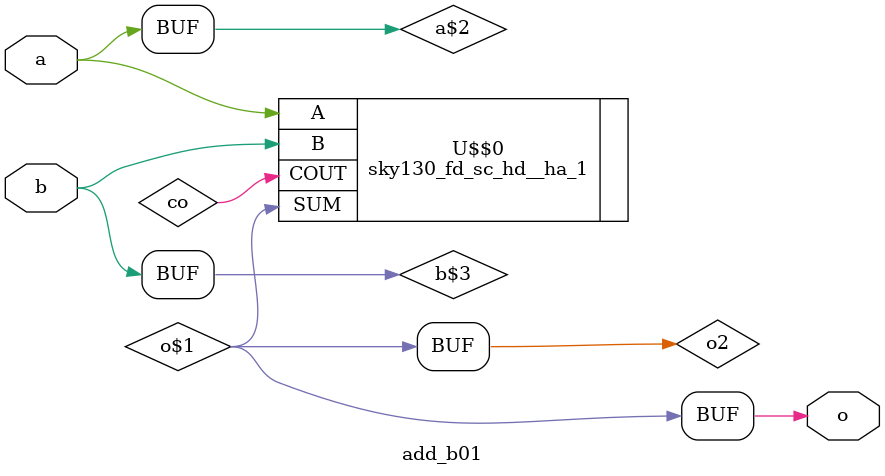
<source format=v>

/* --------------------------------------------------------------------------- */
/* Generated by Yosys 0.23 (git sha1 7ce5011c24b) */

(* \amaranth.hierarchy  = "add_b01" *)
(* top =  1  *)
(* generator = "Amaranth" *)
module add_b01(b, o, a);
  (* src = "adder.py:182" *)
  input a;
  wire a;
  (* src = "adder.py:212" *)
  wire \a$2 ;
  (* src = "adder.py:183" *)
  input b;
  wire b;
  (* src = "adder.py:213" *)
  wire \b$3 ;
  (* src = "adder.py:216" *)
  wire co;
  (* src = "adder.py:184" *)
  output o;
  wire o;
  (* src = "adder.py:214" *)
  wire \o$1 ;
  (* src = "adder.py:250" *)
  wire o2;
  sky130_fd_sc_hd__ha_1 \U$$0  (
    .A(\a$2 ),
    .B(\b$3 ),
    .COUT(co),
    .SUM(\o$1 )
  );
  assign o = o2;
  assign o2 = \o$1 ;
  assign \b$3  = b;
  assign \a$2  = a;
endmodule

/* --------------------------------------------------------------------------- */
/* Generated by Yosys 0.23 (git sha1 7ce5011c24b) */

(* \amaranth.hierarchy  = "add_b02" *)
(* top =  1  *)
(* generator = "Amaranth" *)
module add_b02(b, o, a);
  (* src = "adder.py:182" *)
  input [1:0] a;
  wire [1:0] a;
  (* src = "adder.py:212" *)
  wire [1:0] \a$2 ;
  (* src = "adder.py:183" *)
  input [1:0] b;
  wire [1:0] b;
  (* src = "adder.py:213" *)
  wire [1:0] \b$3 ;
  (* src = "adder.py:215" *)
  wire [1:0] ci;
  (* src = "adder.py:216" *)
  wire [1:0] co;
  (* src = "adder.py:184" *)
  output [1:0] o;
  wire [1:0] o;
  (* src = "adder.py:214" *)
  wire [1:0] \o$1 ;
  (* src = "adder.py:250" *)
  wire [1:0] o2;
  sky130_fd_sc_hd__ha_1 \U$$0  (
    .A(\a$2 [0]),
    .B(\b$3 [0]),
    .COUT(co[0]),
    .SUM(\o$1 [0])
  );
  sky130_fd_sc_hd__fa_1 \U$$1  (
    .A(\a$2 [1]),
    .B(\b$3 [1]),
    .CIN(ci[1]),
    .COUT(co[1]),
    .SUM(\o$1 [1])
  );
  assign o = o2;
  assign o2 = \o$1 ;
  assign ci[1] = co[0];
  assign ci[0] = 1'h0;
  assign \b$3  = b;
  assign \a$2  = a;
endmodule

/* --------------------------------------------------------------------------- */
/* Generated by Yosys 0.23 (git sha1 7ce5011c24b) */

(* \amaranth.hierarchy  = "add_b03" *)
(* top =  1  *)
(* generator = "Amaranth" *)
module add_b03(b, o, a);
  (* src = "adder.py:182" *)
  input [2:0] a;
  wire [2:0] a;
  (* src = "adder.py:212" *)
  wire [2:0] \a$2 ;
  (* src = "adder.py:183" *)
  input [2:0] b;
  wire [2:0] b;
  (* src = "adder.py:213" *)
  wire [2:0] \b$3 ;
  (* src = "adder.py:215" *)
  wire [2:0] ci;
  (* src = "adder.py:216" *)
  wire [2:0] co;
  (* src = "adder.py:184" *)
  output [2:0] o;
  wire [2:0] o;
  (* src = "adder.py:214" *)
  wire [2:0] \o$1 ;
  (* src = "adder.py:250" *)
  wire [2:0] o2;
  sky130_fd_sc_hd__ha_1 \U$$0  (
    .A(\a$2 [0]),
    .B(\b$3 [0]),
    .COUT(co[0]),
    .SUM(\o$1 [0])
  );
  sky130_fd_sc_hd__fa_1 \U$$1  (
    .A(\a$2 [1]),
    .B(\b$3 [1]),
    .CIN(ci[1]),
    .COUT(co[1]),
    .SUM(\o$1 [1])
  );
  sky130_fd_sc_hd__fa_1 \U$$2  (
    .A(\a$2 [2]),
    .B(\b$3 [2]),
    .CIN(ci[2]),
    .COUT(co[2]),
    .SUM(\o$1 [2])
  );
  assign o = o2;
  assign o2 = \o$1 ;
  assign ci[2] = co[1];
  assign ci[1] = co[0];
  assign ci[0] = 1'h0;
  assign \b$3  = b;
  assign \a$2  = a;
endmodule

/* --------------------------------------------------------------------------- */
/* Generated by Yosys 0.23 (git sha1 7ce5011c24b) */

(* \amaranth.hierarchy  = "add_b04" *)
(* top =  1  *)
(* generator = "Amaranth" *)
module add_b04(b, o, a);
  (* src = "adder.py:182" *)
  input [3:0] a;
  wire [3:0] a;
  (* src = "adder.py:212" *)
  wire [3:0] \a$2 ;
  (* src = "adder.py:183" *)
  input [3:0] b;
  wire [3:0] b;
  (* src = "adder.py:213" *)
  wire [3:0] \b$3 ;
  (* src = "adder.py:215" *)
  wire [3:0] ci;
  (* src = "adder.py:216" *)
  wire [3:0] co;
  (* src = "adder.py:184" *)
  output [3:0] o;
  wire [3:0] o;
  (* src = "adder.py:214" *)
  wire [3:0] \o$1 ;
  (* src = "adder.py:250" *)
  wire [3:0] o2;
  sky130_fd_sc_hd__ha_1 \U$$0  (
    .A(\a$2 [0]),
    .B(\b$3 [0]),
    .COUT(co[0]),
    .SUM(\o$1 [0])
  );
  sky130_fd_sc_hd__fa_1 \U$$1  (
    .A(\a$2 [1]),
    .B(\b$3 [1]),
    .CIN(ci[1]),
    .COUT(co[1]),
    .SUM(\o$1 [1])
  );
  sky130_fd_sc_hd__fa_1 \U$$2  (
    .A(\a$2 [2]),
    .B(\b$3 [2]),
    .CIN(ci[2]),
    .COUT(co[2]),
    .SUM(\o$1 [2])
  );
  sky130_fd_sc_hd__fa_1 \U$$3  (
    .A(\a$2 [3]),
    .B(\b$3 [3]),
    .CIN(ci[3]),
    .COUT(co[3]),
    .SUM(\o$1 [3])
  );
  assign o = o2;
  assign o2 = \o$1 ;
  assign ci[3] = co[2];
  assign ci[2] = co[1];
  assign ci[1] = co[0];
  assign ci[0] = 1'h0;
  assign \b$3  = b;
  assign \a$2  = a;
endmodule

/* --------------------------------------------------------------------------- */
/* Generated by Yosys 0.23 (git sha1 7ce5011c24b) */

(* \amaranth.hierarchy  = "add_b05" *)
(* top =  1  *)
(* generator = "Amaranth" *)
module add_b05(b, o, a);
  (* src = "adder.py:182" *)
  input [4:0] a;
  wire [4:0] a;
  (* src = "adder.py:212" *)
  wire [4:0] \a$2 ;
  (* src = "adder.py:183" *)
  input [4:0] b;
  wire [4:0] b;
  (* src = "adder.py:213" *)
  wire [4:0] \b$3 ;
  (* src = "adder.py:215" *)
  wire [4:0] ci;
  (* src = "adder.py:216" *)
  wire [4:0] co;
  (* src = "adder.py:184" *)
  output [4:0] o;
  wire [4:0] o;
  (* src = "adder.py:214" *)
  wire [4:0] \o$1 ;
  (* src = "adder.py:250" *)
  wire [4:0] o2;
  sky130_fd_sc_hd__ha_1 \U$$0  (
    .A(\a$2 [0]),
    .B(\b$3 [0]),
    .COUT(co[0]),
    .SUM(\o$1 [0])
  );
  sky130_fd_sc_hd__fa_1 \U$$1  (
    .A(\a$2 [1]),
    .B(\b$3 [1]),
    .CIN(ci[1]),
    .COUT(co[1]),
    .SUM(\o$1 [1])
  );
  sky130_fd_sc_hd__fa_1 \U$$2  (
    .A(\a$2 [2]),
    .B(\b$3 [2]),
    .CIN(ci[2]),
    .COUT(co[2]),
    .SUM(\o$1 [2])
  );
  sky130_fd_sc_hd__fa_1 \U$$3  (
    .A(\a$2 [3]),
    .B(\b$3 [3]),
    .CIN(ci[3]),
    .COUT(co[3]),
    .SUM(\o$1 [3])
  );
  sky130_fd_sc_hd__fa_1 \U$$4  (
    .A(\a$2 [4]),
    .B(\b$3 [4]),
    .CIN(ci[4]),
    .COUT(co[4]),
    .SUM(\o$1 [4])
  );
  assign o = o2;
  assign o2 = \o$1 ;
  assign ci[4] = co[3];
  assign ci[3] = co[2];
  assign ci[2] = co[1];
  assign ci[1] = co[0];
  assign ci[0] = 1'h0;
  assign \b$3  = b;
  assign \a$2  = a;
endmodule

/* --------------------------------------------------------------------------- */
/* Generated by Yosys 0.23 (git sha1 7ce5011c24b) */

(* \amaranth.hierarchy  = "add_b06" *)
(* top =  1  *)
(* generator = "Amaranth" *)
module add_b06(b, o, a);
  (* src = "adder.py:182" *)
  input [5:0] a;
  wire [5:0] a;
  (* src = "adder.py:212" *)
  wire [5:0] \a$2 ;
  (* src = "adder.py:183" *)
  input [5:0] b;
  wire [5:0] b;
  (* src = "adder.py:213" *)
  wire [5:0] \b$3 ;
  (* src = "adder.py:215" *)
  wire [5:0] ci;
  (* src = "adder.py:216" *)
  wire [5:0] co;
  (* src = "adder.py:184" *)
  output [5:0] o;
  wire [5:0] o;
  (* src = "adder.py:214" *)
  wire [5:0] \o$1 ;
  (* src = "adder.py:250" *)
  wire [5:0] o2;
  sky130_fd_sc_hd__ha_1 \U$$0  (
    .A(\a$2 [0]),
    .B(\b$3 [0]),
    .COUT(co[0]),
    .SUM(\o$1 [0])
  );
  sky130_fd_sc_hd__fa_1 \U$$1  (
    .A(\a$2 [1]),
    .B(\b$3 [1]),
    .CIN(ci[1]),
    .COUT(co[1]),
    .SUM(\o$1 [1])
  );
  sky130_fd_sc_hd__fa_1 \U$$2  (
    .A(\a$2 [2]),
    .B(\b$3 [2]),
    .CIN(ci[2]),
    .COUT(co[2]),
    .SUM(\o$1 [2])
  );
  sky130_fd_sc_hd__fa_1 \U$$3  (
    .A(\a$2 [3]),
    .B(\b$3 [3]),
    .CIN(ci[3]),
    .COUT(co[3]),
    .SUM(\o$1 [3])
  );
  sky130_fd_sc_hd__fa_1 \U$$4  (
    .A(\a$2 [4]),
    .B(\b$3 [4]),
    .CIN(ci[4]),
    .COUT(co[4]),
    .SUM(\o$1 [4])
  );
  sky130_fd_sc_hd__fa_1 \U$$5  (
    .A(\a$2 [5]),
    .B(\b$3 [5]),
    .CIN(ci[5]),
    .COUT(co[5]),
    .SUM(\o$1 [5])
  );
  assign o = o2;
  assign o2 = \o$1 ;
  assign ci[5] = co[4];
  assign ci[4] = co[3];
  assign ci[3] = co[2];
  assign ci[2] = co[1];
  assign ci[1] = co[0];
  assign ci[0] = 1'h0;
  assign \b$3  = b;
  assign \a$2  = a;
endmodule

/* --------------------------------------------------------------------------- */
/* Generated by Yosys 0.23 (git sha1 7ce5011c24b) */

(* \amaranth.hierarchy  = "add_b07" *)
(* top =  1  *)
(* generator = "Amaranth" *)
module add_b07(b, o, a);
  (* src = "adder.py:182" *)
  input [6:0] a;
  wire [6:0] a;
  (* src = "adder.py:212" *)
  wire [6:0] \a$2 ;
  (* src = "adder.py:183" *)
  input [6:0] b;
  wire [6:0] b;
  (* src = "adder.py:213" *)
  wire [6:0] \b$3 ;
  (* src = "adder.py:215" *)
  wire [6:0] ci;
  (* src = "adder.py:216" *)
  wire [6:0] co;
  (* src = "adder.py:184" *)
  output [6:0] o;
  wire [6:0] o;
  (* src = "adder.py:214" *)
  wire [6:0] \o$1 ;
  (* src = "adder.py:250" *)
  wire [6:0] o2;
  sky130_fd_sc_hd__ha_1 \U$$0  (
    .A(\a$2 [0]),
    .B(\b$3 [0]),
    .COUT(co[0]),
    .SUM(\o$1 [0])
  );
  sky130_fd_sc_hd__fa_1 \U$$1  (
    .A(\a$2 [1]),
    .B(\b$3 [1]),
    .CIN(ci[1]),
    .COUT(co[1]),
    .SUM(\o$1 [1])
  );
  sky130_fd_sc_hd__fa_1 \U$$2  (
    .A(\a$2 [2]),
    .B(\b$3 [2]),
    .CIN(ci[2]),
    .COUT(co[2]),
    .SUM(\o$1 [2])
  );
  sky130_fd_sc_hd__fa_1 \U$$3  (
    .A(\a$2 [3]),
    .B(\b$3 [3]),
    .CIN(ci[3]),
    .COUT(co[3]),
    .SUM(\o$1 [3])
  );
  sky130_fd_sc_hd__fa_1 \U$$4  (
    .A(\a$2 [4]),
    .B(\b$3 [4]),
    .CIN(ci[4]),
    .COUT(co[4]),
    .SUM(\o$1 [4])
  );
  sky130_fd_sc_hd__fa_1 \U$$5  (
    .A(\a$2 [5]),
    .B(\b$3 [5]),
    .CIN(ci[5]),
    .COUT(co[5]),
    .SUM(\o$1 [5])
  );
  sky130_fd_sc_hd__fa_1 \U$$6  (
    .A(\a$2 [6]),
    .B(\b$3 [6]),
    .CIN(ci[6]),
    .COUT(co[6]),
    .SUM(\o$1 [6])
  );
  assign o = o2;
  assign o2 = \o$1 ;
  assign ci[6] = co[5];
  assign ci[5] = co[4];
  assign ci[4] = co[3];
  assign ci[3] = co[2];
  assign ci[2] = co[1];
  assign ci[1] = co[0];
  assign ci[0] = 1'h0;
  assign \b$3  = b;
  assign \a$2  = a;
endmodule

/* --------------------------------------------------------------------------- */
/* Generated by Yosys 0.23 (git sha1 7ce5011c24b) */

(* \amaranth.hierarchy  = "add_b08" *)
(* top =  1  *)
(* generator = "Amaranth" *)
module add_b08(b, o, a);
  (* src = "adder.py:182" *)
  input [7:0] a;
  wire [7:0] a;
  (* src = "adder.py:212" *)
  wire [7:0] \a$2 ;
  (* src = "adder.py:183" *)
  input [7:0] b;
  wire [7:0] b;
  (* src = "adder.py:213" *)
  wire [7:0] \b$3 ;
  (* src = "adder.py:215" *)
  wire [7:0] ci;
  (* src = "adder.py:216" *)
  wire [7:0] co;
  (* src = "adder.py:184" *)
  output [7:0] o;
  wire [7:0] o;
  (* src = "adder.py:214" *)
  wire [7:0] \o$1 ;
  (* src = "adder.py:250" *)
  wire [7:0] o2;
  sky130_fd_sc_hd__ha_1 \U$$0  (
    .A(\a$2 [0]),
    .B(\b$3 [0]),
    .COUT(co[0]),
    .SUM(\o$1 [0])
  );
  sky130_fd_sc_hd__fa_1 \U$$1  (
    .A(\a$2 [1]),
    .B(\b$3 [1]),
    .CIN(ci[1]),
    .COUT(co[1]),
    .SUM(\o$1 [1])
  );
  sky130_fd_sc_hd__fa_1 \U$$2  (
    .A(\a$2 [2]),
    .B(\b$3 [2]),
    .CIN(ci[2]),
    .COUT(co[2]),
    .SUM(\o$1 [2])
  );
  sky130_fd_sc_hd__fa_1 \U$$3  (
    .A(\a$2 [3]),
    .B(\b$3 [3]),
    .CIN(ci[3]),
    .COUT(co[3]),
    .SUM(\o$1 [3])
  );
  sky130_fd_sc_hd__fa_1 \U$$4  (
    .A(\a$2 [4]),
    .B(\b$3 [4]),
    .CIN(ci[4]),
    .COUT(co[4]),
    .SUM(\o$1 [4])
  );
  sky130_fd_sc_hd__fa_1 \U$$5  (
    .A(\a$2 [5]),
    .B(\b$3 [5]),
    .CIN(ci[5]),
    .COUT(co[5]),
    .SUM(\o$1 [5])
  );
  sky130_fd_sc_hd__fa_1 \U$$6  (
    .A(\a$2 [6]),
    .B(\b$3 [6]),
    .CIN(ci[6]),
    .COUT(co[6]),
    .SUM(\o$1 [6])
  );
  sky130_fd_sc_hd__fa_1 \U$$7  (
    .A(\a$2 [7]),
    .B(\b$3 [7]),
    .CIN(ci[7]),
    .COUT(co[7]),
    .SUM(\o$1 [7])
  );
  assign o = o2;
  assign o2 = \o$1 ;
  assign ci[7] = co[6];
  assign ci[6] = co[5];
  assign ci[5] = co[4];
  assign ci[4] = co[3];
  assign ci[3] = co[2];
  assign ci[2] = co[1];
  assign ci[1] = co[0];
  assign ci[0] = 1'h0;
  assign \b$3  = b;
  assign \a$2  = a;
endmodule

/* --------------------------------------------------------------------------- */
/* Generated by Yosys 0.23 (git sha1 7ce5011c24b) */

(* \amaranth.hierarchy  = "add_b09" *)
(* top =  1  *)
(* generator = "Amaranth" *)
module add_b09(b, o, a);
  (* src = "adder.py:182" *)
  input [8:0] a;
  wire [8:0] a;
  (* src = "adder.py:212" *)
  wire [8:0] \a$2 ;
  (* src = "adder.py:183" *)
  input [8:0] b;
  wire [8:0] b;
  (* src = "adder.py:213" *)
  wire [8:0] \b$3 ;
  (* src = "adder.py:215" *)
  wire [8:0] ci;
  (* src = "adder.py:216" *)
  wire [8:0] co;
  (* src = "adder.py:184" *)
  output [8:0] o;
  wire [8:0] o;
  (* src = "adder.py:214" *)
  wire [8:0] \o$1 ;
  (* src = "adder.py:250" *)
  wire [8:0] o2;
  sky130_fd_sc_hd__ha_1 \U$$0  (
    .A(\a$2 [0]),
    .B(\b$3 [0]),
    .COUT(co[0]),
    .SUM(\o$1 [0])
  );
  sky130_fd_sc_hd__fa_1 \U$$1  (
    .A(\a$2 [1]),
    .B(\b$3 [1]),
    .CIN(ci[1]),
    .COUT(co[1]),
    .SUM(\o$1 [1])
  );
  sky130_fd_sc_hd__fa_1 \U$$2  (
    .A(\a$2 [2]),
    .B(\b$3 [2]),
    .CIN(ci[2]),
    .COUT(co[2]),
    .SUM(\o$1 [2])
  );
  sky130_fd_sc_hd__fa_1 \U$$3  (
    .A(\a$2 [3]),
    .B(\b$3 [3]),
    .CIN(ci[3]),
    .COUT(co[3]),
    .SUM(\o$1 [3])
  );
  sky130_fd_sc_hd__fa_1 \U$$4  (
    .A(\a$2 [4]),
    .B(\b$3 [4]),
    .CIN(ci[4]),
    .COUT(co[4]),
    .SUM(\o$1 [4])
  );
  sky130_fd_sc_hd__fa_1 \U$$5  (
    .A(\a$2 [5]),
    .B(\b$3 [5]),
    .CIN(ci[5]),
    .COUT(co[5]),
    .SUM(\o$1 [5])
  );
  sky130_fd_sc_hd__fa_1 \U$$6  (
    .A(\a$2 [6]),
    .B(\b$3 [6]),
    .CIN(ci[6]),
    .COUT(co[6]),
    .SUM(\o$1 [6])
  );
  sky130_fd_sc_hd__fa_1 \U$$7  (
    .A(\a$2 [7]),
    .B(\b$3 [7]),
    .CIN(ci[7]),
    .COUT(co[7]),
    .SUM(\o$1 [7])
  );
  sky130_fd_sc_hd__fa_1 \U$$8  (
    .A(\a$2 [8]),
    .B(\b$3 [8]),
    .CIN(ci[8]),
    .COUT(co[8]),
    .SUM(\o$1 [8])
  );
  assign o = o2;
  assign o2 = \o$1 ;
  assign ci[8] = co[7];
  assign ci[7] = co[6];
  assign ci[6] = co[5];
  assign ci[5] = co[4];
  assign ci[4] = co[3];
  assign ci[3] = co[2];
  assign ci[2] = co[1];
  assign ci[1] = co[0];
  assign ci[0] = 1'h0;
  assign \b$3  = b;
  assign \a$2  = a;
endmodule

/* --------------------------------------------------------------------------- */
/* Generated by Yosys 0.23 (git sha1 7ce5011c24b) */

(* \amaranth.hierarchy  = "add_b10" *)
(* top =  1  *)
(* generator = "Amaranth" *)
module add_b10(b, o, a);
  (* src = "adder.py:182" *)
  input [9:0] a;
  wire [9:0] a;
  (* src = "adder.py:212" *)
  wire [9:0] \a$2 ;
  (* src = "adder.py:183" *)
  input [9:0] b;
  wire [9:0] b;
  (* src = "adder.py:213" *)
  wire [9:0] \b$3 ;
  (* src = "adder.py:215" *)
  wire [9:0] ci;
  (* src = "adder.py:216" *)
  wire [9:0] co;
  (* src = "adder.py:184" *)
  output [9:0] o;
  wire [9:0] o;
  (* src = "adder.py:214" *)
  wire [9:0] \o$1 ;
  (* src = "adder.py:250" *)
  wire [9:0] o2;
  sky130_fd_sc_hd__ha_1 \U$$0  (
    .A(\a$2 [0]),
    .B(\b$3 [0]),
    .COUT(co[0]),
    .SUM(\o$1 [0])
  );
  sky130_fd_sc_hd__fa_1 \U$$1  (
    .A(\a$2 [1]),
    .B(\b$3 [1]),
    .CIN(ci[1]),
    .COUT(co[1]),
    .SUM(\o$1 [1])
  );
  sky130_fd_sc_hd__fa_1 \U$$2  (
    .A(\a$2 [2]),
    .B(\b$3 [2]),
    .CIN(ci[2]),
    .COUT(co[2]),
    .SUM(\o$1 [2])
  );
  sky130_fd_sc_hd__fa_1 \U$$3  (
    .A(\a$2 [3]),
    .B(\b$3 [3]),
    .CIN(ci[3]),
    .COUT(co[3]),
    .SUM(\o$1 [3])
  );
  sky130_fd_sc_hd__fa_1 \U$$4  (
    .A(\a$2 [4]),
    .B(\b$3 [4]),
    .CIN(ci[4]),
    .COUT(co[4]),
    .SUM(\o$1 [4])
  );
  sky130_fd_sc_hd__fa_1 \U$$5  (
    .A(\a$2 [5]),
    .B(\b$3 [5]),
    .CIN(ci[5]),
    .COUT(co[5]),
    .SUM(\o$1 [5])
  );
  sky130_fd_sc_hd__fa_1 \U$$6  (
    .A(\a$2 [6]),
    .B(\b$3 [6]),
    .CIN(ci[6]),
    .COUT(co[6]),
    .SUM(\o$1 [6])
  );
  sky130_fd_sc_hd__fa_1 \U$$7  (
    .A(\a$2 [7]),
    .B(\b$3 [7]),
    .CIN(ci[7]),
    .COUT(co[7]),
    .SUM(\o$1 [7])
  );
  sky130_fd_sc_hd__fa_1 \U$$8  (
    .A(\a$2 [8]),
    .B(\b$3 [8]),
    .CIN(ci[8]),
    .COUT(co[8]),
    .SUM(\o$1 [8])
  );
  sky130_fd_sc_hd__fa_1 \U$$9  (
    .A(\a$2 [9]),
    .B(\b$3 [9]),
    .CIN(ci[9]),
    .COUT(co[9]),
    .SUM(\o$1 [9])
  );
  assign o = o2;
  assign o2 = \o$1 ;
  assign ci[9] = co[8];
  assign ci[8] = co[7];
  assign ci[7] = co[6];
  assign ci[6] = co[5];
  assign ci[5] = co[4];
  assign ci[4] = co[3];
  assign ci[3] = co[2];
  assign ci[2] = co[1];
  assign ci[1] = co[0];
  assign ci[0] = 1'h0;
  assign \b$3  = b;
  assign \a$2  = a;
endmodule

/* --------------------------------------------------------------------------- */
/* Generated by Yosys 0.23 (git sha1 7ce5011c24b) */

(* \amaranth.hierarchy  = "add_b11" *)
(* top =  1  *)
(* generator = "Amaranth" *)
module add_b11(b, o, a);
  (* src = "adder.py:182" *)
  input [10:0] a;
  wire [10:0] a;
  (* src = "adder.py:212" *)
  wire [10:0] \a$2 ;
  (* src = "adder.py:183" *)
  input [10:0] b;
  wire [10:0] b;
  (* src = "adder.py:213" *)
  wire [10:0] \b$3 ;
  (* src = "adder.py:215" *)
  wire [10:0] ci;
  (* src = "adder.py:216" *)
  wire [10:0] co;
  (* src = "adder.py:184" *)
  output [10:0] o;
  wire [10:0] o;
  (* src = "adder.py:214" *)
  wire [10:0] \o$1 ;
  (* src = "adder.py:250" *)
  wire [10:0] o2;
  sky130_fd_sc_hd__ha_1 \U$$0  (
    .A(\a$2 [0]),
    .B(\b$3 [0]),
    .COUT(co[0]),
    .SUM(\o$1 [0])
  );
  sky130_fd_sc_hd__fa_1 \U$$1  (
    .A(\a$2 [1]),
    .B(\b$3 [1]),
    .CIN(ci[1]),
    .COUT(co[1]),
    .SUM(\o$1 [1])
  );
  sky130_fd_sc_hd__fa_1 \U$$10  (
    .A(\a$2 [10]),
    .B(\b$3 [10]),
    .CIN(ci[10]),
    .COUT(co[10]),
    .SUM(\o$1 [10])
  );
  sky130_fd_sc_hd__fa_1 \U$$2  (
    .A(\a$2 [2]),
    .B(\b$3 [2]),
    .CIN(ci[2]),
    .COUT(co[2]),
    .SUM(\o$1 [2])
  );
  sky130_fd_sc_hd__fa_1 \U$$3  (
    .A(\a$2 [3]),
    .B(\b$3 [3]),
    .CIN(ci[3]),
    .COUT(co[3]),
    .SUM(\o$1 [3])
  );
  sky130_fd_sc_hd__fa_1 \U$$4  (
    .A(\a$2 [4]),
    .B(\b$3 [4]),
    .CIN(ci[4]),
    .COUT(co[4]),
    .SUM(\o$1 [4])
  );
  sky130_fd_sc_hd__fa_1 \U$$5  (
    .A(\a$2 [5]),
    .B(\b$3 [5]),
    .CIN(ci[5]),
    .COUT(co[5]),
    .SUM(\o$1 [5])
  );
  sky130_fd_sc_hd__fa_1 \U$$6  (
    .A(\a$2 [6]),
    .B(\b$3 [6]),
    .CIN(ci[6]),
    .COUT(co[6]),
    .SUM(\o$1 [6])
  );
  sky130_fd_sc_hd__fa_1 \U$$7  (
    .A(\a$2 [7]),
    .B(\b$3 [7]),
    .CIN(ci[7]),
    .COUT(co[7]),
    .SUM(\o$1 [7])
  );
  sky130_fd_sc_hd__fa_1 \U$$8  (
    .A(\a$2 [8]),
    .B(\b$3 [8]),
    .CIN(ci[8]),
    .COUT(co[8]),
    .SUM(\o$1 [8])
  );
  sky130_fd_sc_hd__fa_1 \U$$9  (
    .A(\a$2 [9]),
    .B(\b$3 [9]),
    .CIN(ci[9]),
    .COUT(co[9]),
    .SUM(\o$1 [9])
  );
  assign o = o2;
  assign o2 = \o$1 ;
  assign ci[10] = co[9];
  assign ci[9] = co[8];
  assign ci[8] = co[7];
  assign ci[7] = co[6];
  assign ci[6] = co[5];
  assign ci[5] = co[4];
  assign ci[4] = co[3];
  assign ci[3] = co[2];
  assign ci[2] = co[1];
  assign ci[1] = co[0];
  assign ci[0] = 1'h0;
  assign \b$3  = b;
  assign \a$2  = a;
endmodule

/* --------------------------------------------------------------------------- */
/* Generated by Yosys 0.23 (git sha1 7ce5011c24b) */

(* \amaranth.hierarchy  = "add_b12" *)
(* top =  1  *)
(* generator = "Amaranth" *)
module add_b12(b, o, a);
  (* src = "adder.py:182" *)
  input [11:0] a;
  wire [11:0] a;
  (* src = "adder.py:212" *)
  wire [11:0] \a$2 ;
  (* src = "adder.py:183" *)
  input [11:0] b;
  wire [11:0] b;
  (* src = "adder.py:213" *)
  wire [11:0] \b$3 ;
  (* src = "adder.py:215" *)
  wire [11:0] ci;
  (* src = "adder.py:216" *)
  wire [11:0] co;
  (* src = "adder.py:184" *)
  output [11:0] o;
  wire [11:0] o;
  (* src = "adder.py:214" *)
  wire [11:0] \o$1 ;
  (* src = "adder.py:250" *)
  wire [11:0] o2;
  sky130_fd_sc_hd__ha_1 \U$$0  (
    .A(\a$2 [0]),
    .B(\b$3 [0]),
    .COUT(co[0]),
    .SUM(\o$1 [0])
  );
  sky130_fd_sc_hd__fa_1 \U$$1  (
    .A(\a$2 [1]),
    .B(\b$3 [1]),
    .CIN(ci[1]),
    .COUT(co[1]),
    .SUM(\o$1 [1])
  );
  sky130_fd_sc_hd__fa_1 \U$$10  (
    .A(\a$2 [10]),
    .B(\b$3 [10]),
    .CIN(ci[10]),
    .COUT(co[10]),
    .SUM(\o$1 [10])
  );
  sky130_fd_sc_hd__fa_1 \U$$11  (
    .A(\a$2 [11]),
    .B(\b$3 [11]),
    .CIN(ci[11]),
    .COUT(co[11]),
    .SUM(\o$1 [11])
  );
  sky130_fd_sc_hd__fa_1 \U$$2  (
    .A(\a$2 [2]),
    .B(\b$3 [2]),
    .CIN(ci[2]),
    .COUT(co[2]),
    .SUM(\o$1 [2])
  );
  sky130_fd_sc_hd__fa_1 \U$$3  (
    .A(\a$2 [3]),
    .B(\b$3 [3]),
    .CIN(ci[3]),
    .COUT(co[3]),
    .SUM(\o$1 [3])
  );
  sky130_fd_sc_hd__fa_1 \U$$4  (
    .A(\a$2 [4]),
    .B(\b$3 [4]),
    .CIN(ci[4]),
    .COUT(co[4]),
    .SUM(\o$1 [4])
  );
  sky130_fd_sc_hd__fa_1 \U$$5  (
    .A(\a$2 [5]),
    .B(\b$3 [5]),
    .CIN(ci[5]),
    .COUT(co[5]),
    .SUM(\o$1 [5])
  );
  sky130_fd_sc_hd__fa_1 \U$$6  (
    .A(\a$2 [6]),
    .B(\b$3 [6]),
    .CIN(ci[6]),
    .COUT(co[6]),
    .SUM(\o$1 [6])
  );
  sky130_fd_sc_hd__fa_1 \U$$7  (
    .A(\a$2 [7]),
    .B(\b$3 [7]),
    .CIN(ci[7]),
    .COUT(co[7]),
    .SUM(\o$1 [7])
  );
  sky130_fd_sc_hd__fa_1 \U$$8  (
    .A(\a$2 [8]),
    .B(\b$3 [8]),
    .CIN(ci[8]),
    .COUT(co[8]),
    .SUM(\o$1 [8])
  );
  sky130_fd_sc_hd__fa_1 \U$$9  (
    .A(\a$2 [9]),
    .B(\b$3 [9]),
    .CIN(ci[9]),
    .COUT(co[9]),
    .SUM(\o$1 [9])
  );
  assign o = o2;
  assign o2 = \o$1 ;
  assign ci[11] = co[10];
  assign ci[10] = co[9];
  assign ci[9] = co[8];
  assign ci[8] = co[7];
  assign ci[7] = co[6];
  assign ci[6] = co[5];
  assign ci[5] = co[4];
  assign ci[4] = co[3];
  assign ci[3] = co[2];
  assign ci[2] = co[1];
  assign ci[1] = co[0];
  assign ci[0] = 1'h0;
  assign \b$3  = b;
  assign \a$2  = a;
endmodule

/* --------------------------------------------------------------------------- */
/* Generated by Yosys 0.23 (git sha1 7ce5011c24b) */

(* \amaranth.hierarchy  = "add_b13" *)
(* top =  1  *)
(* generator = "Amaranth" *)
module add_b13(b, o, a);
  (* src = "adder.py:182" *)
  input [12:0] a;
  wire [12:0] a;
  (* src = "adder.py:212" *)
  wire [12:0] \a$2 ;
  (* src = "adder.py:183" *)
  input [12:0] b;
  wire [12:0] b;
  (* src = "adder.py:213" *)
  wire [12:0] \b$3 ;
  (* src = "adder.py:215" *)
  wire [12:0] ci;
  (* src = "adder.py:216" *)
  wire [12:0] co;
  (* src = "adder.py:184" *)
  output [12:0] o;
  wire [12:0] o;
  (* src = "adder.py:214" *)
  wire [12:0] \o$1 ;
  (* src = "adder.py:250" *)
  wire [12:0] o2;
  sky130_fd_sc_hd__ha_1 \U$$0  (
    .A(\a$2 [0]),
    .B(\b$3 [0]),
    .COUT(co[0]),
    .SUM(\o$1 [0])
  );
  sky130_fd_sc_hd__fa_1 \U$$1  (
    .A(\a$2 [1]),
    .B(\b$3 [1]),
    .CIN(ci[1]),
    .COUT(co[1]),
    .SUM(\o$1 [1])
  );
  sky130_fd_sc_hd__fa_1 \U$$10  (
    .A(\a$2 [10]),
    .B(\b$3 [10]),
    .CIN(ci[10]),
    .COUT(co[10]),
    .SUM(\o$1 [10])
  );
  sky130_fd_sc_hd__fa_1 \U$$11  (
    .A(\a$2 [11]),
    .B(\b$3 [11]),
    .CIN(ci[11]),
    .COUT(co[11]),
    .SUM(\o$1 [11])
  );
  sky130_fd_sc_hd__fa_1 \U$$12  (
    .A(\a$2 [12]),
    .B(\b$3 [12]),
    .CIN(ci[12]),
    .COUT(co[12]),
    .SUM(\o$1 [12])
  );
  sky130_fd_sc_hd__fa_1 \U$$2  (
    .A(\a$2 [2]),
    .B(\b$3 [2]),
    .CIN(ci[2]),
    .COUT(co[2]),
    .SUM(\o$1 [2])
  );
  sky130_fd_sc_hd__fa_1 \U$$3  (
    .A(\a$2 [3]),
    .B(\b$3 [3]),
    .CIN(ci[3]),
    .COUT(co[3]),
    .SUM(\o$1 [3])
  );
  sky130_fd_sc_hd__fa_1 \U$$4  (
    .A(\a$2 [4]),
    .B(\b$3 [4]),
    .CIN(ci[4]),
    .COUT(co[4]),
    .SUM(\o$1 [4])
  );
  sky130_fd_sc_hd__fa_1 \U$$5  (
    .A(\a$2 [5]),
    .B(\b$3 [5]),
    .CIN(ci[5]),
    .COUT(co[5]),
    .SUM(\o$1 [5])
  );
  sky130_fd_sc_hd__fa_1 \U$$6  (
    .A(\a$2 [6]),
    .B(\b$3 [6]),
    .CIN(ci[6]),
    .COUT(co[6]),
    .SUM(\o$1 [6])
  );
  sky130_fd_sc_hd__fa_1 \U$$7  (
    .A(\a$2 [7]),
    .B(\b$3 [7]),
    .CIN(ci[7]),
    .COUT(co[7]),
    .SUM(\o$1 [7])
  );
  sky130_fd_sc_hd__fa_1 \U$$8  (
    .A(\a$2 [8]),
    .B(\b$3 [8]),
    .CIN(ci[8]),
    .COUT(co[8]),
    .SUM(\o$1 [8])
  );
  sky130_fd_sc_hd__fa_1 \U$$9  (
    .A(\a$2 [9]),
    .B(\b$3 [9]),
    .CIN(ci[9]),
    .COUT(co[9]),
    .SUM(\o$1 [9])
  );
  assign o = o2;
  assign o2 = \o$1 ;
  assign ci[12] = co[11];
  assign ci[11] = co[10];
  assign ci[10] = co[9];
  assign ci[9] = co[8];
  assign ci[8] = co[7];
  assign ci[7] = co[6];
  assign ci[6] = co[5];
  assign ci[5] = co[4];
  assign ci[4] = co[3];
  assign ci[3] = co[2];
  assign ci[2] = co[1];
  assign ci[1] = co[0];
  assign ci[0] = 1'h0;
  assign \b$3  = b;
  assign \a$2  = a;
endmodule

/* --------------------------------------------------------------------------- */
/* Generated by Yosys 0.23 (git sha1 7ce5011c24b) */

(* \amaranth.hierarchy  = "add_b14" *)
(* top =  1  *)
(* generator = "Amaranth" *)
module add_b14(b, o, a);
  (* src = "adder.py:182" *)
  input [13:0] a;
  wire [13:0] a;
  (* src = "adder.py:212" *)
  wire [13:0] \a$2 ;
  (* src = "adder.py:183" *)
  input [13:0] b;
  wire [13:0] b;
  (* src = "adder.py:213" *)
  wire [13:0] \b$3 ;
  (* src = "adder.py:215" *)
  wire [13:0] ci;
  (* src = "adder.py:216" *)
  wire [13:0] co;
  (* src = "adder.py:184" *)
  output [13:0] o;
  wire [13:0] o;
  (* src = "adder.py:214" *)
  wire [13:0] \o$1 ;
  (* src = "adder.py:250" *)
  wire [13:0] o2;
  sky130_fd_sc_hd__ha_1 \U$$0  (
    .A(\a$2 [0]),
    .B(\b$3 [0]),
    .COUT(co[0]),
    .SUM(\o$1 [0])
  );
  sky130_fd_sc_hd__fa_1 \U$$1  (
    .A(\a$2 [1]),
    .B(\b$3 [1]),
    .CIN(ci[1]),
    .COUT(co[1]),
    .SUM(\o$1 [1])
  );
  sky130_fd_sc_hd__fa_1 \U$$10  (
    .A(\a$2 [10]),
    .B(\b$3 [10]),
    .CIN(ci[10]),
    .COUT(co[10]),
    .SUM(\o$1 [10])
  );
  sky130_fd_sc_hd__fa_1 \U$$11  (
    .A(\a$2 [11]),
    .B(\b$3 [11]),
    .CIN(ci[11]),
    .COUT(co[11]),
    .SUM(\o$1 [11])
  );
  sky130_fd_sc_hd__fa_1 \U$$12  (
    .A(\a$2 [12]),
    .B(\b$3 [12]),
    .CIN(ci[12]),
    .COUT(co[12]),
    .SUM(\o$1 [12])
  );
  sky130_fd_sc_hd__fa_1 \U$$13  (
    .A(\a$2 [13]),
    .B(\b$3 [13]),
    .CIN(ci[13]),
    .COUT(co[13]),
    .SUM(\o$1 [13])
  );
  sky130_fd_sc_hd__fa_1 \U$$2  (
    .A(\a$2 [2]),
    .B(\b$3 [2]),
    .CIN(ci[2]),
    .COUT(co[2]),
    .SUM(\o$1 [2])
  );
  sky130_fd_sc_hd__fa_1 \U$$3  (
    .A(\a$2 [3]),
    .B(\b$3 [3]),
    .CIN(ci[3]),
    .COUT(co[3]),
    .SUM(\o$1 [3])
  );
  sky130_fd_sc_hd__fa_1 \U$$4  (
    .A(\a$2 [4]),
    .B(\b$3 [4]),
    .CIN(ci[4]),
    .COUT(co[4]),
    .SUM(\o$1 [4])
  );
  sky130_fd_sc_hd__fa_1 \U$$5  (
    .A(\a$2 [5]),
    .B(\b$3 [5]),
    .CIN(ci[5]),
    .COUT(co[5]),
    .SUM(\o$1 [5])
  );
  sky130_fd_sc_hd__fa_1 \U$$6  (
    .A(\a$2 [6]),
    .B(\b$3 [6]),
    .CIN(ci[6]),
    .COUT(co[6]),
    .SUM(\o$1 [6])
  );
  sky130_fd_sc_hd__fa_1 \U$$7  (
    .A(\a$2 [7]),
    .B(\b$3 [7]),
    .CIN(ci[7]),
    .COUT(co[7]),
    .SUM(\o$1 [7])
  );
  sky130_fd_sc_hd__fa_1 \U$$8  (
    .A(\a$2 [8]),
    .B(\b$3 [8]),
    .CIN(ci[8]),
    .COUT(co[8]),
    .SUM(\o$1 [8])
  );
  sky130_fd_sc_hd__fa_1 \U$$9  (
    .A(\a$2 [9]),
    .B(\b$3 [9]),
    .CIN(ci[9]),
    .COUT(co[9]),
    .SUM(\o$1 [9])
  );
  assign o = o2;
  assign o2 = \o$1 ;
  assign ci[13] = co[12];
  assign ci[12] = co[11];
  assign ci[11] = co[10];
  assign ci[10] = co[9];
  assign ci[9] = co[8];
  assign ci[8] = co[7];
  assign ci[7] = co[6];
  assign ci[6] = co[5];
  assign ci[5] = co[4];
  assign ci[4] = co[3];
  assign ci[3] = co[2];
  assign ci[2] = co[1];
  assign ci[1] = co[0];
  assign ci[0] = 1'h0;
  assign \b$3  = b;
  assign \a$2  = a;
endmodule

/* --------------------------------------------------------------------------- */
/* Generated by Yosys 0.23 (git sha1 7ce5011c24b) */

(* \amaranth.hierarchy  = "add_b15" *)
(* top =  1  *)
(* generator = "Amaranth" *)
module add_b15(b, o, a);
  (* src = "adder.py:182" *)
  input [14:0] a;
  wire [14:0] a;
  (* src = "adder.py:212" *)
  wire [14:0] \a$2 ;
  (* src = "adder.py:183" *)
  input [14:0] b;
  wire [14:0] b;
  (* src = "adder.py:213" *)
  wire [14:0] \b$3 ;
  (* src = "adder.py:215" *)
  wire [14:0] ci;
  (* src = "adder.py:216" *)
  wire [14:0] co;
  (* src = "adder.py:184" *)
  output [14:0] o;
  wire [14:0] o;
  (* src = "adder.py:214" *)
  wire [14:0] \o$1 ;
  (* src = "adder.py:250" *)
  wire [14:0] o2;
  sky130_fd_sc_hd__ha_1 \U$$0  (
    .A(\a$2 [0]),
    .B(\b$3 [0]),
    .COUT(co[0]),
    .SUM(\o$1 [0])
  );
  sky130_fd_sc_hd__fa_1 \U$$1  (
    .A(\a$2 [1]),
    .B(\b$3 [1]),
    .CIN(ci[1]),
    .COUT(co[1]),
    .SUM(\o$1 [1])
  );
  sky130_fd_sc_hd__fa_1 \U$$10  (
    .A(\a$2 [10]),
    .B(\b$3 [10]),
    .CIN(ci[10]),
    .COUT(co[10]),
    .SUM(\o$1 [10])
  );
  sky130_fd_sc_hd__fa_1 \U$$11  (
    .A(\a$2 [11]),
    .B(\b$3 [11]),
    .CIN(ci[11]),
    .COUT(co[11]),
    .SUM(\o$1 [11])
  );
  sky130_fd_sc_hd__fa_1 \U$$12  (
    .A(\a$2 [12]),
    .B(\b$3 [12]),
    .CIN(ci[12]),
    .COUT(co[12]),
    .SUM(\o$1 [12])
  );
  sky130_fd_sc_hd__fa_1 \U$$13  (
    .A(\a$2 [13]),
    .B(\b$3 [13]),
    .CIN(ci[13]),
    .COUT(co[13]),
    .SUM(\o$1 [13])
  );
  sky130_fd_sc_hd__fa_1 \U$$14  (
    .A(\a$2 [14]),
    .B(\b$3 [14]),
    .CIN(ci[14]),
    .COUT(co[14]),
    .SUM(\o$1 [14])
  );
  sky130_fd_sc_hd__fa_1 \U$$2  (
    .A(\a$2 [2]),
    .B(\b$3 [2]),
    .CIN(ci[2]),
    .COUT(co[2]),
    .SUM(\o$1 [2])
  );
  sky130_fd_sc_hd__fa_1 \U$$3  (
    .A(\a$2 [3]),
    .B(\b$3 [3]),
    .CIN(ci[3]),
    .COUT(co[3]),
    .SUM(\o$1 [3])
  );
  sky130_fd_sc_hd__fa_1 \U$$4  (
    .A(\a$2 [4]),
    .B(\b$3 [4]),
    .CIN(ci[4]),
    .COUT(co[4]),
    .SUM(\o$1 [4])
  );
  sky130_fd_sc_hd__fa_1 \U$$5  (
    .A(\a$2 [5]),
    .B(\b$3 [5]),
    .CIN(ci[5]),
    .COUT(co[5]),
    .SUM(\o$1 [5])
  );
  sky130_fd_sc_hd__fa_1 \U$$6  (
    .A(\a$2 [6]),
    .B(\b$3 [6]),
    .CIN(ci[6]),
    .COUT(co[6]),
    .SUM(\o$1 [6])
  );
  sky130_fd_sc_hd__fa_1 \U$$7  (
    .A(\a$2 [7]),
    .B(\b$3 [7]),
    .CIN(ci[7]),
    .COUT(co[7]),
    .SUM(\o$1 [7])
  );
  sky130_fd_sc_hd__fa_1 \U$$8  (
    .A(\a$2 [8]),
    .B(\b$3 [8]),
    .CIN(ci[8]),
    .COUT(co[8]),
    .SUM(\o$1 [8])
  );
  sky130_fd_sc_hd__fa_1 \U$$9  (
    .A(\a$2 [9]),
    .B(\b$3 [9]),
    .CIN(ci[9]),
    .COUT(co[9]),
    .SUM(\o$1 [9])
  );
  assign o = o2;
  assign o2 = \o$1 ;
  assign ci[14] = co[13];
  assign ci[13] = co[12];
  assign ci[12] = co[11];
  assign ci[11] = co[10];
  assign ci[10] = co[9];
  assign ci[9] = co[8];
  assign ci[8] = co[7];
  assign ci[7] = co[6];
  assign ci[6] = co[5];
  assign ci[5] = co[4];
  assign ci[4] = co[3];
  assign ci[3] = co[2];
  assign ci[2] = co[1];
  assign ci[1] = co[0];
  assign ci[0] = 1'h0;
  assign \b$3  = b;
  assign \a$2  = a;
endmodule

/* --------------------------------------------------------------------------- */
/* Generated by Yosys 0.23 (git sha1 7ce5011c24b) */

(* \amaranth.hierarchy  = "add_b16" *)
(* top =  1  *)
(* generator = "Amaranth" *)
module add_b16(b, o, a);
  (* src = "adder.py:182" *)
  input [15:0] a;
  wire [15:0] a;
  (* src = "adder.py:212" *)
  wire [15:0] \a$2 ;
  (* src = "adder.py:183" *)
  input [15:0] b;
  wire [15:0] b;
  (* src = "adder.py:213" *)
  wire [15:0] \b$3 ;
  (* src = "adder.py:215" *)
  wire [15:0] ci;
  (* src = "adder.py:216" *)
  wire [15:0] co;
  (* src = "adder.py:184" *)
  output [15:0] o;
  wire [15:0] o;
  (* src = "adder.py:214" *)
  wire [15:0] \o$1 ;
  (* src = "adder.py:250" *)
  wire [15:0] o2;
  sky130_fd_sc_hd__ha_1 \U$$0  (
    .A(\a$2 [0]),
    .B(\b$3 [0]),
    .COUT(co[0]),
    .SUM(\o$1 [0])
  );
  sky130_fd_sc_hd__fa_1 \U$$1  (
    .A(\a$2 [1]),
    .B(\b$3 [1]),
    .CIN(ci[1]),
    .COUT(co[1]),
    .SUM(\o$1 [1])
  );
  sky130_fd_sc_hd__fa_1 \U$$10  (
    .A(\a$2 [10]),
    .B(\b$3 [10]),
    .CIN(ci[10]),
    .COUT(co[10]),
    .SUM(\o$1 [10])
  );
  sky130_fd_sc_hd__fa_1 \U$$11  (
    .A(\a$2 [11]),
    .B(\b$3 [11]),
    .CIN(ci[11]),
    .COUT(co[11]),
    .SUM(\o$1 [11])
  );
  sky130_fd_sc_hd__fa_1 \U$$12  (
    .A(\a$2 [12]),
    .B(\b$3 [12]),
    .CIN(ci[12]),
    .COUT(co[12]),
    .SUM(\o$1 [12])
  );
  sky130_fd_sc_hd__fa_1 \U$$13  (
    .A(\a$2 [13]),
    .B(\b$3 [13]),
    .CIN(ci[13]),
    .COUT(co[13]),
    .SUM(\o$1 [13])
  );
  sky130_fd_sc_hd__fa_1 \U$$14  (
    .A(\a$2 [14]),
    .B(\b$3 [14]),
    .CIN(ci[14]),
    .COUT(co[14]),
    .SUM(\o$1 [14])
  );
  sky130_fd_sc_hd__fa_1 \U$$15  (
    .A(\a$2 [15]),
    .B(\b$3 [15]),
    .CIN(ci[15]),
    .COUT(co[15]),
    .SUM(\o$1 [15])
  );
  sky130_fd_sc_hd__fa_1 \U$$2  (
    .A(\a$2 [2]),
    .B(\b$3 [2]),
    .CIN(ci[2]),
    .COUT(co[2]),
    .SUM(\o$1 [2])
  );
  sky130_fd_sc_hd__fa_1 \U$$3  (
    .A(\a$2 [3]),
    .B(\b$3 [3]),
    .CIN(ci[3]),
    .COUT(co[3]),
    .SUM(\o$1 [3])
  );
  sky130_fd_sc_hd__fa_1 \U$$4  (
    .A(\a$2 [4]),
    .B(\b$3 [4]),
    .CIN(ci[4]),
    .COUT(co[4]),
    .SUM(\o$1 [4])
  );
  sky130_fd_sc_hd__fa_1 \U$$5  (
    .A(\a$2 [5]),
    .B(\b$3 [5]),
    .CIN(ci[5]),
    .COUT(co[5]),
    .SUM(\o$1 [5])
  );
  sky130_fd_sc_hd__fa_1 \U$$6  (
    .A(\a$2 [6]),
    .B(\b$3 [6]),
    .CIN(ci[6]),
    .COUT(co[6]),
    .SUM(\o$1 [6])
  );
  sky130_fd_sc_hd__fa_1 \U$$7  (
    .A(\a$2 [7]),
    .B(\b$3 [7]),
    .CIN(ci[7]),
    .COUT(co[7]),
    .SUM(\o$1 [7])
  );
  sky130_fd_sc_hd__fa_1 \U$$8  (
    .A(\a$2 [8]),
    .B(\b$3 [8]),
    .CIN(ci[8]),
    .COUT(co[8]),
    .SUM(\o$1 [8])
  );
  sky130_fd_sc_hd__fa_1 \U$$9  (
    .A(\a$2 [9]),
    .B(\b$3 [9]),
    .CIN(ci[9]),
    .COUT(co[9]),
    .SUM(\o$1 [9])
  );
  assign o = o2;
  assign o2 = \o$1 ;
  assign ci[15] = co[14];
  assign ci[14] = co[13];
  assign ci[13] = co[12];
  assign ci[12] = co[11];
  assign ci[11] = co[10];
  assign ci[10] = co[9];
  assign ci[9] = co[8];
  assign ci[8] = co[7];
  assign ci[7] = co[6];
  assign ci[6] = co[5];
  assign ci[5] = co[4];
  assign ci[4] = co[3];
  assign ci[3] = co[2];
  assign ci[2] = co[1];
  assign ci[1] = co[0];
  assign ci[0] = 1'h0;
  assign \b$3  = b;
  assign \a$2  = a;
endmodule

/* --------------------------------------------------------------------------- */
/* Generated by Yosys 0.23 (git sha1 7ce5011c24b) */

(* \amaranth.hierarchy  = "add_b17" *)
(* top =  1  *)
(* generator = "Amaranth" *)
module add_b17(b, o, a);
  (* src = "adder.py:182" *)
  input [16:0] a;
  wire [16:0] a;
  (* src = "adder.py:212" *)
  wire [16:0] \a$2 ;
  (* src = "adder.py:183" *)
  input [16:0] b;
  wire [16:0] b;
  (* src = "adder.py:213" *)
  wire [16:0] \b$3 ;
  (* src = "adder.py:215" *)
  wire [16:0] ci;
  (* src = "adder.py:216" *)
  wire [16:0] co;
  (* src = "adder.py:184" *)
  output [16:0] o;
  wire [16:0] o;
  (* src = "adder.py:214" *)
  wire [16:0] \o$1 ;
  (* src = "adder.py:250" *)
  wire [16:0] o2;
  sky130_fd_sc_hd__ha_1 \U$$0  (
    .A(\a$2 [0]),
    .B(\b$3 [0]),
    .COUT(co[0]),
    .SUM(\o$1 [0])
  );
  sky130_fd_sc_hd__fa_1 \U$$1  (
    .A(\a$2 [1]),
    .B(\b$3 [1]),
    .CIN(ci[1]),
    .COUT(co[1]),
    .SUM(\o$1 [1])
  );
  sky130_fd_sc_hd__fa_1 \U$$10  (
    .A(\a$2 [10]),
    .B(\b$3 [10]),
    .CIN(ci[10]),
    .COUT(co[10]),
    .SUM(\o$1 [10])
  );
  sky130_fd_sc_hd__fa_1 \U$$11  (
    .A(\a$2 [11]),
    .B(\b$3 [11]),
    .CIN(ci[11]),
    .COUT(co[11]),
    .SUM(\o$1 [11])
  );
  sky130_fd_sc_hd__fa_1 \U$$12  (
    .A(\a$2 [12]),
    .B(\b$3 [12]),
    .CIN(ci[12]),
    .COUT(co[12]),
    .SUM(\o$1 [12])
  );
  sky130_fd_sc_hd__fa_1 \U$$13  (
    .A(\a$2 [13]),
    .B(\b$3 [13]),
    .CIN(ci[13]),
    .COUT(co[13]),
    .SUM(\o$1 [13])
  );
  sky130_fd_sc_hd__fa_1 \U$$14  (
    .A(\a$2 [14]),
    .B(\b$3 [14]),
    .CIN(ci[14]),
    .COUT(co[14]),
    .SUM(\o$1 [14])
  );
  sky130_fd_sc_hd__fa_1 \U$$15  (
    .A(\a$2 [15]),
    .B(\b$3 [15]),
    .CIN(ci[15]),
    .COUT(co[15]),
    .SUM(\o$1 [15])
  );
  sky130_fd_sc_hd__fa_1 \U$$16  (
    .A(\a$2 [16]),
    .B(\b$3 [16]),
    .CIN(ci[16]),
    .COUT(co[16]),
    .SUM(\o$1 [16])
  );
  sky130_fd_sc_hd__fa_1 \U$$2  (
    .A(\a$2 [2]),
    .B(\b$3 [2]),
    .CIN(ci[2]),
    .COUT(co[2]),
    .SUM(\o$1 [2])
  );
  sky130_fd_sc_hd__fa_1 \U$$3  (
    .A(\a$2 [3]),
    .B(\b$3 [3]),
    .CIN(ci[3]),
    .COUT(co[3]),
    .SUM(\o$1 [3])
  );
  sky130_fd_sc_hd__fa_1 \U$$4  (
    .A(\a$2 [4]),
    .B(\b$3 [4]),
    .CIN(ci[4]),
    .COUT(co[4]),
    .SUM(\o$1 [4])
  );
  sky130_fd_sc_hd__fa_1 \U$$5  (
    .A(\a$2 [5]),
    .B(\b$3 [5]),
    .CIN(ci[5]),
    .COUT(co[5]),
    .SUM(\o$1 [5])
  );
  sky130_fd_sc_hd__fa_1 \U$$6  (
    .A(\a$2 [6]),
    .B(\b$3 [6]),
    .CIN(ci[6]),
    .COUT(co[6]),
    .SUM(\o$1 [6])
  );
  sky130_fd_sc_hd__fa_1 \U$$7  (
    .A(\a$2 [7]),
    .B(\b$3 [7]),
    .CIN(ci[7]),
    .COUT(co[7]),
    .SUM(\o$1 [7])
  );
  sky130_fd_sc_hd__fa_1 \U$$8  (
    .A(\a$2 [8]),
    .B(\b$3 [8]),
    .CIN(ci[8]),
    .COUT(co[8]),
    .SUM(\o$1 [8])
  );
  sky130_fd_sc_hd__fa_1 \U$$9  (
    .A(\a$2 [9]),
    .B(\b$3 [9]),
    .CIN(ci[9]),
    .COUT(co[9]),
    .SUM(\o$1 [9])
  );
  assign o = o2;
  assign o2 = \o$1 ;
  assign ci[16] = co[15];
  assign ci[15] = co[14];
  assign ci[14] = co[13];
  assign ci[13] = co[12];
  assign ci[12] = co[11];
  assign ci[11] = co[10];
  assign ci[10] = co[9];
  assign ci[9] = co[8];
  assign ci[8] = co[7];
  assign ci[7] = co[6];
  assign ci[6] = co[5];
  assign ci[5] = co[4];
  assign ci[4] = co[3];
  assign ci[3] = co[2];
  assign ci[2] = co[1];
  assign ci[1] = co[0];
  assign ci[0] = 1'h0;
  assign \b$3  = b;
  assign \a$2  = a;
endmodule

/* --------------------------------------------------------------------------- */
/* Generated by Yosys 0.23 (git sha1 7ce5011c24b) */

(* \amaranth.hierarchy  = "add_b18" *)
(* top =  1  *)
(* generator = "Amaranth" *)
module add_b18(b, o, a);
  (* src = "adder.py:182" *)
  input [17:0] a;
  wire [17:0] a;
  (* src = "adder.py:212" *)
  wire [17:0] \a$2 ;
  (* src = "adder.py:183" *)
  input [17:0] b;
  wire [17:0] b;
  (* src = "adder.py:213" *)
  wire [17:0] \b$3 ;
  (* src = "adder.py:215" *)
  wire [17:0] ci;
  (* src = "adder.py:216" *)
  wire [17:0] co;
  (* src = "adder.py:184" *)
  output [17:0] o;
  wire [17:0] o;
  (* src = "adder.py:214" *)
  wire [17:0] \o$1 ;
  (* src = "adder.py:250" *)
  wire [17:0] o2;
  sky130_fd_sc_hd__ha_1 \U$$0  (
    .A(\a$2 [0]),
    .B(\b$3 [0]),
    .COUT(co[0]),
    .SUM(\o$1 [0])
  );
  sky130_fd_sc_hd__fa_1 \U$$1  (
    .A(\a$2 [1]),
    .B(\b$3 [1]),
    .CIN(ci[1]),
    .COUT(co[1]),
    .SUM(\o$1 [1])
  );
  sky130_fd_sc_hd__fa_1 \U$$10  (
    .A(\a$2 [10]),
    .B(\b$3 [10]),
    .CIN(ci[10]),
    .COUT(co[10]),
    .SUM(\o$1 [10])
  );
  sky130_fd_sc_hd__fa_1 \U$$11  (
    .A(\a$2 [11]),
    .B(\b$3 [11]),
    .CIN(ci[11]),
    .COUT(co[11]),
    .SUM(\o$1 [11])
  );
  sky130_fd_sc_hd__fa_1 \U$$12  (
    .A(\a$2 [12]),
    .B(\b$3 [12]),
    .CIN(ci[12]),
    .COUT(co[12]),
    .SUM(\o$1 [12])
  );
  sky130_fd_sc_hd__fa_1 \U$$13  (
    .A(\a$2 [13]),
    .B(\b$3 [13]),
    .CIN(ci[13]),
    .COUT(co[13]),
    .SUM(\o$1 [13])
  );
  sky130_fd_sc_hd__fa_1 \U$$14  (
    .A(\a$2 [14]),
    .B(\b$3 [14]),
    .CIN(ci[14]),
    .COUT(co[14]),
    .SUM(\o$1 [14])
  );
  sky130_fd_sc_hd__fa_1 \U$$15  (
    .A(\a$2 [15]),
    .B(\b$3 [15]),
    .CIN(ci[15]),
    .COUT(co[15]),
    .SUM(\o$1 [15])
  );
  sky130_fd_sc_hd__fa_1 \U$$16  (
    .A(\a$2 [16]),
    .B(\b$3 [16]),
    .CIN(ci[16]),
    .COUT(co[16]),
    .SUM(\o$1 [16])
  );
  sky130_fd_sc_hd__fa_1 \U$$17  (
    .A(\a$2 [17]),
    .B(\b$3 [17]),
    .CIN(ci[17]),
    .COUT(co[17]),
    .SUM(\o$1 [17])
  );
  sky130_fd_sc_hd__fa_1 \U$$2  (
    .A(\a$2 [2]),
    .B(\b$3 [2]),
    .CIN(ci[2]),
    .COUT(co[2]),
    .SUM(\o$1 [2])
  );
  sky130_fd_sc_hd__fa_1 \U$$3  (
    .A(\a$2 [3]),
    .B(\b$3 [3]),
    .CIN(ci[3]),
    .COUT(co[3]),
    .SUM(\o$1 [3])
  );
  sky130_fd_sc_hd__fa_1 \U$$4  (
    .A(\a$2 [4]),
    .B(\b$3 [4]),
    .CIN(ci[4]),
    .COUT(co[4]),
    .SUM(\o$1 [4])
  );
  sky130_fd_sc_hd__fa_1 \U$$5  (
    .A(\a$2 [5]),
    .B(\b$3 [5]),
    .CIN(ci[5]),
    .COUT(co[5]),
    .SUM(\o$1 [5])
  );
  sky130_fd_sc_hd__fa_1 \U$$6  (
    .A(\a$2 [6]),
    .B(\b$3 [6]),
    .CIN(ci[6]),
    .COUT(co[6]),
    .SUM(\o$1 [6])
  );
  sky130_fd_sc_hd__fa_1 \U$$7  (
    .A(\a$2 [7]),
    .B(\b$3 [7]),
    .CIN(ci[7]),
    .COUT(co[7]),
    .SUM(\o$1 [7])
  );
  sky130_fd_sc_hd__fa_1 \U$$8  (
    .A(\a$2 [8]),
    .B(\b$3 [8]),
    .CIN(ci[8]),
    .COUT(co[8]),
    .SUM(\o$1 [8])
  );
  sky130_fd_sc_hd__fa_1 \U$$9  (
    .A(\a$2 [9]),
    .B(\b$3 [9]),
    .CIN(ci[9]),
    .COUT(co[9]),
    .SUM(\o$1 [9])
  );
  assign o = o2;
  assign o2 = \o$1 ;
  assign ci[17] = co[16];
  assign ci[16] = co[15];
  assign ci[15] = co[14];
  assign ci[14] = co[13];
  assign ci[13] = co[12];
  assign ci[12] = co[11];
  assign ci[11] = co[10];
  assign ci[10] = co[9];
  assign ci[9] = co[8];
  assign ci[8] = co[7];
  assign ci[7] = co[6];
  assign ci[6] = co[5];
  assign ci[5] = co[4];
  assign ci[4] = co[3];
  assign ci[3] = co[2];
  assign ci[2] = co[1];
  assign ci[1] = co[0];
  assign ci[0] = 1'h0;
  assign \b$3  = b;
  assign \a$2  = a;
endmodule

/* --------------------------------------------------------------------------- */
/* Generated by Yosys 0.23 (git sha1 7ce5011c24b) */

(* \amaranth.hierarchy  = "add_b19" *)
(* top =  1  *)
(* generator = "Amaranth" *)
module add_b19(b, o, a);
  (* src = "adder.py:182" *)
  input [18:0] a;
  wire [18:0] a;
  (* src = "adder.py:212" *)
  wire [18:0] \a$2 ;
  (* src = "adder.py:183" *)
  input [18:0] b;
  wire [18:0] b;
  (* src = "adder.py:213" *)
  wire [18:0] \b$3 ;
  (* src = "adder.py:215" *)
  wire [18:0] ci;
  (* src = "adder.py:216" *)
  wire [18:0] co;
  (* src = "adder.py:184" *)
  output [18:0] o;
  wire [18:0] o;
  (* src = "adder.py:214" *)
  wire [18:0] \o$1 ;
  (* src = "adder.py:250" *)
  wire [18:0] o2;
  sky130_fd_sc_hd__ha_1 \U$$0  (
    .A(\a$2 [0]),
    .B(\b$3 [0]),
    .COUT(co[0]),
    .SUM(\o$1 [0])
  );
  sky130_fd_sc_hd__fa_1 \U$$1  (
    .A(\a$2 [1]),
    .B(\b$3 [1]),
    .CIN(ci[1]),
    .COUT(co[1]),
    .SUM(\o$1 [1])
  );
  sky130_fd_sc_hd__fa_1 \U$$10  (
    .A(\a$2 [10]),
    .B(\b$3 [10]),
    .CIN(ci[10]),
    .COUT(co[10]),
    .SUM(\o$1 [10])
  );
  sky130_fd_sc_hd__fa_1 \U$$11  (
    .A(\a$2 [11]),
    .B(\b$3 [11]),
    .CIN(ci[11]),
    .COUT(co[11]),
    .SUM(\o$1 [11])
  );
  sky130_fd_sc_hd__fa_1 \U$$12  (
    .A(\a$2 [12]),
    .B(\b$3 [12]),
    .CIN(ci[12]),
    .COUT(co[12]),
    .SUM(\o$1 [12])
  );
  sky130_fd_sc_hd__fa_1 \U$$13  (
    .A(\a$2 [13]),
    .B(\b$3 [13]),
    .CIN(ci[13]),
    .COUT(co[13]),
    .SUM(\o$1 [13])
  );
  sky130_fd_sc_hd__fa_1 \U$$14  (
    .A(\a$2 [14]),
    .B(\b$3 [14]),
    .CIN(ci[14]),
    .COUT(co[14]),
    .SUM(\o$1 [14])
  );
  sky130_fd_sc_hd__fa_1 \U$$15  (
    .A(\a$2 [15]),
    .B(\b$3 [15]),
    .CIN(ci[15]),
    .COUT(co[15]),
    .SUM(\o$1 [15])
  );
  sky130_fd_sc_hd__fa_1 \U$$16  (
    .A(\a$2 [16]),
    .B(\b$3 [16]),
    .CIN(ci[16]),
    .COUT(co[16]),
    .SUM(\o$1 [16])
  );
  sky130_fd_sc_hd__fa_1 \U$$17  (
    .A(\a$2 [17]),
    .B(\b$3 [17]),
    .CIN(ci[17]),
    .COUT(co[17]),
    .SUM(\o$1 [17])
  );
  sky130_fd_sc_hd__fa_1 \U$$18  (
    .A(\a$2 [18]),
    .B(\b$3 [18]),
    .CIN(ci[18]),
    .COUT(co[18]),
    .SUM(\o$1 [18])
  );
  sky130_fd_sc_hd__fa_1 \U$$2  (
    .A(\a$2 [2]),
    .B(\b$3 [2]),
    .CIN(ci[2]),
    .COUT(co[2]),
    .SUM(\o$1 [2])
  );
  sky130_fd_sc_hd__fa_1 \U$$3  (
    .A(\a$2 [3]),
    .B(\b$3 [3]),
    .CIN(ci[3]),
    .COUT(co[3]),
    .SUM(\o$1 [3])
  );
  sky130_fd_sc_hd__fa_1 \U$$4  (
    .A(\a$2 [4]),
    .B(\b$3 [4]),
    .CIN(ci[4]),
    .COUT(co[4]),
    .SUM(\o$1 [4])
  );
  sky130_fd_sc_hd__fa_1 \U$$5  (
    .A(\a$2 [5]),
    .B(\b$3 [5]),
    .CIN(ci[5]),
    .COUT(co[5]),
    .SUM(\o$1 [5])
  );
  sky130_fd_sc_hd__fa_1 \U$$6  (
    .A(\a$2 [6]),
    .B(\b$3 [6]),
    .CIN(ci[6]),
    .COUT(co[6]),
    .SUM(\o$1 [6])
  );
  sky130_fd_sc_hd__fa_1 \U$$7  (
    .A(\a$2 [7]),
    .B(\b$3 [7]),
    .CIN(ci[7]),
    .COUT(co[7]),
    .SUM(\o$1 [7])
  );
  sky130_fd_sc_hd__fa_1 \U$$8  (
    .A(\a$2 [8]),
    .B(\b$3 [8]),
    .CIN(ci[8]),
    .COUT(co[8]),
    .SUM(\o$1 [8])
  );
  sky130_fd_sc_hd__fa_1 \U$$9  (
    .A(\a$2 [9]),
    .B(\b$3 [9]),
    .CIN(ci[9]),
    .COUT(co[9]),
    .SUM(\o$1 [9])
  );
  assign o = o2;
  assign o2 = \o$1 ;
  assign ci[18] = co[17];
  assign ci[17] = co[16];
  assign ci[16] = co[15];
  assign ci[15] = co[14];
  assign ci[14] = co[13];
  assign ci[13] = co[12];
  assign ci[12] = co[11];
  assign ci[11] = co[10];
  assign ci[10] = co[9];
  assign ci[9] = co[8];
  assign ci[8] = co[7];
  assign ci[7] = co[6];
  assign ci[6] = co[5];
  assign ci[5] = co[4];
  assign ci[4] = co[3];
  assign ci[3] = co[2];
  assign ci[2] = co[1];
  assign ci[1] = co[0];
  assign ci[0] = 1'h0;
  assign \b$3  = b;
  assign \a$2  = a;
endmodule

/* --------------------------------------------------------------------------- */
/* Generated by Yosys 0.23 (git sha1 7ce5011c24b) */

(* \amaranth.hierarchy  = "add_b20" *)
(* top =  1  *)
(* generator = "Amaranth" *)
module add_b20(b, o, a);
  (* src = "adder.py:182" *)
  input [19:0] a;
  wire [19:0] a;
  (* src = "adder.py:212" *)
  wire [19:0] \a$2 ;
  (* src = "adder.py:183" *)
  input [19:0] b;
  wire [19:0] b;
  (* src = "adder.py:213" *)
  wire [19:0] \b$3 ;
  (* src = "adder.py:215" *)
  wire [19:0] ci;
  (* src = "adder.py:216" *)
  wire [19:0] co;
  (* src = "adder.py:184" *)
  output [19:0] o;
  wire [19:0] o;
  (* src = "adder.py:214" *)
  wire [19:0] \o$1 ;
  (* src = "adder.py:250" *)
  wire [19:0] o2;
  sky130_fd_sc_hd__ha_1 \U$$0  (
    .A(\a$2 [0]),
    .B(\b$3 [0]),
    .COUT(co[0]),
    .SUM(\o$1 [0])
  );
  sky130_fd_sc_hd__fa_1 \U$$1  (
    .A(\a$2 [1]),
    .B(\b$3 [1]),
    .CIN(ci[1]),
    .COUT(co[1]),
    .SUM(\o$1 [1])
  );
  sky130_fd_sc_hd__fa_1 \U$$10  (
    .A(\a$2 [10]),
    .B(\b$3 [10]),
    .CIN(ci[10]),
    .COUT(co[10]),
    .SUM(\o$1 [10])
  );
  sky130_fd_sc_hd__fa_1 \U$$11  (
    .A(\a$2 [11]),
    .B(\b$3 [11]),
    .CIN(ci[11]),
    .COUT(co[11]),
    .SUM(\o$1 [11])
  );
  sky130_fd_sc_hd__fa_1 \U$$12  (
    .A(\a$2 [12]),
    .B(\b$3 [12]),
    .CIN(ci[12]),
    .COUT(co[12]),
    .SUM(\o$1 [12])
  );
  sky130_fd_sc_hd__fa_1 \U$$13  (
    .A(\a$2 [13]),
    .B(\b$3 [13]),
    .CIN(ci[13]),
    .COUT(co[13]),
    .SUM(\o$1 [13])
  );
  sky130_fd_sc_hd__fa_1 \U$$14  (
    .A(\a$2 [14]),
    .B(\b$3 [14]),
    .CIN(ci[14]),
    .COUT(co[14]),
    .SUM(\o$1 [14])
  );
  sky130_fd_sc_hd__fa_1 \U$$15  (
    .A(\a$2 [15]),
    .B(\b$3 [15]),
    .CIN(ci[15]),
    .COUT(co[15]),
    .SUM(\o$1 [15])
  );
  sky130_fd_sc_hd__fa_1 \U$$16  (
    .A(\a$2 [16]),
    .B(\b$3 [16]),
    .CIN(ci[16]),
    .COUT(co[16]),
    .SUM(\o$1 [16])
  );
  sky130_fd_sc_hd__fa_1 \U$$17  (
    .A(\a$2 [17]),
    .B(\b$3 [17]),
    .CIN(ci[17]),
    .COUT(co[17]),
    .SUM(\o$1 [17])
  );
  sky130_fd_sc_hd__fa_1 \U$$18  (
    .A(\a$2 [18]),
    .B(\b$3 [18]),
    .CIN(ci[18]),
    .COUT(co[18]),
    .SUM(\o$1 [18])
  );
  sky130_fd_sc_hd__fa_1 \U$$19  (
    .A(\a$2 [19]),
    .B(\b$3 [19]),
    .CIN(ci[19]),
    .COUT(co[19]),
    .SUM(\o$1 [19])
  );
  sky130_fd_sc_hd__fa_1 \U$$2  (
    .A(\a$2 [2]),
    .B(\b$3 [2]),
    .CIN(ci[2]),
    .COUT(co[2]),
    .SUM(\o$1 [2])
  );
  sky130_fd_sc_hd__fa_1 \U$$3  (
    .A(\a$2 [3]),
    .B(\b$3 [3]),
    .CIN(ci[3]),
    .COUT(co[3]),
    .SUM(\o$1 [3])
  );
  sky130_fd_sc_hd__fa_1 \U$$4  (
    .A(\a$2 [4]),
    .B(\b$3 [4]),
    .CIN(ci[4]),
    .COUT(co[4]),
    .SUM(\o$1 [4])
  );
  sky130_fd_sc_hd__fa_1 \U$$5  (
    .A(\a$2 [5]),
    .B(\b$3 [5]),
    .CIN(ci[5]),
    .COUT(co[5]),
    .SUM(\o$1 [5])
  );
  sky130_fd_sc_hd__fa_1 \U$$6  (
    .A(\a$2 [6]),
    .B(\b$3 [6]),
    .CIN(ci[6]),
    .COUT(co[6]),
    .SUM(\o$1 [6])
  );
  sky130_fd_sc_hd__fa_1 \U$$7  (
    .A(\a$2 [7]),
    .B(\b$3 [7]),
    .CIN(ci[7]),
    .COUT(co[7]),
    .SUM(\o$1 [7])
  );
  sky130_fd_sc_hd__fa_1 \U$$8  (
    .A(\a$2 [8]),
    .B(\b$3 [8]),
    .CIN(ci[8]),
    .COUT(co[8]),
    .SUM(\o$1 [8])
  );
  sky130_fd_sc_hd__fa_1 \U$$9  (
    .A(\a$2 [9]),
    .B(\b$3 [9]),
    .CIN(ci[9]),
    .COUT(co[9]),
    .SUM(\o$1 [9])
  );
  assign o = o2;
  assign o2 = \o$1 ;
  assign ci[19] = co[18];
  assign ci[18] = co[17];
  assign ci[17] = co[16];
  assign ci[16] = co[15];
  assign ci[15] = co[14];
  assign ci[14] = co[13];
  assign ci[13] = co[12];
  assign ci[12] = co[11];
  assign ci[11] = co[10];
  assign ci[10] = co[9];
  assign ci[9] = co[8];
  assign ci[8] = co[7];
  assign ci[7] = co[6];
  assign ci[6] = co[5];
  assign ci[5] = co[4];
  assign ci[4] = co[3];
  assign ci[3] = co[2];
  assign ci[2] = co[1];
  assign ci[1] = co[0];
  assign ci[0] = 1'h0;
  assign \b$3  = b;
  assign \a$2  = a;
endmodule

/* --------------------------------------------------------------------------- */
/* Generated by Yosys 0.23 (git sha1 7ce5011c24b) */

(* \amaranth.hierarchy  = "add_b21" *)
(* top =  1  *)
(* generator = "Amaranth" *)
module add_b21(b, o, a);
  (* src = "adder.py:182" *)
  input [20:0] a;
  wire [20:0] a;
  (* src = "adder.py:212" *)
  wire [20:0] \a$2 ;
  (* src = "adder.py:183" *)
  input [20:0] b;
  wire [20:0] b;
  (* src = "adder.py:213" *)
  wire [20:0] \b$3 ;
  (* src = "adder.py:215" *)
  wire [20:0] ci;
  (* src = "adder.py:216" *)
  wire [20:0] co;
  (* src = "adder.py:184" *)
  output [20:0] o;
  wire [20:0] o;
  (* src = "adder.py:214" *)
  wire [20:0] \o$1 ;
  (* src = "adder.py:250" *)
  wire [20:0] o2;
  sky130_fd_sc_hd__ha_1 \U$$0  (
    .A(\a$2 [0]),
    .B(\b$3 [0]),
    .COUT(co[0]),
    .SUM(\o$1 [0])
  );
  sky130_fd_sc_hd__fa_1 \U$$1  (
    .A(\a$2 [1]),
    .B(\b$3 [1]),
    .CIN(ci[1]),
    .COUT(co[1]),
    .SUM(\o$1 [1])
  );
  sky130_fd_sc_hd__fa_1 \U$$10  (
    .A(\a$2 [10]),
    .B(\b$3 [10]),
    .CIN(ci[10]),
    .COUT(co[10]),
    .SUM(\o$1 [10])
  );
  sky130_fd_sc_hd__fa_1 \U$$11  (
    .A(\a$2 [11]),
    .B(\b$3 [11]),
    .CIN(ci[11]),
    .COUT(co[11]),
    .SUM(\o$1 [11])
  );
  sky130_fd_sc_hd__fa_1 \U$$12  (
    .A(\a$2 [12]),
    .B(\b$3 [12]),
    .CIN(ci[12]),
    .COUT(co[12]),
    .SUM(\o$1 [12])
  );
  sky130_fd_sc_hd__fa_1 \U$$13  (
    .A(\a$2 [13]),
    .B(\b$3 [13]),
    .CIN(ci[13]),
    .COUT(co[13]),
    .SUM(\o$1 [13])
  );
  sky130_fd_sc_hd__fa_1 \U$$14  (
    .A(\a$2 [14]),
    .B(\b$3 [14]),
    .CIN(ci[14]),
    .COUT(co[14]),
    .SUM(\o$1 [14])
  );
  sky130_fd_sc_hd__fa_1 \U$$15  (
    .A(\a$2 [15]),
    .B(\b$3 [15]),
    .CIN(ci[15]),
    .COUT(co[15]),
    .SUM(\o$1 [15])
  );
  sky130_fd_sc_hd__fa_1 \U$$16  (
    .A(\a$2 [16]),
    .B(\b$3 [16]),
    .CIN(ci[16]),
    .COUT(co[16]),
    .SUM(\o$1 [16])
  );
  sky130_fd_sc_hd__fa_1 \U$$17  (
    .A(\a$2 [17]),
    .B(\b$3 [17]),
    .CIN(ci[17]),
    .COUT(co[17]),
    .SUM(\o$1 [17])
  );
  sky130_fd_sc_hd__fa_1 \U$$18  (
    .A(\a$2 [18]),
    .B(\b$3 [18]),
    .CIN(ci[18]),
    .COUT(co[18]),
    .SUM(\o$1 [18])
  );
  sky130_fd_sc_hd__fa_1 \U$$19  (
    .A(\a$2 [19]),
    .B(\b$3 [19]),
    .CIN(ci[19]),
    .COUT(co[19]),
    .SUM(\o$1 [19])
  );
  sky130_fd_sc_hd__fa_1 \U$$2  (
    .A(\a$2 [2]),
    .B(\b$3 [2]),
    .CIN(ci[2]),
    .COUT(co[2]),
    .SUM(\o$1 [2])
  );
  sky130_fd_sc_hd__fa_1 \U$$20  (
    .A(\a$2 [20]),
    .B(\b$3 [20]),
    .CIN(ci[20]),
    .COUT(co[20]),
    .SUM(\o$1 [20])
  );
  sky130_fd_sc_hd__fa_1 \U$$3  (
    .A(\a$2 [3]),
    .B(\b$3 [3]),
    .CIN(ci[3]),
    .COUT(co[3]),
    .SUM(\o$1 [3])
  );
  sky130_fd_sc_hd__fa_1 \U$$4  (
    .A(\a$2 [4]),
    .B(\b$3 [4]),
    .CIN(ci[4]),
    .COUT(co[4]),
    .SUM(\o$1 [4])
  );
  sky130_fd_sc_hd__fa_1 \U$$5  (
    .A(\a$2 [5]),
    .B(\b$3 [5]),
    .CIN(ci[5]),
    .COUT(co[5]),
    .SUM(\o$1 [5])
  );
  sky130_fd_sc_hd__fa_1 \U$$6  (
    .A(\a$2 [6]),
    .B(\b$3 [6]),
    .CIN(ci[6]),
    .COUT(co[6]),
    .SUM(\o$1 [6])
  );
  sky130_fd_sc_hd__fa_1 \U$$7  (
    .A(\a$2 [7]),
    .B(\b$3 [7]),
    .CIN(ci[7]),
    .COUT(co[7]),
    .SUM(\o$1 [7])
  );
  sky130_fd_sc_hd__fa_1 \U$$8  (
    .A(\a$2 [8]),
    .B(\b$3 [8]),
    .CIN(ci[8]),
    .COUT(co[8]),
    .SUM(\o$1 [8])
  );
  sky130_fd_sc_hd__fa_1 \U$$9  (
    .A(\a$2 [9]),
    .B(\b$3 [9]),
    .CIN(ci[9]),
    .COUT(co[9]),
    .SUM(\o$1 [9])
  );
  assign o = o2;
  assign o2 = \o$1 ;
  assign ci[20] = co[19];
  assign ci[19] = co[18];
  assign ci[18] = co[17];
  assign ci[17] = co[16];
  assign ci[16] = co[15];
  assign ci[15] = co[14];
  assign ci[14] = co[13];
  assign ci[13] = co[12];
  assign ci[12] = co[11];
  assign ci[11] = co[10];
  assign ci[10] = co[9];
  assign ci[9] = co[8];
  assign ci[8] = co[7];
  assign ci[7] = co[6];
  assign ci[6] = co[5];
  assign ci[5] = co[4];
  assign ci[4] = co[3];
  assign ci[3] = co[2];
  assign ci[2] = co[1];
  assign ci[1] = co[0];
  assign ci[0] = 1'h0;
  assign \b$3  = b;
  assign \a$2  = a;
endmodule

/* --------------------------------------------------------------------------- */
/* Generated by Yosys 0.23 (git sha1 7ce5011c24b) */

(* \amaranth.hierarchy  = "add_b22" *)
(* top =  1  *)
(* generator = "Amaranth" *)
module add_b22(b, o, a);
  (* src = "adder.py:182" *)
  input [21:0] a;
  wire [21:0] a;
  (* src = "adder.py:212" *)
  wire [21:0] \a$2 ;
  (* src = "adder.py:183" *)
  input [21:0] b;
  wire [21:0] b;
  (* src = "adder.py:213" *)
  wire [21:0] \b$3 ;
  (* src = "adder.py:215" *)
  wire [21:0] ci;
  (* src = "adder.py:216" *)
  wire [21:0] co;
  (* src = "adder.py:184" *)
  output [21:0] o;
  wire [21:0] o;
  (* src = "adder.py:214" *)
  wire [21:0] \o$1 ;
  (* src = "adder.py:250" *)
  wire [21:0] o2;
  sky130_fd_sc_hd__ha_1 \U$$0  (
    .A(\a$2 [0]),
    .B(\b$3 [0]),
    .COUT(co[0]),
    .SUM(\o$1 [0])
  );
  sky130_fd_sc_hd__fa_1 \U$$1  (
    .A(\a$2 [1]),
    .B(\b$3 [1]),
    .CIN(ci[1]),
    .COUT(co[1]),
    .SUM(\o$1 [1])
  );
  sky130_fd_sc_hd__fa_1 \U$$10  (
    .A(\a$2 [10]),
    .B(\b$3 [10]),
    .CIN(ci[10]),
    .COUT(co[10]),
    .SUM(\o$1 [10])
  );
  sky130_fd_sc_hd__fa_1 \U$$11  (
    .A(\a$2 [11]),
    .B(\b$3 [11]),
    .CIN(ci[11]),
    .COUT(co[11]),
    .SUM(\o$1 [11])
  );
  sky130_fd_sc_hd__fa_1 \U$$12  (
    .A(\a$2 [12]),
    .B(\b$3 [12]),
    .CIN(ci[12]),
    .COUT(co[12]),
    .SUM(\o$1 [12])
  );
  sky130_fd_sc_hd__fa_1 \U$$13  (
    .A(\a$2 [13]),
    .B(\b$3 [13]),
    .CIN(ci[13]),
    .COUT(co[13]),
    .SUM(\o$1 [13])
  );
  sky130_fd_sc_hd__fa_1 \U$$14  (
    .A(\a$2 [14]),
    .B(\b$3 [14]),
    .CIN(ci[14]),
    .COUT(co[14]),
    .SUM(\o$1 [14])
  );
  sky130_fd_sc_hd__fa_1 \U$$15  (
    .A(\a$2 [15]),
    .B(\b$3 [15]),
    .CIN(ci[15]),
    .COUT(co[15]),
    .SUM(\o$1 [15])
  );
  sky130_fd_sc_hd__fa_1 \U$$16  (
    .A(\a$2 [16]),
    .B(\b$3 [16]),
    .CIN(ci[16]),
    .COUT(co[16]),
    .SUM(\o$1 [16])
  );
  sky130_fd_sc_hd__fa_1 \U$$17  (
    .A(\a$2 [17]),
    .B(\b$3 [17]),
    .CIN(ci[17]),
    .COUT(co[17]),
    .SUM(\o$1 [17])
  );
  sky130_fd_sc_hd__fa_1 \U$$18  (
    .A(\a$2 [18]),
    .B(\b$3 [18]),
    .CIN(ci[18]),
    .COUT(co[18]),
    .SUM(\o$1 [18])
  );
  sky130_fd_sc_hd__fa_1 \U$$19  (
    .A(\a$2 [19]),
    .B(\b$3 [19]),
    .CIN(ci[19]),
    .COUT(co[19]),
    .SUM(\o$1 [19])
  );
  sky130_fd_sc_hd__fa_1 \U$$2  (
    .A(\a$2 [2]),
    .B(\b$3 [2]),
    .CIN(ci[2]),
    .COUT(co[2]),
    .SUM(\o$1 [2])
  );
  sky130_fd_sc_hd__fa_1 \U$$20  (
    .A(\a$2 [20]),
    .B(\b$3 [20]),
    .CIN(ci[20]),
    .COUT(co[20]),
    .SUM(\o$1 [20])
  );
  sky130_fd_sc_hd__fa_1 \U$$21  (
    .A(\a$2 [21]),
    .B(\b$3 [21]),
    .CIN(ci[21]),
    .COUT(co[21]),
    .SUM(\o$1 [21])
  );
  sky130_fd_sc_hd__fa_1 \U$$3  (
    .A(\a$2 [3]),
    .B(\b$3 [3]),
    .CIN(ci[3]),
    .COUT(co[3]),
    .SUM(\o$1 [3])
  );
  sky130_fd_sc_hd__fa_1 \U$$4  (
    .A(\a$2 [4]),
    .B(\b$3 [4]),
    .CIN(ci[4]),
    .COUT(co[4]),
    .SUM(\o$1 [4])
  );
  sky130_fd_sc_hd__fa_1 \U$$5  (
    .A(\a$2 [5]),
    .B(\b$3 [5]),
    .CIN(ci[5]),
    .COUT(co[5]),
    .SUM(\o$1 [5])
  );
  sky130_fd_sc_hd__fa_1 \U$$6  (
    .A(\a$2 [6]),
    .B(\b$3 [6]),
    .CIN(ci[6]),
    .COUT(co[6]),
    .SUM(\o$1 [6])
  );
  sky130_fd_sc_hd__fa_1 \U$$7  (
    .A(\a$2 [7]),
    .B(\b$3 [7]),
    .CIN(ci[7]),
    .COUT(co[7]),
    .SUM(\o$1 [7])
  );
  sky130_fd_sc_hd__fa_1 \U$$8  (
    .A(\a$2 [8]),
    .B(\b$3 [8]),
    .CIN(ci[8]),
    .COUT(co[8]),
    .SUM(\o$1 [8])
  );
  sky130_fd_sc_hd__fa_1 \U$$9  (
    .A(\a$2 [9]),
    .B(\b$3 [9]),
    .CIN(ci[9]),
    .COUT(co[9]),
    .SUM(\o$1 [9])
  );
  assign o = o2;
  assign o2 = \o$1 ;
  assign ci[21] = co[20];
  assign ci[20] = co[19];
  assign ci[19] = co[18];
  assign ci[18] = co[17];
  assign ci[17] = co[16];
  assign ci[16] = co[15];
  assign ci[15] = co[14];
  assign ci[14] = co[13];
  assign ci[13] = co[12];
  assign ci[12] = co[11];
  assign ci[11] = co[10];
  assign ci[10] = co[9];
  assign ci[9] = co[8];
  assign ci[8] = co[7];
  assign ci[7] = co[6];
  assign ci[6] = co[5];
  assign ci[5] = co[4];
  assign ci[4] = co[3];
  assign ci[3] = co[2];
  assign ci[2] = co[1];
  assign ci[1] = co[0];
  assign ci[0] = 1'h0;
  assign \b$3  = b;
  assign \a$2  = a;
endmodule

/* --------------------------------------------------------------------------- */
/* Generated by Yosys 0.23 (git sha1 7ce5011c24b) */

(* \amaranth.hierarchy  = "add_b23" *)
(* top =  1  *)
(* generator = "Amaranth" *)
module add_b23(b, o, a);
  (* src = "adder.py:182" *)
  input [22:0] a;
  wire [22:0] a;
  (* src = "adder.py:212" *)
  wire [22:0] \a$2 ;
  (* src = "adder.py:183" *)
  input [22:0] b;
  wire [22:0] b;
  (* src = "adder.py:213" *)
  wire [22:0] \b$3 ;
  (* src = "adder.py:215" *)
  wire [22:0] ci;
  (* src = "adder.py:216" *)
  wire [22:0] co;
  (* src = "adder.py:184" *)
  output [22:0] o;
  wire [22:0] o;
  (* src = "adder.py:214" *)
  wire [22:0] \o$1 ;
  (* src = "adder.py:250" *)
  wire [22:0] o2;
  sky130_fd_sc_hd__ha_1 \U$$0  (
    .A(\a$2 [0]),
    .B(\b$3 [0]),
    .COUT(co[0]),
    .SUM(\o$1 [0])
  );
  sky130_fd_sc_hd__fa_1 \U$$1  (
    .A(\a$2 [1]),
    .B(\b$3 [1]),
    .CIN(ci[1]),
    .COUT(co[1]),
    .SUM(\o$1 [1])
  );
  sky130_fd_sc_hd__fa_1 \U$$10  (
    .A(\a$2 [10]),
    .B(\b$3 [10]),
    .CIN(ci[10]),
    .COUT(co[10]),
    .SUM(\o$1 [10])
  );
  sky130_fd_sc_hd__fa_1 \U$$11  (
    .A(\a$2 [11]),
    .B(\b$3 [11]),
    .CIN(ci[11]),
    .COUT(co[11]),
    .SUM(\o$1 [11])
  );
  sky130_fd_sc_hd__fa_1 \U$$12  (
    .A(\a$2 [12]),
    .B(\b$3 [12]),
    .CIN(ci[12]),
    .COUT(co[12]),
    .SUM(\o$1 [12])
  );
  sky130_fd_sc_hd__fa_1 \U$$13  (
    .A(\a$2 [13]),
    .B(\b$3 [13]),
    .CIN(ci[13]),
    .COUT(co[13]),
    .SUM(\o$1 [13])
  );
  sky130_fd_sc_hd__fa_1 \U$$14  (
    .A(\a$2 [14]),
    .B(\b$3 [14]),
    .CIN(ci[14]),
    .COUT(co[14]),
    .SUM(\o$1 [14])
  );
  sky130_fd_sc_hd__fa_1 \U$$15  (
    .A(\a$2 [15]),
    .B(\b$3 [15]),
    .CIN(ci[15]),
    .COUT(co[15]),
    .SUM(\o$1 [15])
  );
  sky130_fd_sc_hd__fa_1 \U$$16  (
    .A(\a$2 [16]),
    .B(\b$3 [16]),
    .CIN(ci[16]),
    .COUT(co[16]),
    .SUM(\o$1 [16])
  );
  sky130_fd_sc_hd__fa_1 \U$$17  (
    .A(\a$2 [17]),
    .B(\b$3 [17]),
    .CIN(ci[17]),
    .COUT(co[17]),
    .SUM(\o$1 [17])
  );
  sky130_fd_sc_hd__fa_1 \U$$18  (
    .A(\a$2 [18]),
    .B(\b$3 [18]),
    .CIN(ci[18]),
    .COUT(co[18]),
    .SUM(\o$1 [18])
  );
  sky130_fd_sc_hd__fa_1 \U$$19  (
    .A(\a$2 [19]),
    .B(\b$3 [19]),
    .CIN(ci[19]),
    .COUT(co[19]),
    .SUM(\o$1 [19])
  );
  sky130_fd_sc_hd__fa_1 \U$$2  (
    .A(\a$2 [2]),
    .B(\b$3 [2]),
    .CIN(ci[2]),
    .COUT(co[2]),
    .SUM(\o$1 [2])
  );
  sky130_fd_sc_hd__fa_1 \U$$20  (
    .A(\a$2 [20]),
    .B(\b$3 [20]),
    .CIN(ci[20]),
    .COUT(co[20]),
    .SUM(\o$1 [20])
  );
  sky130_fd_sc_hd__fa_1 \U$$21  (
    .A(\a$2 [21]),
    .B(\b$3 [21]),
    .CIN(ci[21]),
    .COUT(co[21]),
    .SUM(\o$1 [21])
  );
  sky130_fd_sc_hd__fa_1 \U$$22  (
    .A(\a$2 [22]),
    .B(\b$3 [22]),
    .CIN(ci[22]),
    .COUT(co[22]),
    .SUM(\o$1 [22])
  );
  sky130_fd_sc_hd__fa_1 \U$$3  (
    .A(\a$2 [3]),
    .B(\b$3 [3]),
    .CIN(ci[3]),
    .COUT(co[3]),
    .SUM(\o$1 [3])
  );
  sky130_fd_sc_hd__fa_1 \U$$4  (
    .A(\a$2 [4]),
    .B(\b$3 [4]),
    .CIN(ci[4]),
    .COUT(co[4]),
    .SUM(\o$1 [4])
  );
  sky130_fd_sc_hd__fa_1 \U$$5  (
    .A(\a$2 [5]),
    .B(\b$3 [5]),
    .CIN(ci[5]),
    .COUT(co[5]),
    .SUM(\o$1 [5])
  );
  sky130_fd_sc_hd__fa_1 \U$$6  (
    .A(\a$2 [6]),
    .B(\b$3 [6]),
    .CIN(ci[6]),
    .COUT(co[6]),
    .SUM(\o$1 [6])
  );
  sky130_fd_sc_hd__fa_1 \U$$7  (
    .A(\a$2 [7]),
    .B(\b$3 [7]),
    .CIN(ci[7]),
    .COUT(co[7]),
    .SUM(\o$1 [7])
  );
  sky130_fd_sc_hd__fa_1 \U$$8  (
    .A(\a$2 [8]),
    .B(\b$3 [8]),
    .CIN(ci[8]),
    .COUT(co[8]),
    .SUM(\o$1 [8])
  );
  sky130_fd_sc_hd__fa_1 \U$$9  (
    .A(\a$2 [9]),
    .B(\b$3 [9]),
    .CIN(ci[9]),
    .COUT(co[9]),
    .SUM(\o$1 [9])
  );
  assign o = o2;
  assign o2 = \o$1 ;
  assign ci[22] = co[21];
  assign ci[21] = co[20];
  assign ci[20] = co[19];
  assign ci[19] = co[18];
  assign ci[18] = co[17];
  assign ci[17] = co[16];
  assign ci[16] = co[15];
  assign ci[15] = co[14];
  assign ci[14] = co[13];
  assign ci[13] = co[12];
  assign ci[12] = co[11];
  assign ci[11] = co[10];
  assign ci[10] = co[9];
  assign ci[9] = co[8];
  assign ci[8] = co[7];
  assign ci[7] = co[6];
  assign ci[6] = co[5];
  assign ci[5] = co[4];
  assign ci[4] = co[3];
  assign ci[3] = co[2];
  assign ci[2] = co[1];
  assign ci[1] = co[0];
  assign ci[0] = 1'h0;
  assign \b$3  = b;
  assign \a$2  = a;
endmodule

/* --------------------------------------------------------------------------- */
/* Generated by Yosys 0.23 (git sha1 7ce5011c24b) */

(* \amaranth.hierarchy  = "add_b24" *)
(* top =  1  *)
(* generator = "Amaranth" *)
module add_b24(b, o, a);
  (* src = "adder.py:182" *)
  input [23:0] a;
  wire [23:0] a;
  (* src = "adder.py:212" *)
  wire [23:0] \a$2 ;
  (* src = "adder.py:183" *)
  input [23:0] b;
  wire [23:0] b;
  (* src = "adder.py:213" *)
  wire [23:0] \b$3 ;
  (* src = "adder.py:215" *)
  wire [23:0] ci;
  (* src = "adder.py:216" *)
  wire [23:0] co;
  (* src = "adder.py:184" *)
  output [23:0] o;
  wire [23:0] o;
  (* src = "adder.py:214" *)
  wire [23:0] \o$1 ;
  (* src = "adder.py:250" *)
  wire [23:0] o2;
  sky130_fd_sc_hd__ha_1 \U$$0  (
    .A(\a$2 [0]),
    .B(\b$3 [0]),
    .COUT(co[0]),
    .SUM(\o$1 [0])
  );
  sky130_fd_sc_hd__fa_1 \U$$1  (
    .A(\a$2 [1]),
    .B(\b$3 [1]),
    .CIN(ci[1]),
    .COUT(co[1]),
    .SUM(\o$1 [1])
  );
  sky130_fd_sc_hd__fa_1 \U$$10  (
    .A(\a$2 [10]),
    .B(\b$3 [10]),
    .CIN(ci[10]),
    .COUT(co[10]),
    .SUM(\o$1 [10])
  );
  sky130_fd_sc_hd__fa_1 \U$$11  (
    .A(\a$2 [11]),
    .B(\b$3 [11]),
    .CIN(ci[11]),
    .COUT(co[11]),
    .SUM(\o$1 [11])
  );
  sky130_fd_sc_hd__fa_1 \U$$12  (
    .A(\a$2 [12]),
    .B(\b$3 [12]),
    .CIN(ci[12]),
    .COUT(co[12]),
    .SUM(\o$1 [12])
  );
  sky130_fd_sc_hd__fa_1 \U$$13  (
    .A(\a$2 [13]),
    .B(\b$3 [13]),
    .CIN(ci[13]),
    .COUT(co[13]),
    .SUM(\o$1 [13])
  );
  sky130_fd_sc_hd__fa_1 \U$$14  (
    .A(\a$2 [14]),
    .B(\b$3 [14]),
    .CIN(ci[14]),
    .COUT(co[14]),
    .SUM(\o$1 [14])
  );
  sky130_fd_sc_hd__fa_1 \U$$15  (
    .A(\a$2 [15]),
    .B(\b$3 [15]),
    .CIN(ci[15]),
    .COUT(co[15]),
    .SUM(\o$1 [15])
  );
  sky130_fd_sc_hd__fa_1 \U$$16  (
    .A(\a$2 [16]),
    .B(\b$3 [16]),
    .CIN(ci[16]),
    .COUT(co[16]),
    .SUM(\o$1 [16])
  );
  sky130_fd_sc_hd__fa_1 \U$$17  (
    .A(\a$2 [17]),
    .B(\b$3 [17]),
    .CIN(ci[17]),
    .COUT(co[17]),
    .SUM(\o$1 [17])
  );
  sky130_fd_sc_hd__fa_1 \U$$18  (
    .A(\a$2 [18]),
    .B(\b$3 [18]),
    .CIN(ci[18]),
    .COUT(co[18]),
    .SUM(\o$1 [18])
  );
  sky130_fd_sc_hd__fa_1 \U$$19  (
    .A(\a$2 [19]),
    .B(\b$3 [19]),
    .CIN(ci[19]),
    .COUT(co[19]),
    .SUM(\o$1 [19])
  );
  sky130_fd_sc_hd__fa_1 \U$$2  (
    .A(\a$2 [2]),
    .B(\b$3 [2]),
    .CIN(ci[2]),
    .COUT(co[2]),
    .SUM(\o$1 [2])
  );
  sky130_fd_sc_hd__fa_1 \U$$20  (
    .A(\a$2 [20]),
    .B(\b$3 [20]),
    .CIN(ci[20]),
    .COUT(co[20]),
    .SUM(\o$1 [20])
  );
  sky130_fd_sc_hd__fa_1 \U$$21  (
    .A(\a$2 [21]),
    .B(\b$3 [21]),
    .CIN(ci[21]),
    .COUT(co[21]),
    .SUM(\o$1 [21])
  );
  sky130_fd_sc_hd__fa_1 \U$$22  (
    .A(\a$2 [22]),
    .B(\b$3 [22]),
    .CIN(ci[22]),
    .COUT(co[22]),
    .SUM(\o$1 [22])
  );
  sky130_fd_sc_hd__fa_1 \U$$23  (
    .A(\a$2 [23]),
    .B(\b$3 [23]),
    .CIN(ci[23]),
    .COUT(co[23]),
    .SUM(\o$1 [23])
  );
  sky130_fd_sc_hd__fa_1 \U$$3  (
    .A(\a$2 [3]),
    .B(\b$3 [3]),
    .CIN(ci[3]),
    .COUT(co[3]),
    .SUM(\o$1 [3])
  );
  sky130_fd_sc_hd__fa_1 \U$$4  (
    .A(\a$2 [4]),
    .B(\b$3 [4]),
    .CIN(ci[4]),
    .COUT(co[4]),
    .SUM(\o$1 [4])
  );
  sky130_fd_sc_hd__fa_1 \U$$5  (
    .A(\a$2 [5]),
    .B(\b$3 [5]),
    .CIN(ci[5]),
    .COUT(co[5]),
    .SUM(\o$1 [5])
  );
  sky130_fd_sc_hd__fa_1 \U$$6  (
    .A(\a$2 [6]),
    .B(\b$3 [6]),
    .CIN(ci[6]),
    .COUT(co[6]),
    .SUM(\o$1 [6])
  );
  sky130_fd_sc_hd__fa_1 \U$$7  (
    .A(\a$2 [7]),
    .B(\b$3 [7]),
    .CIN(ci[7]),
    .COUT(co[7]),
    .SUM(\o$1 [7])
  );
  sky130_fd_sc_hd__fa_1 \U$$8  (
    .A(\a$2 [8]),
    .B(\b$3 [8]),
    .CIN(ci[8]),
    .COUT(co[8]),
    .SUM(\o$1 [8])
  );
  sky130_fd_sc_hd__fa_1 \U$$9  (
    .A(\a$2 [9]),
    .B(\b$3 [9]),
    .CIN(ci[9]),
    .COUT(co[9]),
    .SUM(\o$1 [9])
  );
  assign o = o2;
  assign o2 = \o$1 ;
  assign ci[23] = co[22];
  assign ci[22] = co[21];
  assign ci[21] = co[20];
  assign ci[20] = co[19];
  assign ci[19] = co[18];
  assign ci[18] = co[17];
  assign ci[17] = co[16];
  assign ci[16] = co[15];
  assign ci[15] = co[14];
  assign ci[14] = co[13];
  assign ci[13] = co[12];
  assign ci[12] = co[11];
  assign ci[11] = co[10];
  assign ci[10] = co[9];
  assign ci[9] = co[8];
  assign ci[8] = co[7];
  assign ci[7] = co[6];
  assign ci[6] = co[5];
  assign ci[5] = co[4];
  assign ci[4] = co[3];
  assign ci[3] = co[2];
  assign ci[2] = co[1];
  assign ci[1] = co[0];
  assign ci[0] = 1'h0;
  assign \b$3  = b;
  assign \a$2  = a;
endmodule

/* --------------------------------------------------------------------------- */
/* Generated by Yosys 0.23 (git sha1 7ce5011c24b) */

(* \amaranth.hierarchy  = "add_b25" *)
(* top =  1  *)
(* generator = "Amaranth" *)
module add_b25(b, o, a);
  (* src = "adder.py:182" *)
  input [24:0] a;
  wire [24:0] a;
  (* src = "adder.py:212" *)
  wire [24:0] \a$2 ;
  (* src = "adder.py:183" *)
  input [24:0] b;
  wire [24:0] b;
  (* src = "adder.py:213" *)
  wire [24:0] \b$3 ;
  (* src = "adder.py:215" *)
  wire [24:0] ci;
  (* src = "adder.py:216" *)
  wire [24:0] co;
  (* src = "adder.py:184" *)
  output [24:0] o;
  wire [24:0] o;
  (* src = "adder.py:214" *)
  wire [24:0] \o$1 ;
  (* src = "adder.py:250" *)
  wire [24:0] o2;
  sky130_fd_sc_hd__ha_1 \U$$0  (
    .A(\a$2 [0]),
    .B(\b$3 [0]),
    .COUT(co[0]),
    .SUM(\o$1 [0])
  );
  sky130_fd_sc_hd__fa_1 \U$$1  (
    .A(\a$2 [1]),
    .B(\b$3 [1]),
    .CIN(ci[1]),
    .COUT(co[1]),
    .SUM(\o$1 [1])
  );
  sky130_fd_sc_hd__fa_1 \U$$10  (
    .A(\a$2 [10]),
    .B(\b$3 [10]),
    .CIN(ci[10]),
    .COUT(co[10]),
    .SUM(\o$1 [10])
  );
  sky130_fd_sc_hd__fa_1 \U$$11  (
    .A(\a$2 [11]),
    .B(\b$3 [11]),
    .CIN(ci[11]),
    .COUT(co[11]),
    .SUM(\o$1 [11])
  );
  sky130_fd_sc_hd__fa_1 \U$$12  (
    .A(\a$2 [12]),
    .B(\b$3 [12]),
    .CIN(ci[12]),
    .COUT(co[12]),
    .SUM(\o$1 [12])
  );
  sky130_fd_sc_hd__fa_1 \U$$13  (
    .A(\a$2 [13]),
    .B(\b$3 [13]),
    .CIN(ci[13]),
    .COUT(co[13]),
    .SUM(\o$1 [13])
  );
  sky130_fd_sc_hd__fa_1 \U$$14  (
    .A(\a$2 [14]),
    .B(\b$3 [14]),
    .CIN(ci[14]),
    .COUT(co[14]),
    .SUM(\o$1 [14])
  );
  sky130_fd_sc_hd__fa_1 \U$$15  (
    .A(\a$2 [15]),
    .B(\b$3 [15]),
    .CIN(ci[15]),
    .COUT(co[15]),
    .SUM(\o$1 [15])
  );
  sky130_fd_sc_hd__fa_1 \U$$16  (
    .A(\a$2 [16]),
    .B(\b$3 [16]),
    .CIN(ci[16]),
    .COUT(co[16]),
    .SUM(\o$1 [16])
  );
  sky130_fd_sc_hd__fa_1 \U$$17  (
    .A(\a$2 [17]),
    .B(\b$3 [17]),
    .CIN(ci[17]),
    .COUT(co[17]),
    .SUM(\o$1 [17])
  );
  sky130_fd_sc_hd__fa_1 \U$$18  (
    .A(\a$2 [18]),
    .B(\b$3 [18]),
    .CIN(ci[18]),
    .COUT(co[18]),
    .SUM(\o$1 [18])
  );
  sky130_fd_sc_hd__fa_1 \U$$19  (
    .A(\a$2 [19]),
    .B(\b$3 [19]),
    .CIN(ci[19]),
    .COUT(co[19]),
    .SUM(\o$1 [19])
  );
  sky130_fd_sc_hd__fa_1 \U$$2  (
    .A(\a$2 [2]),
    .B(\b$3 [2]),
    .CIN(ci[2]),
    .COUT(co[2]),
    .SUM(\o$1 [2])
  );
  sky130_fd_sc_hd__fa_1 \U$$20  (
    .A(\a$2 [20]),
    .B(\b$3 [20]),
    .CIN(ci[20]),
    .COUT(co[20]),
    .SUM(\o$1 [20])
  );
  sky130_fd_sc_hd__fa_1 \U$$21  (
    .A(\a$2 [21]),
    .B(\b$3 [21]),
    .CIN(ci[21]),
    .COUT(co[21]),
    .SUM(\o$1 [21])
  );
  sky130_fd_sc_hd__fa_1 \U$$22  (
    .A(\a$2 [22]),
    .B(\b$3 [22]),
    .CIN(ci[22]),
    .COUT(co[22]),
    .SUM(\o$1 [22])
  );
  sky130_fd_sc_hd__fa_1 \U$$23  (
    .A(\a$2 [23]),
    .B(\b$3 [23]),
    .CIN(ci[23]),
    .COUT(co[23]),
    .SUM(\o$1 [23])
  );
  sky130_fd_sc_hd__fa_1 \U$$24  (
    .A(\a$2 [24]),
    .B(\b$3 [24]),
    .CIN(ci[24]),
    .COUT(co[24]),
    .SUM(\o$1 [24])
  );
  sky130_fd_sc_hd__fa_1 \U$$3  (
    .A(\a$2 [3]),
    .B(\b$3 [3]),
    .CIN(ci[3]),
    .COUT(co[3]),
    .SUM(\o$1 [3])
  );
  sky130_fd_sc_hd__fa_1 \U$$4  (
    .A(\a$2 [4]),
    .B(\b$3 [4]),
    .CIN(ci[4]),
    .COUT(co[4]),
    .SUM(\o$1 [4])
  );
  sky130_fd_sc_hd__fa_1 \U$$5  (
    .A(\a$2 [5]),
    .B(\b$3 [5]),
    .CIN(ci[5]),
    .COUT(co[5]),
    .SUM(\o$1 [5])
  );
  sky130_fd_sc_hd__fa_1 \U$$6  (
    .A(\a$2 [6]),
    .B(\b$3 [6]),
    .CIN(ci[6]),
    .COUT(co[6]),
    .SUM(\o$1 [6])
  );
  sky130_fd_sc_hd__fa_1 \U$$7  (
    .A(\a$2 [7]),
    .B(\b$3 [7]),
    .CIN(ci[7]),
    .COUT(co[7]),
    .SUM(\o$1 [7])
  );
  sky130_fd_sc_hd__fa_1 \U$$8  (
    .A(\a$2 [8]),
    .B(\b$3 [8]),
    .CIN(ci[8]),
    .COUT(co[8]),
    .SUM(\o$1 [8])
  );
  sky130_fd_sc_hd__fa_1 \U$$9  (
    .A(\a$2 [9]),
    .B(\b$3 [9]),
    .CIN(ci[9]),
    .COUT(co[9]),
    .SUM(\o$1 [9])
  );
  assign o = o2;
  assign o2 = \o$1 ;
  assign ci[24] = co[23];
  assign ci[23] = co[22];
  assign ci[22] = co[21];
  assign ci[21] = co[20];
  assign ci[20] = co[19];
  assign ci[19] = co[18];
  assign ci[18] = co[17];
  assign ci[17] = co[16];
  assign ci[16] = co[15];
  assign ci[15] = co[14];
  assign ci[14] = co[13];
  assign ci[13] = co[12];
  assign ci[12] = co[11];
  assign ci[11] = co[10];
  assign ci[10] = co[9];
  assign ci[9] = co[8];
  assign ci[8] = co[7];
  assign ci[7] = co[6];
  assign ci[6] = co[5];
  assign ci[5] = co[4];
  assign ci[4] = co[3];
  assign ci[3] = co[2];
  assign ci[2] = co[1];
  assign ci[1] = co[0];
  assign ci[0] = 1'h0;
  assign \b$3  = b;
  assign \a$2  = a;
endmodule

/* --------------------------------------------------------------------------- */
/* Generated by Yosys 0.23 (git sha1 7ce5011c24b) */

(* \amaranth.hierarchy  = "add_b26" *)
(* top =  1  *)
(* generator = "Amaranth" *)
module add_b26(b, o, a);
  (* src = "adder.py:182" *)
  input [25:0] a;
  wire [25:0] a;
  (* src = "adder.py:212" *)
  wire [25:0] \a$2 ;
  (* src = "adder.py:183" *)
  input [25:0] b;
  wire [25:0] b;
  (* src = "adder.py:213" *)
  wire [25:0] \b$3 ;
  (* src = "adder.py:215" *)
  wire [25:0] ci;
  (* src = "adder.py:216" *)
  wire [25:0] co;
  (* src = "adder.py:184" *)
  output [25:0] o;
  wire [25:0] o;
  (* src = "adder.py:214" *)
  wire [25:0] \o$1 ;
  (* src = "adder.py:250" *)
  wire [25:0] o2;
  sky130_fd_sc_hd__ha_1 \U$$0  (
    .A(\a$2 [0]),
    .B(\b$3 [0]),
    .COUT(co[0]),
    .SUM(\o$1 [0])
  );
  sky130_fd_sc_hd__fa_1 \U$$1  (
    .A(\a$2 [1]),
    .B(\b$3 [1]),
    .CIN(ci[1]),
    .COUT(co[1]),
    .SUM(\o$1 [1])
  );
  sky130_fd_sc_hd__fa_1 \U$$10  (
    .A(\a$2 [10]),
    .B(\b$3 [10]),
    .CIN(ci[10]),
    .COUT(co[10]),
    .SUM(\o$1 [10])
  );
  sky130_fd_sc_hd__fa_1 \U$$11  (
    .A(\a$2 [11]),
    .B(\b$3 [11]),
    .CIN(ci[11]),
    .COUT(co[11]),
    .SUM(\o$1 [11])
  );
  sky130_fd_sc_hd__fa_1 \U$$12  (
    .A(\a$2 [12]),
    .B(\b$3 [12]),
    .CIN(ci[12]),
    .COUT(co[12]),
    .SUM(\o$1 [12])
  );
  sky130_fd_sc_hd__fa_1 \U$$13  (
    .A(\a$2 [13]),
    .B(\b$3 [13]),
    .CIN(ci[13]),
    .COUT(co[13]),
    .SUM(\o$1 [13])
  );
  sky130_fd_sc_hd__fa_1 \U$$14  (
    .A(\a$2 [14]),
    .B(\b$3 [14]),
    .CIN(ci[14]),
    .COUT(co[14]),
    .SUM(\o$1 [14])
  );
  sky130_fd_sc_hd__fa_1 \U$$15  (
    .A(\a$2 [15]),
    .B(\b$3 [15]),
    .CIN(ci[15]),
    .COUT(co[15]),
    .SUM(\o$1 [15])
  );
  sky130_fd_sc_hd__fa_1 \U$$16  (
    .A(\a$2 [16]),
    .B(\b$3 [16]),
    .CIN(ci[16]),
    .COUT(co[16]),
    .SUM(\o$1 [16])
  );
  sky130_fd_sc_hd__fa_1 \U$$17  (
    .A(\a$2 [17]),
    .B(\b$3 [17]),
    .CIN(ci[17]),
    .COUT(co[17]),
    .SUM(\o$1 [17])
  );
  sky130_fd_sc_hd__fa_1 \U$$18  (
    .A(\a$2 [18]),
    .B(\b$3 [18]),
    .CIN(ci[18]),
    .COUT(co[18]),
    .SUM(\o$1 [18])
  );
  sky130_fd_sc_hd__fa_1 \U$$19  (
    .A(\a$2 [19]),
    .B(\b$3 [19]),
    .CIN(ci[19]),
    .COUT(co[19]),
    .SUM(\o$1 [19])
  );
  sky130_fd_sc_hd__fa_1 \U$$2  (
    .A(\a$2 [2]),
    .B(\b$3 [2]),
    .CIN(ci[2]),
    .COUT(co[2]),
    .SUM(\o$1 [2])
  );
  sky130_fd_sc_hd__fa_1 \U$$20  (
    .A(\a$2 [20]),
    .B(\b$3 [20]),
    .CIN(ci[20]),
    .COUT(co[20]),
    .SUM(\o$1 [20])
  );
  sky130_fd_sc_hd__fa_1 \U$$21  (
    .A(\a$2 [21]),
    .B(\b$3 [21]),
    .CIN(ci[21]),
    .COUT(co[21]),
    .SUM(\o$1 [21])
  );
  sky130_fd_sc_hd__fa_1 \U$$22  (
    .A(\a$2 [22]),
    .B(\b$3 [22]),
    .CIN(ci[22]),
    .COUT(co[22]),
    .SUM(\o$1 [22])
  );
  sky130_fd_sc_hd__fa_1 \U$$23  (
    .A(\a$2 [23]),
    .B(\b$3 [23]),
    .CIN(ci[23]),
    .COUT(co[23]),
    .SUM(\o$1 [23])
  );
  sky130_fd_sc_hd__fa_1 \U$$24  (
    .A(\a$2 [24]),
    .B(\b$3 [24]),
    .CIN(ci[24]),
    .COUT(co[24]),
    .SUM(\o$1 [24])
  );
  sky130_fd_sc_hd__fa_1 \U$$25  (
    .A(\a$2 [25]),
    .B(\b$3 [25]),
    .CIN(ci[25]),
    .COUT(co[25]),
    .SUM(\o$1 [25])
  );
  sky130_fd_sc_hd__fa_1 \U$$3  (
    .A(\a$2 [3]),
    .B(\b$3 [3]),
    .CIN(ci[3]),
    .COUT(co[3]),
    .SUM(\o$1 [3])
  );
  sky130_fd_sc_hd__fa_1 \U$$4  (
    .A(\a$2 [4]),
    .B(\b$3 [4]),
    .CIN(ci[4]),
    .COUT(co[4]),
    .SUM(\o$1 [4])
  );
  sky130_fd_sc_hd__fa_1 \U$$5  (
    .A(\a$2 [5]),
    .B(\b$3 [5]),
    .CIN(ci[5]),
    .COUT(co[5]),
    .SUM(\o$1 [5])
  );
  sky130_fd_sc_hd__fa_1 \U$$6  (
    .A(\a$2 [6]),
    .B(\b$3 [6]),
    .CIN(ci[6]),
    .COUT(co[6]),
    .SUM(\o$1 [6])
  );
  sky130_fd_sc_hd__fa_1 \U$$7  (
    .A(\a$2 [7]),
    .B(\b$3 [7]),
    .CIN(ci[7]),
    .COUT(co[7]),
    .SUM(\o$1 [7])
  );
  sky130_fd_sc_hd__fa_1 \U$$8  (
    .A(\a$2 [8]),
    .B(\b$3 [8]),
    .CIN(ci[8]),
    .COUT(co[8]),
    .SUM(\o$1 [8])
  );
  sky130_fd_sc_hd__fa_1 \U$$9  (
    .A(\a$2 [9]),
    .B(\b$3 [9]),
    .CIN(ci[9]),
    .COUT(co[9]),
    .SUM(\o$1 [9])
  );
  assign o = o2;
  assign o2 = \o$1 ;
  assign ci[25] = co[24];
  assign ci[24] = co[23];
  assign ci[23] = co[22];
  assign ci[22] = co[21];
  assign ci[21] = co[20];
  assign ci[20] = co[19];
  assign ci[19] = co[18];
  assign ci[18] = co[17];
  assign ci[17] = co[16];
  assign ci[16] = co[15];
  assign ci[15] = co[14];
  assign ci[14] = co[13];
  assign ci[13] = co[12];
  assign ci[12] = co[11];
  assign ci[11] = co[10];
  assign ci[10] = co[9];
  assign ci[9] = co[8];
  assign ci[8] = co[7];
  assign ci[7] = co[6];
  assign ci[6] = co[5];
  assign ci[5] = co[4];
  assign ci[4] = co[3];
  assign ci[3] = co[2];
  assign ci[2] = co[1];
  assign ci[1] = co[0];
  assign ci[0] = 1'h0;
  assign \b$3  = b;
  assign \a$2  = a;
endmodule

/* --------------------------------------------------------------------------- */
/* Generated by Yosys 0.23 (git sha1 7ce5011c24b) */

(* \amaranth.hierarchy  = "add_b27" *)
(* top =  1  *)
(* generator = "Amaranth" *)
module add_b27(b, o, a);
  (* src = "adder.py:182" *)
  input [26:0] a;
  wire [26:0] a;
  (* src = "adder.py:212" *)
  wire [26:0] \a$2 ;
  (* src = "adder.py:183" *)
  input [26:0] b;
  wire [26:0] b;
  (* src = "adder.py:213" *)
  wire [26:0] \b$3 ;
  (* src = "adder.py:215" *)
  wire [26:0] ci;
  (* src = "adder.py:216" *)
  wire [26:0] co;
  (* src = "adder.py:184" *)
  output [26:0] o;
  wire [26:0] o;
  (* src = "adder.py:214" *)
  wire [26:0] \o$1 ;
  (* src = "adder.py:250" *)
  wire [26:0] o2;
  sky130_fd_sc_hd__ha_1 \U$$0  (
    .A(\a$2 [0]),
    .B(\b$3 [0]),
    .COUT(co[0]),
    .SUM(\o$1 [0])
  );
  sky130_fd_sc_hd__fa_1 \U$$1  (
    .A(\a$2 [1]),
    .B(\b$3 [1]),
    .CIN(ci[1]),
    .COUT(co[1]),
    .SUM(\o$1 [1])
  );
  sky130_fd_sc_hd__fa_1 \U$$10  (
    .A(\a$2 [10]),
    .B(\b$3 [10]),
    .CIN(ci[10]),
    .COUT(co[10]),
    .SUM(\o$1 [10])
  );
  sky130_fd_sc_hd__fa_1 \U$$11  (
    .A(\a$2 [11]),
    .B(\b$3 [11]),
    .CIN(ci[11]),
    .COUT(co[11]),
    .SUM(\o$1 [11])
  );
  sky130_fd_sc_hd__fa_1 \U$$12  (
    .A(\a$2 [12]),
    .B(\b$3 [12]),
    .CIN(ci[12]),
    .COUT(co[12]),
    .SUM(\o$1 [12])
  );
  sky130_fd_sc_hd__fa_1 \U$$13  (
    .A(\a$2 [13]),
    .B(\b$3 [13]),
    .CIN(ci[13]),
    .COUT(co[13]),
    .SUM(\o$1 [13])
  );
  sky130_fd_sc_hd__fa_1 \U$$14  (
    .A(\a$2 [14]),
    .B(\b$3 [14]),
    .CIN(ci[14]),
    .COUT(co[14]),
    .SUM(\o$1 [14])
  );
  sky130_fd_sc_hd__fa_1 \U$$15  (
    .A(\a$2 [15]),
    .B(\b$3 [15]),
    .CIN(ci[15]),
    .COUT(co[15]),
    .SUM(\o$1 [15])
  );
  sky130_fd_sc_hd__fa_1 \U$$16  (
    .A(\a$2 [16]),
    .B(\b$3 [16]),
    .CIN(ci[16]),
    .COUT(co[16]),
    .SUM(\o$1 [16])
  );
  sky130_fd_sc_hd__fa_1 \U$$17  (
    .A(\a$2 [17]),
    .B(\b$3 [17]),
    .CIN(ci[17]),
    .COUT(co[17]),
    .SUM(\o$1 [17])
  );
  sky130_fd_sc_hd__fa_1 \U$$18  (
    .A(\a$2 [18]),
    .B(\b$3 [18]),
    .CIN(ci[18]),
    .COUT(co[18]),
    .SUM(\o$1 [18])
  );
  sky130_fd_sc_hd__fa_1 \U$$19  (
    .A(\a$2 [19]),
    .B(\b$3 [19]),
    .CIN(ci[19]),
    .COUT(co[19]),
    .SUM(\o$1 [19])
  );
  sky130_fd_sc_hd__fa_1 \U$$2  (
    .A(\a$2 [2]),
    .B(\b$3 [2]),
    .CIN(ci[2]),
    .COUT(co[2]),
    .SUM(\o$1 [2])
  );
  sky130_fd_sc_hd__fa_1 \U$$20  (
    .A(\a$2 [20]),
    .B(\b$3 [20]),
    .CIN(ci[20]),
    .COUT(co[20]),
    .SUM(\o$1 [20])
  );
  sky130_fd_sc_hd__fa_1 \U$$21  (
    .A(\a$2 [21]),
    .B(\b$3 [21]),
    .CIN(ci[21]),
    .COUT(co[21]),
    .SUM(\o$1 [21])
  );
  sky130_fd_sc_hd__fa_1 \U$$22  (
    .A(\a$2 [22]),
    .B(\b$3 [22]),
    .CIN(ci[22]),
    .COUT(co[22]),
    .SUM(\o$1 [22])
  );
  sky130_fd_sc_hd__fa_1 \U$$23  (
    .A(\a$2 [23]),
    .B(\b$3 [23]),
    .CIN(ci[23]),
    .COUT(co[23]),
    .SUM(\o$1 [23])
  );
  sky130_fd_sc_hd__fa_1 \U$$24  (
    .A(\a$2 [24]),
    .B(\b$3 [24]),
    .CIN(ci[24]),
    .COUT(co[24]),
    .SUM(\o$1 [24])
  );
  sky130_fd_sc_hd__fa_1 \U$$25  (
    .A(\a$2 [25]),
    .B(\b$3 [25]),
    .CIN(ci[25]),
    .COUT(co[25]),
    .SUM(\o$1 [25])
  );
  sky130_fd_sc_hd__fa_1 \U$$26  (
    .A(\a$2 [26]),
    .B(\b$3 [26]),
    .CIN(ci[26]),
    .COUT(co[26]),
    .SUM(\o$1 [26])
  );
  sky130_fd_sc_hd__fa_1 \U$$3  (
    .A(\a$2 [3]),
    .B(\b$3 [3]),
    .CIN(ci[3]),
    .COUT(co[3]),
    .SUM(\o$1 [3])
  );
  sky130_fd_sc_hd__fa_1 \U$$4  (
    .A(\a$2 [4]),
    .B(\b$3 [4]),
    .CIN(ci[4]),
    .COUT(co[4]),
    .SUM(\o$1 [4])
  );
  sky130_fd_sc_hd__fa_1 \U$$5  (
    .A(\a$2 [5]),
    .B(\b$3 [5]),
    .CIN(ci[5]),
    .COUT(co[5]),
    .SUM(\o$1 [5])
  );
  sky130_fd_sc_hd__fa_1 \U$$6  (
    .A(\a$2 [6]),
    .B(\b$3 [6]),
    .CIN(ci[6]),
    .COUT(co[6]),
    .SUM(\o$1 [6])
  );
  sky130_fd_sc_hd__fa_1 \U$$7  (
    .A(\a$2 [7]),
    .B(\b$3 [7]),
    .CIN(ci[7]),
    .COUT(co[7]),
    .SUM(\o$1 [7])
  );
  sky130_fd_sc_hd__fa_1 \U$$8  (
    .A(\a$2 [8]),
    .B(\b$3 [8]),
    .CIN(ci[8]),
    .COUT(co[8]),
    .SUM(\o$1 [8])
  );
  sky130_fd_sc_hd__fa_1 \U$$9  (
    .A(\a$2 [9]),
    .B(\b$3 [9]),
    .CIN(ci[9]),
    .COUT(co[9]),
    .SUM(\o$1 [9])
  );
  assign o = o2;
  assign o2 = \o$1 ;
  assign ci[26] = co[25];
  assign ci[25] = co[24];
  assign ci[24] = co[23];
  assign ci[23] = co[22];
  assign ci[22] = co[21];
  assign ci[21] = co[20];
  assign ci[20] = co[19];
  assign ci[19] = co[18];
  assign ci[18] = co[17];
  assign ci[17] = co[16];
  assign ci[16] = co[15];
  assign ci[15] = co[14];
  assign ci[14] = co[13];
  assign ci[13] = co[12];
  assign ci[12] = co[11];
  assign ci[11] = co[10];
  assign ci[10] = co[9];
  assign ci[9] = co[8];
  assign ci[8] = co[7];
  assign ci[7] = co[6];
  assign ci[6] = co[5];
  assign ci[5] = co[4];
  assign ci[4] = co[3];
  assign ci[3] = co[2];
  assign ci[2] = co[1];
  assign ci[1] = co[0];
  assign ci[0] = 1'h0;
  assign \b$3  = b;
  assign \a$2  = a;
endmodule

/* --------------------------------------------------------------------------- */
/* Generated by Yosys 0.23 (git sha1 7ce5011c24b) */

(* \amaranth.hierarchy  = "add_b28" *)
(* top =  1  *)
(* generator = "Amaranth" *)
module add_b28(b, o, a);
  (* src = "adder.py:182" *)
  input [27:0] a;
  wire [27:0] a;
  (* src = "adder.py:212" *)
  wire [27:0] \a$2 ;
  (* src = "adder.py:183" *)
  input [27:0] b;
  wire [27:0] b;
  (* src = "adder.py:213" *)
  wire [27:0] \b$3 ;
  (* src = "adder.py:215" *)
  wire [27:0] ci;
  (* src = "adder.py:216" *)
  wire [27:0] co;
  (* src = "adder.py:184" *)
  output [27:0] o;
  wire [27:0] o;
  (* src = "adder.py:214" *)
  wire [27:0] \o$1 ;
  (* src = "adder.py:250" *)
  wire [27:0] o2;
  sky130_fd_sc_hd__ha_1 \U$$0  (
    .A(\a$2 [0]),
    .B(\b$3 [0]),
    .COUT(co[0]),
    .SUM(\o$1 [0])
  );
  sky130_fd_sc_hd__fa_1 \U$$1  (
    .A(\a$2 [1]),
    .B(\b$3 [1]),
    .CIN(ci[1]),
    .COUT(co[1]),
    .SUM(\o$1 [1])
  );
  sky130_fd_sc_hd__fa_1 \U$$10  (
    .A(\a$2 [10]),
    .B(\b$3 [10]),
    .CIN(ci[10]),
    .COUT(co[10]),
    .SUM(\o$1 [10])
  );
  sky130_fd_sc_hd__fa_1 \U$$11  (
    .A(\a$2 [11]),
    .B(\b$3 [11]),
    .CIN(ci[11]),
    .COUT(co[11]),
    .SUM(\o$1 [11])
  );
  sky130_fd_sc_hd__fa_1 \U$$12  (
    .A(\a$2 [12]),
    .B(\b$3 [12]),
    .CIN(ci[12]),
    .COUT(co[12]),
    .SUM(\o$1 [12])
  );
  sky130_fd_sc_hd__fa_1 \U$$13  (
    .A(\a$2 [13]),
    .B(\b$3 [13]),
    .CIN(ci[13]),
    .COUT(co[13]),
    .SUM(\o$1 [13])
  );
  sky130_fd_sc_hd__fa_1 \U$$14  (
    .A(\a$2 [14]),
    .B(\b$3 [14]),
    .CIN(ci[14]),
    .COUT(co[14]),
    .SUM(\o$1 [14])
  );
  sky130_fd_sc_hd__fa_1 \U$$15  (
    .A(\a$2 [15]),
    .B(\b$3 [15]),
    .CIN(ci[15]),
    .COUT(co[15]),
    .SUM(\o$1 [15])
  );
  sky130_fd_sc_hd__fa_1 \U$$16  (
    .A(\a$2 [16]),
    .B(\b$3 [16]),
    .CIN(ci[16]),
    .COUT(co[16]),
    .SUM(\o$1 [16])
  );
  sky130_fd_sc_hd__fa_1 \U$$17  (
    .A(\a$2 [17]),
    .B(\b$3 [17]),
    .CIN(ci[17]),
    .COUT(co[17]),
    .SUM(\o$1 [17])
  );
  sky130_fd_sc_hd__fa_1 \U$$18  (
    .A(\a$2 [18]),
    .B(\b$3 [18]),
    .CIN(ci[18]),
    .COUT(co[18]),
    .SUM(\o$1 [18])
  );
  sky130_fd_sc_hd__fa_1 \U$$19  (
    .A(\a$2 [19]),
    .B(\b$3 [19]),
    .CIN(ci[19]),
    .COUT(co[19]),
    .SUM(\o$1 [19])
  );
  sky130_fd_sc_hd__fa_1 \U$$2  (
    .A(\a$2 [2]),
    .B(\b$3 [2]),
    .CIN(ci[2]),
    .COUT(co[2]),
    .SUM(\o$1 [2])
  );
  sky130_fd_sc_hd__fa_1 \U$$20  (
    .A(\a$2 [20]),
    .B(\b$3 [20]),
    .CIN(ci[20]),
    .COUT(co[20]),
    .SUM(\o$1 [20])
  );
  sky130_fd_sc_hd__fa_1 \U$$21  (
    .A(\a$2 [21]),
    .B(\b$3 [21]),
    .CIN(ci[21]),
    .COUT(co[21]),
    .SUM(\o$1 [21])
  );
  sky130_fd_sc_hd__fa_1 \U$$22  (
    .A(\a$2 [22]),
    .B(\b$3 [22]),
    .CIN(ci[22]),
    .COUT(co[22]),
    .SUM(\o$1 [22])
  );
  sky130_fd_sc_hd__fa_1 \U$$23  (
    .A(\a$2 [23]),
    .B(\b$3 [23]),
    .CIN(ci[23]),
    .COUT(co[23]),
    .SUM(\o$1 [23])
  );
  sky130_fd_sc_hd__fa_1 \U$$24  (
    .A(\a$2 [24]),
    .B(\b$3 [24]),
    .CIN(ci[24]),
    .COUT(co[24]),
    .SUM(\o$1 [24])
  );
  sky130_fd_sc_hd__fa_1 \U$$25  (
    .A(\a$2 [25]),
    .B(\b$3 [25]),
    .CIN(ci[25]),
    .COUT(co[25]),
    .SUM(\o$1 [25])
  );
  sky130_fd_sc_hd__fa_1 \U$$26  (
    .A(\a$2 [26]),
    .B(\b$3 [26]),
    .CIN(ci[26]),
    .COUT(co[26]),
    .SUM(\o$1 [26])
  );
  sky130_fd_sc_hd__fa_1 \U$$27  (
    .A(\a$2 [27]),
    .B(\b$3 [27]),
    .CIN(ci[27]),
    .COUT(co[27]),
    .SUM(\o$1 [27])
  );
  sky130_fd_sc_hd__fa_1 \U$$3  (
    .A(\a$2 [3]),
    .B(\b$3 [3]),
    .CIN(ci[3]),
    .COUT(co[3]),
    .SUM(\o$1 [3])
  );
  sky130_fd_sc_hd__fa_1 \U$$4  (
    .A(\a$2 [4]),
    .B(\b$3 [4]),
    .CIN(ci[4]),
    .COUT(co[4]),
    .SUM(\o$1 [4])
  );
  sky130_fd_sc_hd__fa_1 \U$$5  (
    .A(\a$2 [5]),
    .B(\b$3 [5]),
    .CIN(ci[5]),
    .COUT(co[5]),
    .SUM(\o$1 [5])
  );
  sky130_fd_sc_hd__fa_1 \U$$6  (
    .A(\a$2 [6]),
    .B(\b$3 [6]),
    .CIN(ci[6]),
    .COUT(co[6]),
    .SUM(\o$1 [6])
  );
  sky130_fd_sc_hd__fa_1 \U$$7  (
    .A(\a$2 [7]),
    .B(\b$3 [7]),
    .CIN(ci[7]),
    .COUT(co[7]),
    .SUM(\o$1 [7])
  );
  sky130_fd_sc_hd__fa_1 \U$$8  (
    .A(\a$2 [8]),
    .B(\b$3 [8]),
    .CIN(ci[8]),
    .COUT(co[8]),
    .SUM(\o$1 [8])
  );
  sky130_fd_sc_hd__fa_1 \U$$9  (
    .A(\a$2 [9]),
    .B(\b$3 [9]),
    .CIN(ci[9]),
    .COUT(co[9]),
    .SUM(\o$1 [9])
  );
  assign o = o2;
  assign o2 = \o$1 ;
  assign ci[27] = co[26];
  assign ci[26] = co[25];
  assign ci[25] = co[24];
  assign ci[24] = co[23];
  assign ci[23] = co[22];
  assign ci[22] = co[21];
  assign ci[21] = co[20];
  assign ci[20] = co[19];
  assign ci[19] = co[18];
  assign ci[18] = co[17];
  assign ci[17] = co[16];
  assign ci[16] = co[15];
  assign ci[15] = co[14];
  assign ci[14] = co[13];
  assign ci[13] = co[12];
  assign ci[12] = co[11];
  assign ci[11] = co[10];
  assign ci[10] = co[9];
  assign ci[9] = co[8];
  assign ci[8] = co[7];
  assign ci[7] = co[6];
  assign ci[6] = co[5];
  assign ci[5] = co[4];
  assign ci[4] = co[3];
  assign ci[3] = co[2];
  assign ci[2] = co[1];
  assign ci[1] = co[0];
  assign ci[0] = 1'h0;
  assign \b$3  = b;
  assign \a$2  = a;
endmodule

/* --------------------------------------------------------------------------- */
/* Generated by Yosys 0.23 (git sha1 7ce5011c24b) */

(* \amaranth.hierarchy  = "add_b29" *)
(* top =  1  *)
(* generator = "Amaranth" *)
module add_b29(b, o, a);
  (* src = "adder.py:182" *)
  input [28:0] a;
  wire [28:0] a;
  (* src = "adder.py:212" *)
  wire [28:0] \a$2 ;
  (* src = "adder.py:183" *)
  input [28:0] b;
  wire [28:0] b;
  (* src = "adder.py:213" *)
  wire [28:0] \b$3 ;
  (* src = "adder.py:215" *)
  wire [28:0] ci;
  (* src = "adder.py:216" *)
  wire [28:0] co;
  (* src = "adder.py:184" *)
  output [28:0] o;
  wire [28:0] o;
  (* src = "adder.py:214" *)
  wire [28:0] \o$1 ;
  (* src = "adder.py:250" *)
  wire [28:0] o2;
  sky130_fd_sc_hd__ha_1 \U$$0  (
    .A(\a$2 [0]),
    .B(\b$3 [0]),
    .COUT(co[0]),
    .SUM(\o$1 [0])
  );
  sky130_fd_sc_hd__fa_1 \U$$1  (
    .A(\a$2 [1]),
    .B(\b$3 [1]),
    .CIN(ci[1]),
    .COUT(co[1]),
    .SUM(\o$1 [1])
  );
  sky130_fd_sc_hd__fa_1 \U$$10  (
    .A(\a$2 [10]),
    .B(\b$3 [10]),
    .CIN(ci[10]),
    .COUT(co[10]),
    .SUM(\o$1 [10])
  );
  sky130_fd_sc_hd__fa_1 \U$$11  (
    .A(\a$2 [11]),
    .B(\b$3 [11]),
    .CIN(ci[11]),
    .COUT(co[11]),
    .SUM(\o$1 [11])
  );
  sky130_fd_sc_hd__fa_1 \U$$12  (
    .A(\a$2 [12]),
    .B(\b$3 [12]),
    .CIN(ci[12]),
    .COUT(co[12]),
    .SUM(\o$1 [12])
  );
  sky130_fd_sc_hd__fa_1 \U$$13  (
    .A(\a$2 [13]),
    .B(\b$3 [13]),
    .CIN(ci[13]),
    .COUT(co[13]),
    .SUM(\o$1 [13])
  );
  sky130_fd_sc_hd__fa_1 \U$$14  (
    .A(\a$2 [14]),
    .B(\b$3 [14]),
    .CIN(ci[14]),
    .COUT(co[14]),
    .SUM(\o$1 [14])
  );
  sky130_fd_sc_hd__fa_1 \U$$15  (
    .A(\a$2 [15]),
    .B(\b$3 [15]),
    .CIN(ci[15]),
    .COUT(co[15]),
    .SUM(\o$1 [15])
  );
  sky130_fd_sc_hd__fa_1 \U$$16  (
    .A(\a$2 [16]),
    .B(\b$3 [16]),
    .CIN(ci[16]),
    .COUT(co[16]),
    .SUM(\o$1 [16])
  );
  sky130_fd_sc_hd__fa_1 \U$$17  (
    .A(\a$2 [17]),
    .B(\b$3 [17]),
    .CIN(ci[17]),
    .COUT(co[17]),
    .SUM(\o$1 [17])
  );
  sky130_fd_sc_hd__fa_1 \U$$18  (
    .A(\a$2 [18]),
    .B(\b$3 [18]),
    .CIN(ci[18]),
    .COUT(co[18]),
    .SUM(\o$1 [18])
  );
  sky130_fd_sc_hd__fa_1 \U$$19  (
    .A(\a$2 [19]),
    .B(\b$3 [19]),
    .CIN(ci[19]),
    .COUT(co[19]),
    .SUM(\o$1 [19])
  );
  sky130_fd_sc_hd__fa_1 \U$$2  (
    .A(\a$2 [2]),
    .B(\b$3 [2]),
    .CIN(ci[2]),
    .COUT(co[2]),
    .SUM(\o$1 [2])
  );
  sky130_fd_sc_hd__fa_1 \U$$20  (
    .A(\a$2 [20]),
    .B(\b$3 [20]),
    .CIN(ci[20]),
    .COUT(co[20]),
    .SUM(\o$1 [20])
  );
  sky130_fd_sc_hd__fa_1 \U$$21  (
    .A(\a$2 [21]),
    .B(\b$3 [21]),
    .CIN(ci[21]),
    .COUT(co[21]),
    .SUM(\o$1 [21])
  );
  sky130_fd_sc_hd__fa_1 \U$$22  (
    .A(\a$2 [22]),
    .B(\b$3 [22]),
    .CIN(ci[22]),
    .COUT(co[22]),
    .SUM(\o$1 [22])
  );
  sky130_fd_sc_hd__fa_1 \U$$23  (
    .A(\a$2 [23]),
    .B(\b$3 [23]),
    .CIN(ci[23]),
    .COUT(co[23]),
    .SUM(\o$1 [23])
  );
  sky130_fd_sc_hd__fa_1 \U$$24  (
    .A(\a$2 [24]),
    .B(\b$3 [24]),
    .CIN(ci[24]),
    .COUT(co[24]),
    .SUM(\o$1 [24])
  );
  sky130_fd_sc_hd__fa_1 \U$$25  (
    .A(\a$2 [25]),
    .B(\b$3 [25]),
    .CIN(ci[25]),
    .COUT(co[25]),
    .SUM(\o$1 [25])
  );
  sky130_fd_sc_hd__fa_1 \U$$26  (
    .A(\a$2 [26]),
    .B(\b$3 [26]),
    .CIN(ci[26]),
    .COUT(co[26]),
    .SUM(\o$1 [26])
  );
  sky130_fd_sc_hd__fa_1 \U$$27  (
    .A(\a$2 [27]),
    .B(\b$3 [27]),
    .CIN(ci[27]),
    .COUT(co[27]),
    .SUM(\o$1 [27])
  );
  sky130_fd_sc_hd__fa_1 \U$$28  (
    .A(\a$2 [28]),
    .B(\b$3 [28]),
    .CIN(ci[28]),
    .COUT(co[28]),
    .SUM(\o$1 [28])
  );
  sky130_fd_sc_hd__fa_1 \U$$3  (
    .A(\a$2 [3]),
    .B(\b$3 [3]),
    .CIN(ci[3]),
    .COUT(co[3]),
    .SUM(\o$1 [3])
  );
  sky130_fd_sc_hd__fa_1 \U$$4  (
    .A(\a$2 [4]),
    .B(\b$3 [4]),
    .CIN(ci[4]),
    .COUT(co[4]),
    .SUM(\o$1 [4])
  );
  sky130_fd_sc_hd__fa_1 \U$$5  (
    .A(\a$2 [5]),
    .B(\b$3 [5]),
    .CIN(ci[5]),
    .COUT(co[5]),
    .SUM(\o$1 [5])
  );
  sky130_fd_sc_hd__fa_1 \U$$6  (
    .A(\a$2 [6]),
    .B(\b$3 [6]),
    .CIN(ci[6]),
    .COUT(co[6]),
    .SUM(\o$1 [6])
  );
  sky130_fd_sc_hd__fa_1 \U$$7  (
    .A(\a$2 [7]),
    .B(\b$3 [7]),
    .CIN(ci[7]),
    .COUT(co[7]),
    .SUM(\o$1 [7])
  );
  sky130_fd_sc_hd__fa_1 \U$$8  (
    .A(\a$2 [8]),
    .B(\b$3 [8]),
    .CIN(ci[8]),
    .COUT(co[8]),
    .SUM(\o$1 [8])
  );
  sky130_fd_sc_hd__fa_1 \U$$9  (
    .A(\a$2 [9]),
    .B(\b$3 [9]),
    .CIN(ci[9]),
    .COUT(co[9]),
    .SUM(\o$1 [9])
  );
  assign o = o2;
  assign o2 = \o$1 ;
  assign ci[28] = co[27];
  assign ci[27] = co[26];
  assign ci[26] = co[25];
  assign ci[25] = co[24];
  assign ci[24] = co[23];
  assign ci[23] = co[22];
  assign ci[22] = co[21];
  assign ci[21] = co[20];
  assign ci[20] = co[19];
  assign ci[19] = co[18];
  assign ci[18] = co[17];
  assign ci[17] = co[16];
  assign ci[16] = co[15];
  assign ci[15] = co[14];
  assign ci[14] = co[13];
  assign ci[13] = co[12];
  assign ci[12] = co[11];
  assign ci[11] = co[10];
  assign ci[10] = co[9];
  assign ci[9] = co[8];
  assign ci[8] = co[7];
  assign ci[7] = co[6];
  assign ci[6] = co[5];
  assign ci[5] = co[4];
  assign ci[4] = co[3];
  assign ci[3] = co[2];
  assign ci[2] = co[1];
  assign ci[1] = co[0];
  assign ci[0] = 1'h0;
  assign \b$3  = b;
  assign \a$2  = a;
endmodule

/* --------------------------------------------------------------------------- */
/* Generated by Yosys 0.23 (git sha1 7ce5011c24b) */

(* \amaranth.hierarchy  = "add_b30" *)
(* top =  1  *)
(* generator = "Amaranth" *)
module add_b30(b, o, a);
  (* src = "adder.py:182" *)
  input [29:0] a;
  wire [29:0] a;
  (* src = "adder.py:212" *)
  wire [29:0] \a$2 ;
  (* src = "adder.py:183" *)
  input [29:0] b;
  wire [29:0] b;
  (* src = "adder.py:213" *)
  wire [29:0] \b$3 ;
  (* src = "adder.py:215" *)
  wire [29:0] ci;
  (* src = "adder.py:216" *)
  wire [29:0] co;
  (* src = "adder.py:184" *)
  output [29:0] o;
  wire [29:0] o;
  (* src = "adder.py:214" *)
  wire [29:0] \o$1 ;
  (* src = "adder.py:250" *)
  wire [29:0] o2;
  sky130_fd_sc_hd__ha_1 \U$$0  (
    .A(\a$2 [0]),
    .B(\b$3 [0]),
    .COUT(co[0]),
    .SUM(\o$1 [0])
  );
  sky130_fd_sc_hd__fa_1 \U$$1  (
    .A(\a$2 [1]),
    .B(\b$3 [1]),
    .CIN(ci[1]),
    .COUT(co[1]),
    .SUM(\o$1 [1])
  );
  sky130_fd_sc_hd__fa_1 \U$$10  (
    .A(\a$2 [10]),
    .B(\b$3 [10]),
    .CIN(ci[10]),
    .COUT(co[10]),
    .SUM(\o$1 [10])
  );
  sky130_fd_sc_hd__fa_1 \U$$11  (
    .A(\a$2 [11]),
    .B(\b$3 [11]),
    .CIN(ci[11]),
    .COUT(co[11]),
    .SUM(\o$1 [11])
  );
  sky130_fd_sc_hd__fa_1 \U$$12  (
    .A(\a$2 [12]),
    .B(\b$3 [12]),
    .CIN(ci[12]),
    .COUT(co[12]),
    .SUM(\o$1 [12])
  );
  sky130_fd_sc_hd__fa_1 \U$$13  (
    .A(\a$2 [13]),
    .B(\b$3 [13]),
    .CIN(ci[13]),
    .COUT(co[13]),
    .SUM(\o$1 [13])
  );
  sky130_fd_sc_hd__fa_1 \U$$14  (
    .A(\a$2 [14]),
    .B(\b$3 [14]),
    .CIN(ci[14]),
    .COUT(co[14]),
    .SUM(\o$1 [14])
  );
  sky130_fd_sc_hd__fa_1 \U$$15  (
    .A(\a$2 [15]),
    .B(\b$3 [15]),
    .CIN(ci[15]),
    .COUT(co[15]),
    .SUM(\o$1 [15])
  );
  sky130_fd_sc_hd__fa_1 \U$$16  (
    .A(\a$2 [16]),
    .B(\b$3 [16]),
    .CIN(ci[16]),
    .COUT(co[16]),
    .SUM(\o$1 [16])
  );
  sky130_fd_sc_hd__fa_1 \U$$17  (
    .A(\a$2 [17]),
    .B(\b$3 [17]),
    .CIN(ci[17]),
    .COUT(co[17]),
    .SUM(\o$1 [17])
  );
  sky130_fd_sc_hd__fa_1 \U$$18  (
    .A(\a$2 [18]),
    .B(\b$3 [18]),
    .CIN(ci[18]),
    .COUT(co[18]),
    .SUM(\o$1 [18])
  );
  sky130_fd_sc_hd__fa_1 \U$$19  (
    .A(\a$2 [19]),
    .B(\b$3 [19]),
    .CIN(ci[19]),
    .COUT(co[19]),
    .SUM(\o$1 [19])
  );
  sky130_fd_sc_hd__fa_1 \U$$2  (
    .A(\a$2 [2]),
    .B(\b$3 [2]),
    .CIN(ci[2]),
    .COUT(co[2]),
    .SUM(\o$1 [2])
  );
  sky130_fd_sc_hd__fa_1 \U$$20  (
    .A(\a$2 [20]),
    .B(\b$3 [20]),
    .CIN(ci[20]),
    .COUT(co[20]),
    .SUM(\o$1 [20])
  );
  sky130_fd_sc_hd__fa_1 \U$$21  (
    .A(\a$2 [21]),
    .B(\b$3 [21]),
    .CIN(ci[21]),
    .COUT(co[21]),
    .SUM(\o$1 [21])
  );
  sky130_fd_sc_hd__fa_1 \U$$22  (
    .A(\a$2 [22]),
    .B(\b$3 [22]),
    .CIN(ci[22]),
    .COUT(co[22]),
    .SUM(\o$1 [22])
  );
  sky130_fd_sc_hd__fa_1 \U$$23  (
    .A(\a$2 [23]),
    .B(\b$3 [23]),
    .CIN(ci[23]),
    .COUT(co[23]),
    .SUM(\o$1 [23])
  );
  sky130_fd_sc_hd__fa_1 \U$$24  (
    .A(\a$2 [24]),
    .B(\b$3 [24]),
    .CIN(ci[24]),
    .COUT(co[24]),
    .SUM(\o$1 [24])
  );
  sky130_fd_sc_hd__fa_1 \U$$25  (
    .A(\a$2 [25]),
    .B(\b$3 [25]),
    .CIN(ci[25]),
    .COUT(co[25]),
    .SUM(\o$1 [25])
  );
  sky130_fd_sc_hd__fa_1 \U$$26  (
    .A(\a$2 [26]),
    .B(\b$3 [26]),
    .CIN(ci[26]),
    .COUT(co[26]),
    .SUM(\o$1 [26])
  );
  sky130_fd_sc_hd__fa_1 \U$$27  (
    .A(\a$2 [27]),
    .B(\b$3 [27]),
    .CIN(ci[27]),
    .COUT(co[27]),
    .SUM(\o$1 [27])
  );
  sky130_fd_sc_hd__fa_1 \U$$28  (
    .A(\a$2 [28]),
    .B(\b$3 [28]),
    .CIN(ci[28]),
    .COUT(co[28]),
    .SUM(\o$1 [28])
  );
  sky130_fd_sc_hd__fa_1 \U$$29  (
    .A(\a$2 [29]),
    .B(\b$3 [29]),
    .CIN(ci[29]),
    .COUT(co[29]),
    .SUM(\o$1 [29])
  );
  sky130_fd_sc_hd__fa_1 \U$$3  (
    .A(\a$2 [3]),
    .B(\b$3 [3]),
    .CIN(ci[3]),
    .COUT(co[3]),
    .SUM(\o$1 [3])
  );
  sky130_fd_sc_hd__fa_1 \U$$4  (
    .A(\a$2 [4]),
    .B(\b$3 [4]),
    .CIN(ci[4]),
    .COUT(co[4]),
    .SUM(\o$1 [4])
  );
  sky130_fd_sc_hd__fa_1 \U$$5  (
    .A(\a$2 [5]),
    .B(\b$3 [5]),
    .CIN(ci[5]),
    .COUT(co[5]),
    .SUM(\o$1 [5])
  );
  sky130_fd_sc_hd__fa_1 \U$$6  (
    .A(\a$2 [6]),
    .B(\b$3 [6]),
    .CIN(ci[6]),
    .COUT(co[6]),
    .SUM(\o$1 [6])
  );
  sky130_fd_sc_hd__fa_1 \U$$7  (
    .A(\a$2 [7]),
    .B(\b$3 [7]),
    .CIN(ci[7]),
    .COUT(co[7]),
    .SUM(\o$1 [7])
  );
  sky130_fd_sc_hd__fa_1 \U$$8  (
    .A(\a$2 [8]),
    .B(\b$3 [8]),
    .CIN(ci[8]),
    .COUT(co[8]),
    .SUM(\o$1 [8])
  );
  sky130_fd_sc_hd__fa_1 \U$$9  (
    .A(\a$2 [9]),
    .B(\b$3 [9]),
    .CIN(ci[9]),
    .COUT(co[9]),
    .SUM(\o$1 [9])
  );
  assign o = o2;
  assign o2 = \o$1 ;
  assign ci[29] = co[28];
  assign ci[28] = co[27];
  assign ci[27] = co[26];
  assign ci[26] = co[25];
  assign ci[25] = co[24];
  assign ci[24] = co[23];
  assign ci[23] = co[22];
  assign ci[22] = co[21];
  assign ci[21] = co[20];
  assign ci[20] = co[19];
  assign ci[19] = co[18];
  assign ci[18] = co[17];
  assign ci[17] = co[16];
  assign ci[16] = co[15];
  assign ci[15] = co[14];
  assign ci[14] = co[13];
  assign ci[13] = co[12];
  assign ci[12] = co[11];
  assign ci[11] = co[10];
  assign ci[10] = co[9];
  assign ci[9] = co[8];
  assign ci[8] = co[7];
  assign ci[7] = co[6];
  assign ci[6] = co[5];
  assign ci[5] = co[4];
  assign ci[4] = co[3];
  assign ci[3] = co[2];
  assign ci[2] = co[1];
  assign ci[1] = co[0];
  assign ci[0] = 1'h0;
  assign \b$3  = b;
  assign \a$2  = a;
endmodule

/* --------------------------------------------------------------------------- */
/* Generated by Yosys 0.23 (git sha1 7ce5011c24b) */

(* \amaranth.hierarchy  = "add_b31" *)
(* top =  1  *)
(* generator = "Amaranth" *)
module add_b31(b, o, a);
  (* src = "adder.py:182" *)
  input [30:0] a;
  wire [30:0] a;
  (* src = "adder.py:212" *)
  wire [30:0] \a$2 ;
  (* src = "adder.py:183" *)
  input [30:0] b;
  wire [30:0] b;
  (* src = "adder.py:213" *)
  wire [30:0] \b$3 ;
  (* src = "adder.py:215" *)
  wire [30:0] ci;
  (* src = "adder.py:216" *)
  wire [30:0] co;
  (* src = "adder.py:184" *)
  output [30:0] o;
  wire [30:0] o;
  (* src = "adder.py:214" *)
  wire [30:0] \o$1 ;
  (* src = "adder.py:250" *)
  wire [30:0] o2;
  sky130_fd_sc_hd__ha_1 \U$$0  (
    .A(\a$2 [0]),
    .B(\b$3 [0]),
    .COUT(co[0]),
    .SUM(\o$1 [0])
  );
  sky130_fd_sc_hd__fa_1 \U$$1  (
    .A(\a$2 [1]),
    .B(\b$3 [1]),
    .CIN(ci[1]),
    .COUT(co[1]),
    .SUM(\o$1 [1])
  );
  sky130_fd_sc_hd__fa_1 \U$$10  (
    .A(\a$2 [10]),
    .B(\b$3 [10]),
    .CIN(ci[10]),
    .COUT(co[10]),
    .SUM(\o$1 [10])
  );
  sky130_fd_sc_hd__fa_1 \U$$11  (
    .A(\a$2 [11]),
    .B(\b$3 [11]),
    .CIN(ci[11]),
    .COUT(co[11]),
    .SUM(\o$1 [11])
  );
  sky130_fd_sc_hd__fa_1 \U$$12  (
    .A(\a$2 [12]),
    .B(\b$3 [12]),
    .CIN(ci[12]),
    .COUT(co[12]),
    .SUM(\o$1 [12])
  );
  sky130_fd_sc_hd__fa_1 \U$$13  (
    .A(\a$2 [13]),
    .B(\b$3 [13]),
    .CIN(ci[13]),
    .COUT(co[13]),
    .SUM(\o$1 [13])
  );
  sky130_fd_sc_hd__fa_1 \U$$14  (
    .A(\a$2 [14]),
    .B(\b$3 [14]),
    .CIN(ci[14]),
    .COUT(co[14]),
    .SUM(\o$1 [14])
  );
  sky130_fd_sc_hd__fa_1 \U$$15  (
    .A(\a$2 [15]),
    .B(\b$3 [15]),
    .CIN(ci[15]),
    .COUT(co[15]),
    .SUM(\o$1 [15])
  );
  sky130_fd_sc_hd__fa_1 \U$$16  (
    .A(\a$2 [16]),
    .B(\b$3 [16]),
    .CIN(ci[16]),
    .COUT(co[16]),
    .SUM(\o$1 [16])
  );
  sky130_fd_sc_hd__fa_1 \U$$17  (
    .A(\a$2 [17]),
    .B(\b$3 [17]),
    .CIN(ci[17]),
    .COUT(co[17]),
    .SUM(\o$1 [17])
  );
  sky130_fd_sc_hd__fa_1 \U$$18  (
    .A(\a$2 [18]),
    .B(\b$3 [18]),
    .CIN(ci[18]),
    .COUT(co[18]),
    .SUM(\o$1 [18])
  );
  sky130_fd_sc_hd__fa_1 \U$$19  (
    .A(\a$2 [19]),
    .B(\b$3 [19]),
    .CIN(ci[19]),
    .COUT(co[19]),
    .SUM(\o$1 [19])
  );
  sky130_fd_sc_hd__fa_1 \U$$2  (
    .A(\a$2 [2]),
    .B(\b$3 [2]),
    .CIN(ci[2]),
    .COUT(co[2]),
    .SUM(\o$1 [2])
  );
  sky130_fd_sc_hd__fa_1 \U$$20  (
    .A(\a$2 [20]),
    .B(\b$3 [20]),
    .CIN(ci[20]),
    .COUT(co[20]),
    .SUM(\o$1 [20])
  );
  sky130_fd_sc_hd__fa_1 \U$$21  (
    .A(\a$2 [21]),
    .B(\b$3 [21]),
    .CIN(ci[21]),
    .COUT(co[21]),
    .SUM(\o$1 [21])
  );
  sky130_fd_sc_hd__fa_1 \U$$22  (
    .A(\a$2 [22]),
    .B(\b$3 [22]),
    .CIN(ci[22]),
    .COUT(co[22]),
    .SUM(\o$1 [22])
  );
  sky130_fd_sc_hd__fa_1 \U$$23  (
    .A(\a$2 [23]),
    .B(\b$3 [23]),
    .CIN(ci[23]),
    .COUT(co[23]),
    .SUM(\o$1 [23])
  );
  sky130_fd_sc_hd__fa_1 \U$$24  (
    .A(\a$2 [24]),
    .B(\b$3 [24]),
    .CIN(ci[24]),
    .COUT(co[24]),
    .SUM(\o$1 [24])
  );
  sky130_fd_sc_hd__fa_1 \U$$25  (
    .A(\a$2 [25]),
    .B(\b$3 [25]),
    .CIN(ci[25]),
    .COUT(co[25]),
    .SUM(\o$1 [25])
  );
  sky130_fd_sc_hd__fa_1 \U$$26  (
    .A(\a$2 [26]),
    .B(\b$3 [26]),
    .CIN(ci[26]),
    .COUT(co[26]),
    .SUM(\o$1 [26])
  );
  sky130_fd_sc_hd__fa_1 \U$$27  (
    .A(\a$2 [27]),
    .B(\b$3 [27]),
    .CIN(ci[27]),
    .COUT(co[27]),
    .SUM(\o$1 [27])
  );
  sky130_fd_sc_hd__fa_1 \U$$28  (
    .A(\a$2 [28]),
    .B(\b$3 [28]),
    .CIN(ci[28]),
    .COUT(co[28]),
    .SUM(\o$1 [28])
  );
  sky130_fd_sc_hd__fa_1 \U$$29  (
    .A(\a$2 [29]),
    .B(\b$3 [29]),
    .CIN(ci[29]),
    .COUT(co[29]),
    .SUM(\o$1 [29])
  );
  sky130_fd_sc_hd__fa_1 \U$$3  (
    .A(\a$2 [3]),
    .B(\b$3 [3]),
    .CIN(ci[3]),
    .COUT(co[3]),
    .SUM(\o$1 [3])
  );
  sky130_fd_sc_hd__fa_1 \U$$30  (
    .A(\a$2 [30]),
    .B(\b$3 [30]),
    .CIN(ci[30]),
    .COUT(co[30]),
    .SUM(\o$1 [30])
  );
  sky130_fd_sc_hd__fa_1 \U$$4  (
    .A(\a$2 [4]),
    .B(\b$3 [4]),
    .CIN(ci[4]),
    .COUT(co[4]),
    .SUM(\o$1 [4])
  );
  sky130_fd_sc_hd__fa_1 \U$$5  (
    .A(\a$2 [5]),
    .B(\b$3 [5]),
    .CIN(ci[5]),
    .COUT(co[5]),
    .SUM(\o$1 [5])
  );
  sky130_fd_sc_hd__fa_1 \U$$6  (
    .A(\a$2 [6]),
    .B(\b$3 [6]),
    .CIN(ci[6]),
    .COUT(co[6]),
    .SUM(\o$1 [6])
  );
  sky130_fd_sc_hd__fa_1 \U$$7  (
    .A(\a$2 [7]),
    .B(\b$3 [7]),
    .CIN(ci[7]),
    .COUT(co[7]),
    .SUM(\o$1 [7])
  );
  sky130_fd_sc_hd__fa_1 \U$$8  (
    .A(\a$2 [8]),
    .B(\b$3 [8]),
    .CIN(ci[8]),
    .COUT(co[8]),
    .SUM(\o$1 [8])
  );
  sky130_fd_sc_hd__fa_1 \U$$9  (
    .A(\a$2 [9]),
    .B(\b$3 [9]),
    .CIN(ci[9]),
    .COUT(co[9]),
    .SUM(\o$1 [9])
  );
  assign o = o2;
  assign o2 = \o$1 ;
  assign ci[30] = co[29];
  assign ci[29] = co[28];
  assign ci[28] = co[27];
  assign ci[27] = co[26];
  assign ci[26] = co[25];
  assign ci[25] = co[24];
  assign ci[24] = co[23];
  assign ci[23] = co[22];
  assign ci[22] = co[21];
  assign ci[21] = co[20];
  assign ci[20] = co[19];
  assign ci[19] = co[18];
  assign ci[18] = co[17];
  assign ci[17] = co[16];
  assign ci[16] = co[15];
  assign ci[15] = co[14];
  assign ci[14] = co[13];
  assign ci[13] = co[12];
  assign ci[12] = co[11];
  assign ci[11] = co[10];
  assign ci[10] = co[9];
  assign ci[9] = co[8];
  assign ci[8] = co[7];
  assign ci[7] = co[6];
  assign ci[6] = co[5];
  assign ci[5] = co[4];
  assign ci[4] = co[3];
  assign ci[3] = co[2];
  assign ci[2] = co[1];
  assign ci[1] = co[0];
  assign ci[0] = 1'h0;
  assign \b$3  = b;
  assign \a$2  = a;
endmodule

/* --------------------------------------------------------------------------- */
/* Generated by Yosys 0.23 (git sha1 7ce5011c24b) */

(* \amaranth.hierarchy  = "add_b32" *)
(* top =  1  *)
(* generator = "Amaranth" *)
module add_b32(b, o, a);
  (* src = "adder.py:182" *)
  input [31:0] a;
  wire [31:0] a;
  (* src = "adder.py:212" *)
  wire [31:0] \a$2 ;
  (* src = "adder.py:183" *)
  input [31:0] b;
  wire [31:0] b;
  (* src = "adder.py:213" *)
  wire [31:0] \b$3 ;
  (* src = "adder.py:215" *)
  wire [31:0] ci;
  (* src = "adder.py:216" *)
  wire [31:0] co;
  (* src = "adder.py:184" *)
  output [31:0] o;
  wire [31:0] o;
  (* src = "adder.py:214" *)
  wire [31:0] \o$1 ;
  (* src = "adder.py:250" *)
  wire [31:0] o2;
  sky130_fd_sc_hd__ha_1 \U$$0  (
    .A(\a$2 [0]),
    .B(\b$3 [0]),
    .COUT(co[0]),
    .SUM(\o$1 [0])
  );
  sky130_fd_sc_hd__fa_1 \U$$1  (
    .A(\a$2 [1]),
    .B(\b$3 [1]),
    .CIN(ci[1]),
    .COUT(co[1]),
    .SUM(\o$1 [1])
  );
  sky130_fd_sc_hd__fa_1 \U$$10  (
    .A(\a$2 [10]),
    .B(\b$3 [10]),
    .CIN(ci[10]),
    .COUT(co[10]),
    .SUM(\o$1 [10])
  );
  sky130_fd_sc_hd__fa_1 \U$$11  (
    .A(\a$2 [11]),
    .B(\b$3 [11]),
    .CIN(ci[11]),
    .COUT(co[11]),
    .SUM(\o$1 [11])
  );
  sky130_fd_sc_hd__fa_1 \U$$12  (
    .A(\a$2 [12]),
    .B(\b$3 [12]),
    .CIN(ci[12]),
    .COUT(co[12]),
    .SUM(\o$1 [12])
  );
  sky130_fd_sc_hd__fa_1 \U$$13  (
    .A(\a$2 [13]),
    .B(\b$3 [13]),
    .CIN(ci[13]),
    .COUT(co[13]),
    .SUM(\o$1 [13])
  );
  sky130_fd_sc_hd__fa_1 \U$$14  (
    .A(\a$2 [14]),
    .B(\b$3 [14]),
    .CIN(ci[14]),
    .COUT(co[14]),
    .SUM(\o$1 [14])
  );
  sky130_fd_sc_hd__fa_1 \U$$15  (
    .A(\a$2 [15]),
    .B(\b$3 [15]),
    .CIN(ci[15]),
    .COUT(co[15]),
    .SUM(\o$1 [15])
  );
  sky130_fd_sc_hd__fa_1 \U$$16  (
    .A(\a$2 [16]),
    .B(\b$3 [16]),
    .CIN(ci[16]),
    .COUT(co[16]),
    .SUM(\o$1 [16])
  );
  sky130_fd_sc_hd__fa_1 \U$$17  (
    .A(\a$2 [17]),
    .B(\b$3 [17]),
    .CIN(ci[17]),
    .COUT(co[17]),
    .SUM(\o$1 [17])
  );
  sky130_fd_sc_hd__fa_1 \U$$18  (
    .A(\a$2 [18]),
    .B(\b$3 [18]),
    .CIN(ci[18]),
    .COUT(co[18]),
    .SUM(\o$1 [18])
  );
  sky130_fd_sc_hd__fa_1 \U$$19  (
    .A(\a$2 [19]),
    .B(\b$3 [19]),
    .CIN(ci[19]),
    .COUT(co[19]),
    .SUM(\o$1 [19])
  );
  sky130_fd_sc_hd__fa_1 \U$$2  (
    .A(\a$2 [2]),
    .B(\b$3 [2]),
    .CIN(ci[2]),
    .COUT(co[2]),
    .SUM(\o$1 [2])
  );
  sky130_fd_sc_hd__fa_1 \U$$20  (
    .A(\a$2 [20]),
    .B(\b$3 [20]),
    .CIN(ci[20]),
    .COUT(co[20]),
    .SUM(\o$1 [20])
  );
  sky130_fd_sc_hd__fa_1 \U$$21  (
    .A(\a$2 [21]),
    .B(\b$3 [21]),
    .CIN(ci[21]),
    .COUT(co[21]),
    .SUM(\o$1 [21])
  );
  sky130_fd_sc_hd__fa_1 \U$$22  (
    .A(\a$2 [22]),
    .B(\b$3 [22]),
    .CIN(ci[22]),
    .COUT(co[22]),
    .SUM(\o$1 [22])
  );
  sky130_fd_sc_hd__fa_1 \U$$23  (
    .A(\a$2 [23]),
    .B(\b$3 [23]),
    .CIN(ci[23]),
    .COUT(co[23]),
    .SUM(\o$1 [23])
  );
  sky130_fd_sc_hd__fa_1 \U$$24  (
    .A(\a$2 [24]),
    .B(\b$3 [24]),
    .CIN(ci[24]),
    .COUT(co[24]),
    .SUM(\o$1 [24])
  );
  sky130_fd_sc_hd__fa_1 \U$$25  (
    .A(\a$2 [25]),
    .B(\b$3 [25]),
    .CIN(ci[25]),
    .COUT(co[25]),
    .SUM(\o$1 [25])
  );
  sky130_fd_sc_hd__fa_1 \U$$26  (
    .A(\a$2 [26]),
    .B(\b$3 [26]),
    .CIN(ci[26]),
    .COUT(co[26]),
    .SUM(\o$1 [26])
  );
  sky130_fd_sc_hd__fa_1 \U$$27  (
    .A(\a$2 [27]),
    .B(\b$3 [27]),
    .CIN(ci[27]),
    .COUT(co[27]),
    .SUM(\o$1 [27])
  );
  sky130_fd_sc_hd__fa_1 \U$$28  (
    .A(\a$2 [28]),
    .B(\b$3 [28]),
    .CIN(ci[28]),
    .COUT(co[28]),
    .SUM(\o$1 [28])
  );
  sky130_fd_sc_hd__fa_1 \U$$29  (
    .A(\a$2 [29]),
    .B(\b$3 [29]),
    .CIN(ci[29]),
    .COUT(co[29]),
    .SUM(\o$1 [29])
  );
  sky130_fd_sc_hd__fa_1 \U$$3  (
    .A(\a$2 [3]),
    .B(\b$3 [3]),
    .CIN(ci[3]),
    .COUT(co[3]),
    .SUM(\o$1 [3])
  );
  sky130_fd_sc_hd__fa_1 \U$$30  (
    .A(\a$2 [30]),
    .B(\b$3 [30]),
    .CIN(ci[30]),
    .COUT(co[30]),
    .SUM(\o$1 [30])
  );
  sky130_fd_sc_hd__fa_1 \U$$31  (
    .A(\a$2 [31]),
    .B(\b$3 [31]),
    .CIN(ci[31]),
    .COUT(co[31]),
    .SUM(\o$1 [31])
  );
  sky130_fd_sc_hd__fa_1 \U$$4  (
    .A(\a$2 [4]),
    .B(\b$3 [4]),
    .CIN(ci[4]),
    .COUT(co[4]),
    .SUM(\o$1 [4])
  );
  sky130_fd_sc_hd__fa_1 \U$$5  (
    .A(\a$2 [5]),
    .B(\b$3 [5]),
    .CIN(ci[5]),
    .COUT(co[5]),
    .SUM(\o$1 [5])
  );
  sky130_fd_sc_hd__fa_1 \U$$6  (
    .A(\a$2 [6]),
    .B(\b$3 [6]),
    .CIN(ci[6]),
    .COUT(co[6]),
    .SUM(\o$1 [6])
  );
  sky130_fd_sc_hd__fa_1 \U$$7  (
    .A(\a$2 [7]),
    .B(\b$3 [7]),
    .CIN(ci[7]),
    .COUT(co[7]),
    .SUM(\o$1 [7])
  );
  sky130_fd_sc_hd__fa_1 \U$$8  (
    .A(\a$2 [8]),
    .B(\b$3 [8]),
    .CIN(ci[8]),
    .COUT(co[8]),
    .SUM(\o$1 [8])
  );
  sky130_fd_sc_hd__fa_1 \U$$9  (
    .A(\a$2 [9]),
    .B(\b$3 [9]),
    .CIN(ci[9]),
    .COUT(co[9]),
    .SUM(\o$1 [9])
  );
  assign o = o2;
  assign o2 = \o$1 ;
  assign ci[31] = co[30];
  assign ci[30] = co[29];
  assign ci[29] = co[28];
  assign ci[28] = co[27];
  assign ci[27] = co[26];
  assign ci[26] = co[25];
  assign ci[25] = co[24];
  assign ci[24] = co[23];
  assign ci[23] = co[22];
  assign ci[22] = co[21];
  assign ci[21] = co[20];
  assign ci[20] = co[19];
  assign ci[19] = co[18];
  assign ci[18] = co[17];
  assign ci[17] = co[16];
  assign ci[16] = co[15];
  assign ci[15] = co[14];
  assign ci[14] = co[13];
  assign ci[13] = co[12];
  assign ci[12] = co[11];
  assign ci[11] = co[10];
  assign ci[10] = co[9];
  assign ci[9] = co[8];
  assign ci[8] = co[7];
  assign ci[7] = co[6];
  assign ci[6] = co[5];
  assign ci[5] = co[4];
  assign ci[4] = co[3];
  assign ci[3] = co[2];
  assign ci[2] = co[1];
  assign ci[1] = co[0];
  assign ci[0] = 1'h0;
  assign \b$3  = b;
  assign \a$2  = a;
endmodule

/* --------------------------------------------------------------------------- */
/* Generated by Yosys 0.23 (git sha1 7ce5011c24b) */

(* \amaranth.hierarchy  = "add_b33" *)
(* top =  1  *)
(* generator = "Amaranth" *)
module add_b33(b, o, a);
  (* src = "adder.py:182" *)
  input [32:0] a;
  wire [32:0] a;
  (* src = "adder.py:212" *)
  wire [32:0] \a$2 ;
  (* src = "adder.py:183" *)
  input [32:0] b;
  wire [32:0] b;
  (* src = "adder.py:213" *)
  wire [32:0] \b$3 ;
  (* src = "adder.py:215" *)
  wire [32:0] ci;
  (* src = "adder.py:216" *)
  wire [32:0] co;
  (* src = "adder.py:184" *)
  output [32:0] o;
  wire [32:0] o;
  (* src = "adder.py:214" *)
  wire [32:0] \o$1 ;
  (* src = "adder.py:250" *)
  wire [32:0] o2;
  sky130_fd_sc_hd__ha_1 \U$$0  (
    .A(\a$2 [0]),
    .B(\b$3 [0]),
    .COUT(co[0]),
    .SUM(\o$1 [0])
  );
  sky130_fd_sc_hd__fa_1 \U$$1  (
    .A(\a$2 [1]),
    .B(\b$3 [1]),
    .CIN(ci[1]),
    .COUT(co[1]),
    .SUM(\o$1 [1])
  );
  sky130_fd_sc_hd__fa_1 \U$$10  (
    .A(\a$2 [10]),
    .B(\b$3 [10]),
    .CIN(ci[10]),
    .COUT(co[10]),
    .SUM(\o$1 [10])
  );
  sky130_fd_sc_hd__fa_1 \U$$11  (
    .A(\a$2 [11]),
    .B(\b$3 [11]),
    .CIN(ci[11]),
    .COUT(co[11]),
    .SUM(\o$1 [11])
  );
  sky130_fd_sc_hd__fa_1 \U$$12  (
    .A(\a$2 [12]),
    .B(\b$3 [12]),
    .CIN(ci[12]),
    .COUT(co[12]),
    .SUM(\o$1 [12])
  );
  sky130_fd_sc_hd__fa_1 \U$$13  (
    .A(\a$2 [13]),
    .B(\b$3 [13]),
    .CIN(ci[13]),
    .COUT(co[13]),
    .SUM(\o$1 [13])
  );
  sky130_fd_sc_hd__fa_1 \U$$14  (
    .A(\a$2 [14]),
    .B(\b$3 [14]),
    .CIN(ci[14]),
    .COUT(co[14]),
    .SUM(\o$1 [14])
  );
  sky130_fd_sc_hd__fa_1 \U$$15  (
    .A(\a$2 [15]),
    .B(\b$3 [15]),
    .CIN(ci[15]),
    .COUT(co[15]),
    .SUM(\o$1 [15])
  );
  sky130_fd_sc_hd__fa_1 \U$$16  (
    .A(\a$2 [16]),
    .B(\b$3 [16]),
    .CIN(ci[16]),
    .COUT(co[16]),
    .SUM(\o$1 [16])
  );
  sky130_fd_sc_hd__fa_1 \U$$17  (
    .A(\a$2 [17]),
    .B(\b$3 [17]),
    .CIN(ci[17]),
    .COUT(co[17]),
    .SUM(\o$1 [17])
  );
  sky130_fd_sc_hd__fa_1 \U$$18  (
    .A(\a$2 [18]),
    .B(\b$3 [18]),
    .CIN(ci[18]),
    .COUT(co[18]),
    .SUM(\o$1 [18])
  );
  sky130_fd_sc_hd__fa_1 \U$$19  (
    .A(\a$2 [19]),
    .B(\b$3 [19]),
    .CIN(ci[19]),
    .COUT(co[19]),
    .SUM(\o$1 [19])
  );
  sky130_fd_sc_hd__fa_1 \U$$2  (
    .A(\a$2 [2]),
    .B(\b$3 [2]),
    .CIN(ci[2]),
    .COUT(co[2]),
    .SUM(\o$1 [2])
  );
  sky130_fd_sc_hd__fa_1 \U$$20  (
    .A(\a$2 [20]),
    .B(\b$3 [20]),
    .CIN(ci[20]),
    .COUT(co[20]),
    .SUM(\o$1 [20])
  );
  sky130_fd_sc_hd__fa_1 \U$$21  (
    .A(\a$2 [21]),
    .B(\b$3 [21]),
    .CIN(ci[21]),
    .COUT(co[21]),
    .SUM(\o$1 [21])
  );
  sky130_fd_sc_hd__fa_1 \U$$22  (
    .A(\a$2 [22]),
    .B(\b$3 [22]),
    .CIN(ci[22]),
    .COUT(co[22]),
    .SUM(\o$1 [22])
  );
  sky130_fd_sc_hd__fa_1 \U$$23  (
    .A(\a$2 [23]),
    .B(\b$3 [23]),
    .CIN(ci[23]),
    .COUT(co[23]),
    .SUM(\o$1 [23])
  );
  sky130_fd_sc_hd__fa_1 \U$$24  (
    .A(\a$2 [24]),
    .B(\b$3 [24]),
    .CIN(ci[24]),
    .COUT(co[24]),
    .SUM(\o$1 [24])
  );
  sky130_fd_sc_hd__fa_1 \U$$25  (
    .A(\a$2 [25]),
    .B(\b$3 [25]),
    .CIN(ci[25]),
    .COUT(co[25]),
    .SUM(\o$1 [25])
  );
  sky130_fd_sc_hd__fa_1 \U$$26  (
    .A(\a$2 [26]),
    .B(\b$3 [26]),
    .CIN(ci[26]),
    .COUT(co[26]),
    .SUM(\o$1 [26])
  );
  sky130_fd_sc_hd__fa_1 \U$$27  (
    .A(\a$2 [27]),
    .B(\b$3 [27]),
    .CIN(ci[27]),
    .COUT(co[27]),
    .SUM(\o$1 [27])
  );
  sky130_fd_sc_hd__fa_1 \U$$28  (
    .A(\a$2 [28]),
    .B(\b$3 [28]),
    .CIN(ci[28]),
    .COUT(co[28]),
    .SUM(\o$1 [28])
  );
  sky130_fd_sc_hd__fa_1 \U$$29  (
    .A(\a$2 [29]),
    .B(\b$3 [29]),
    .CIN(ci[29]),
    .COUT(co[29]),
    .SUM(\o$1 [29])
  );
  sky130_fd_sc_hd__fa_1 \U$$3  (
    .A(\a$2 [3]),
    .B(\b$3 [3]),
    .CIN(ci[3]),
    .COUT(co[3]),
    .SUM(\o$1 [3])
  );
  sky130_fd_sc_hd__fa_1 \U$$30  (
    .A(\a$2 [30]),
    .B(\b$3 [30]),
    .CIN(ci[30]),
    .COUT(co[30]),
    .SUM(\o$1 [30])
  );
  sky130_fd_sc_hd__fa_1 \U$$31  (
    .A(\a$2 [31]),
    .B(\b$3 [31]),
    .CIN(ci[31]),
    .COUT(co[31]),
    .SUM(\o$1 [31])
  );
  sky130_fd_sc_hd__fa_1 \U$$32  (
    .A(\a$2 [32]),
    .B(\b$3 [32]),
    .CIN(ci[32]),
    .COUT(co[32]),
    .SUM(\o$1 [32])
  );
  sky130_fd_sc_hd__fa_1 \U$$4  (
    .A(\a$2 [4]),
    .B(\b$3 [4]),
    .CIN(ci[4]),
    .COUT(co[4]),
    .SUM(\o$1 [4])
  );
  sky130_fd_sc_hd__fa_1 \U$$5  (
    .A(\a$2 [5]),
    .B(\b$3 [5]),
    .CIN(ci[5]),
    .COUT(co[5]),
    .SUM(\o$1 [5])
  );
  sky130_fd_sc_hd__fa_1 \U$$6  (
    .A(\a$2 [6]),
    .B(\b$3 [6]),
    .CIN(ci[6]),
    .COUT(co[6]),
    .SUM(\o$1 [6])
  );
  sky130_fd_sc_hd__fa_1 \U$$7  (
    .A(\a$2 [7]),
    .B(\b$3 [7]),
    .CIN(ci[7]),
    .COUT(co[7]),
    .SUM(\o$1 [7])
  );
  sky130_fd_sc_hd__fa_1 \U$$8  (
    .A(\a$2 [8]),
    .B(\b$3 [8]),
    .CIN(ci[8]),
    .COUT(co[8]),
    .SUM(\o$1 [8])
  );
  sky130_fd_sc_hd__fa_1 \U$$9  (
    .A(\a$2 [9]),
    .B(\b$3 [9]),
    .CIN(ci[9]),
    .COUT(co[9]),
    .SUM(\o$1 [9])
  );
  assign o = o2;
  assign o2 = \o$1 ;
  assign ci[32] = co[31];
  assign ci[31] = co[30];
  assign ci[30] = co[29];
  assign ci[29] = co[28];
  assign ci[28] = co[27];
  assign ci[27] = co[26];
  assign ci[26] = co[25];
  assign ci[25] = co[24];
  assign ci[24] = co[23];
  assign ci[23] = co[22];
  assign ci[22] = co[21];
  assign ci[21] = co[20];
  assign ci[20] = co[19];
  assign ci[19] = co[18];
  assign ci[18] = co[17];
  assign ci[17] = co[16];
  assign ci[16] = co[15];
  assign ci[15] = co[14];
  assign ci[14] = co[13];
  assign ci[13] = co[12];
  assign ci[12] = co[11];
  assign ci[11] = co[10];
  assign ci[10] = co[9];
  assign ci[9] = co[8];
  assign ci[8] = co[7];
  assign ci[7] = co[6];
  assign ci[6] = co[5];
  assign ci[5] = co[4];
  assign ci[4] = co[3];
  assign ci[3] = co[2];
  assign ci[2] = co[1];
  assign ci[1] = co[0];
  assign ci[0] = 1'h0;
  assign \b$3  = b;
  assign \a$2  = a;
endmodule

/* --------------------------------------------------------------------------- */
/* Generated by Yosys 0.23 (git sha1 7ce5011c24b) */

(* \amaranth.hierarchy  = "add_b34" *)
(* top =  1  *)
(* generator = "Amaranth" *)
module add_b34(b, o, a);
  (* src = "adder.py:182" *)
  input [33:0] a;
  wire [33:0] a;
  (* src = "adder.py:212" *)
  wire [33:0] \a$2 ;
  (* src = "adder.py:183" *)
  input [33:0] b;
  wire [33:0] b;
  (* src = "adder.py:213" *)
  wire [33:0] \b$3 ;
  (* src = "adder.py:215" *)
  wire [33:0] ci;
  (* src = "adder.py:216" *)
  wire [33:0] co;
  (* src = "adder.py:184" *)
  output [33:0] o;
  wire [33:0] o;
  (* src = "adder.py:214" *)
  wire [33:0] \o$1 ;
  (* src = "adder.py:250" *)
  wire [33:0] o2;
  sky130_fd_sc_hd__ha_1 \U$$0  (
    .A(\a$2 [0]),
    .B(\b$3 [0]),
    .COUT(co[0]),
    .SUM(\o$1 [0])
  );
  sky130_fd_sc_hd__fa_1 \U$$1  (
    .A(\a$2 [1]),
    .B(\b$3 [1]),
    .CIN(ci[1]),
    .COUT(co[1]),
    .SUM(\o$1 [1])
  );
  sky130_fd_sc_hd__fa_1 \U$$10  (
    .A(\a$2 [10]),
    .B(\b$3 [10]),
    .CIN(ci[10]),
    .COUT(co[10]),
    .SUM(\o$1 [10])
  );
  sky130_fd_sc_hd__fa_1 \U$$11  (
    .A(\a$2 [11]),
    .B(\b$3 [11]),
    .CIN(ci[11]),
    .COUT(co[11]),
    .SUM(\o$1 [11])
  );
  sky130_fd_sc_hd__fa_1 \U$$12  (
    .A(\a$2 [12]),
    .B(\b$3 [12]),
    .CIN(ci[12]),
    .COUT(co[12]),
    .SUM(\o$1 [12])
  );
  sky130_fd_sc_hd__fa_1 \U$$13  (
    .A(\a$2 [13]),
    .B(\b$3 [13]),
    .CIN(ci[13]),
    .COUT(co[13]),
    .SUM(\o$1 [13])
  );
  sky130_fd_sc_hd__fa_1 \U$$14  (
    .A(\a$2 [14]),
    .B(\b$3 [14]),
    .CIN(ci[14]),
    .COUT(co[14]),
    .SUM(\o$1 [14])
  );
  sky130_fd_sc_hd__fa_1 \U$$15  (
    .A(\a$2 [15]),
    .B(\b$3 [15]),
    .CIN(ci[15]),
    .COUT(co[15]),
    .SUM(\o$1 [15])
  );
  sky130_fd_sc_hd__fa_1 \U$$16  (
    .A(\a$2 [16]),
    .B(\b$3 [16]),
    .CIN(ci[16]),
    .COUT(co[16]),
    .SUM(\o$1 [16])
  );
  sky130_fd_sc_hd__fa_1 \U$$17  (
    .A(\a$2 [17]),
    .B(\b$3 [17]),
    .CIN(ci[17]),
    .COUT(co[17]),
    .SUM(\o$1 [17])
  );
  sky130_fd_sc_hd__fa_1 \U$$18  (
    .A(\a$2 [18]),
    .B(\b$3 [18]),
    .CIN(ci[18]),
    .COUT(co[18]),
    .SUM(\o$1 [18])
  );
  sky130_fd_sc_hd__fa_1 \U$$19  (
    .A(\a$2 [19]),
    .B(\b$3 [19]),
    .CIN(ci[19]),
    .COUT(co[19]),
    .SUM(\o$1 [19])
  );
  sky130_fd_sc_hd__fa_1 \U$$2  (
    .A(\a$2 [2]),
    .B(\b$3 [2]),
    .CIN(ci[2]),
    .COUT(co[2]),
    .SUM(\o$1 [2])
  );
  sky130_fd_sc_hd__fa_1 \U$$20  (
    .A(\a$2 [20]),
    .B(\b$3 [20]),
    .CIN(ci[20]),
    .COUT(co[20]),
    .SUM(\o$1 [20])
  );
  sky130_fd_sc_hd__fa_1 \U$$21  (
    .A(\a$2 [21]),
    .B(\b$3 [21]),
    .CIN(ci[21]),
    .COUT(co[21]),
    .SUM(\o$1 [21])
  );
  sky130_fd_sc_hd__fa_1 \U$$22  (
    .A(\a$2 [22]),
    .B(\b$3 [22]),
    .CIN(ci[22]),
    .COUT(co[22]),
    .SUM(\o$1 [22])
  );
  sky130_fd_sc_hd__fa_1 \U$$23  (
    .A(\a$2 [23]),
    .B(\b$3 [23]),
    .CIN(ci[23]),
    .COUT(co[23]),
    .SUM(\o$1 [23])
  );
  sky130_fd_sc_hd__fa_1 \U$$24  (
    .A(\a$2 [24]),
    .B(\b$3 [24]),
    .CIN(ci[24]),
    .COUT(co[24]),
    .SUM(\o$1 [24])
  );
  sky130_fd_sc_hd__fa_1 \U$$25  (
    .A(\a$2 [25]),
    .B(\b$3 [25]),
    .CIN(ci[25]),
    .COUT(co[25]),
    .SUM(\o$1 [25])
  );
  sky130_fd_sc_hd__fa_1 \U$$26  (
    .A(\a$2 [26]),
    .B(\b$3 [26]),
    .CIN(ci[26]),
    .COUT(co[26]),
    .SUM(\o$1 [26])
  );
  sky130_fd_sc_hd__fa_1 \U$$27  (
    .A(\a$2 [27]),
    .B(\b$3 [27]),
    .CIN(ci[27]),
    .COUT(co[27]),
    .SUM(\o$1 [27])
  );
  sky130_fd_sc_hd__fa_1 \U$$28  (
    .A(\a$2 [28]),
    .B(\b$3 [28]),
    .CIN(ci[28]),
    .COUT(co[28]),
    .SUM(\o$1 [28])
  );
  sky130_fd_sc_hd__fa_1 \U$$29  (
    .A(\a$2 [29]),
    .B(\b$3 [29]),
    .CIN(ci[29]),
    .COUT(co[29]),
    .SUM(\o$1 [29])
  );
  sky130_fd_sc_hd__fa_1 \U$$3  (
    .A(\a$2 [3]),
    .B(\b$3 [3]),
    .CIN(ci[3]),
    .COUT(co[3]),
    .SUM(\o$1 [3])
  );
  sky130_fd_sc_hd__fa_1 \U$$30  (
    .A(\a$2 [30]),
    .B(\b$3 [30]),
    .CIN(ci[30]),
    .COUT(co[30]),
    .SUM(\o$1 [30])
  );
  sky130_fd_sc_hd__fa_1 \U$$31  (
    .A(\a$2 [31]),
    .B(\b$3 [31]),
    .CIN(ci[31]),
    .COUT(co[31]),
    .SUM(\o$1 [31])
  );
  sky130_fd_sc_hd__fa_1 \U$$32  (
    .A(\a$2 [32]),
    .B(\b$3 [32]),
    .CIN(ci[32]),
    .COUT(co[32]),
    .SUM(\o$1 [32])
  );
  sky130_fd_sc_hd__fa_1 \U$$33  (
    .A(\a$2 [33]),
    .B(\b$3 [33]),
    .CIN(ci[33]),
    .COUT(co[33]),
    .SUM(\o$1 [33])
  );
  sky130_fd_sc_hd__fa_1 \U$$4  (
    .A(\a$2 [4]),
    .B(\b$3 [4]),
    .CIN(ci[4]),
    .COUT(co[4]),
    .SUM(\o$1 [4])
  );
  sky130_fd_sc_hd__fa_1 \U$$5  (
    .A(\a$2 [5]),
    .B(\b$3 [5]),
    .CIN(ci[5]),
    .COUT(co[5]),
    .SUM(\o$1 [5])
  );
  sky130_fd_sc_hd__fa_1 \U$$6  (
    .A(\a$2 [6]),
    .B(\b$3 [6]),
    .CIN(ci[6]),
    .COUT(co[6]),
    .SUM(\o$1 [6])
  );
  sky130_fd_sc_hd__fa_1 \U$$7  (
    .A(\a$2 [7]),
    .B(\b$3 [7]),
    .CIN(ci[7]),
    .COUT(co[7]),
    .SUM(\o$1 [7])
  );
  sky130_fd_sc_hd__fa_1 \U$$8  (
    .A(\a$2 [8]),
    .B(\b$3 [8]),
    .CIN(ci[8]),
    .COUT(co[8]),
    .SUM(\o$1 [8])
  );
  sky130_fd_sc_hd__fa_1 \U$$9  (
    .A(\a$2 [9]),
    .B(\b$3 [9]),
    .CIN(ci[9]),
    .COUT(co[9]),
    .SUM(\o$1 [9])
  );
  assign o = o2;
  assign o2 = \o$1 ;
  assign ci[33] = co[32];
  assign ci[32] = co[31];
  assign ci[31] = co[30];
  assign ci[30] = co[29];
  assign ci[29] = co[28];
  assign ci[28] = co[27];
  assign ci[27] = co[26];
  assign ci[26] = co[25];
  assign ci[25] = co[24];
  assign ci[24] = co[23];
  assign ci[23] = co[22];
  assign ci[22] = co[21];
  assign ci[21] = co[20];
  assign ci[20] = co[19];
  assign ci[19] = co[18];
  assign ci[18] = co[17];
  assign ci[17] = co[16];
  assign ci[16] = co[15];
  assign ci[15] = co[14];
  assign ci[14] = co[13];
  assign ci[13] = co[12];
  assign ci[12] = co[11];
  assign ci[11] = co[10];
  assign ci[10] = co[9];
  assign ci[9] = co[8];
  assign ci[8] = co[7];
  assign ci[7] = co[6];
  assign ci[6] = co[5];
  assign ci[5] = co[4];
  assign ci[4] = co[3];
  assign ci[3] = co[2];
  assign ci[2] = co[1];
  assign ci[1] = co[0];
  assign ci[0] = 1'h0;
  assign \b$3  = b;
  assign \a$2  = a;
endmodule

/* --------------------------------------------------------------------------- */
/* Generated by Yosys 0.23 (git sha1 7ce5011c24b) */

(* \amaranth.hierarchy  = "add_b35" *)
(* top =  1  *)
(* generator = "Amaranth" *)
module add_b35(b, o, a);
  (* src = "adder.py:182" *)
  input [34:0] a;
  wire [34:0] a;
  (* src = "adder.py:212" *)
  wire [34:0] \a$2 ;
  (* src = "adder.py:183" *)
  input [34:0] b;
  wire [34:0] b;
  (* src = "adder.py:213" *)
  wire [34:0] \b$3 ;
  (* src = "adder.py:215" *)
  wire [34:0] ci;
  (* src = "adder.py:216" *)
  wire [34:0] co;
  (* src = "adder.py:184" *)
  output [34:0] o;
  wire [34:0] o;
  (* src = "adder.py:214" *)
  wire [34:0] \o$1 ;
  (* src = "adder.py:250" *)
  wire [34:0] o2;
  sky130_fd_sc_hd__ha_1 \U$$0  (
    .A(\a$2 [0]),
    .B(\b$3 [0]),
    .COUT(co[0]),
    .SUM(\o$1 [0])
  );
  sky130_fd_sc_hd__fa_1 \U$$1  (
    .A(\a$2 [1]),
    .B(\b$3 [1]),
    .CIN(ci[1]),
    .COUT(co[1]),
    .SUM(\o$1 [1])
  );
  sky130_fd_sc_hd__fa_1 \U$$10  (
    .A(\a$2 [10]),
    .B(\b$3 [10]),
    .CIN(ci[10]),
    .COUT(co[10]),
    .SUM(\o$1 [10])
  );
  sky130_fd_sc_hd__fa_1 \U$$11  (
    .A(\a$2 [11]),
    .B(\b$3 [11]),
    .CIN(ci[11]),
    .COUT(co[11]),
    .SUM(\o$1 [11])
  );
  sky130_fd_sc_hd__fa_1 \U$$12  (
    .A(\a$2 [12]),
    .B(\b$3 [12]),
    .CIN(ci[12]),
    .COUT(co[12]),
    .SUM(\o$1 [12])
  );
  sky130_fd_sc_hd__fa_1 \U$$13  (
    .A(\a$2 [13]),
    .B(\b$3 [13]),
    .CIN(ci[13]),
    .COUT(co[13]),
    .SUM(\o$1 [13])
  );
  sky130_fd_sc_hd__fa_1 \U$$14  (
    .A(\a$2 [14]),
    .B(\b$3 [14]),
    .CIN(ci[14]),
    .COUT(co[14]),
    .SUM(\o$1 [14])
  );
  sky130_fd_sc_hd__fa_1 \U$$15  (
    .A(\a$2 [15]),
    .B(\b$3 [15]),
    .CIN(ci[15]),
    .COUT(co[15]),
    .SUM(\o$1 [15])
  );
  sky130_fd_sc_hd__fa_1 \U$$16  (
    .A(\a$2 [16]),
    .B(\b$3 [16]),
    .CIN(ci[16]),
    .COUT(co[16]),
    .SUM(\o$1 [16])
  );
  sky130_fd_sc_hd__fa_1 \U$$17  (
    .A(\a$2 [17]),
    .B(\b$3 [17]),
    .CIN(ci[17]),
    .COUT(co[17]),
    .SUM(\o$1 [17])
  );
  sky130_fd_sc_hd__fa_1 \U$$18  (
    .A(\a$2 [18]),
    .B(\b$3 [18]),
    .CIN(ci[18]),
    .COUT(co[18]),
    .SUM(\o$1 [18])
  );
  sky130_fd_sc_hd__fa_1 \U$$19  (
    .A(\a$2 [19]),
    .B(\b$3 [19]),
    .CIN(ci[19]),
    .COUT(co[19]),
    .SUM(\o$1 [19])
  );
  sky130_fd_sc_hd__fa_1 \U$$2  (
    .A(\a$2 [2]),
    .B(\b$3 [2]),
    .CIN(ci[2]),
    .COUT(co[2]),
    .SUM(\o$1 [2])
  );
  sky130_fd_sc_hd__fa_1 \U$$20  (
    .A(\a$2 [20]),
    .B(\b$3 [20]),
    .CIN(ci[20]),
    .COUT(co[20]),
    .SUM(\o$1 [20])
  );
  sky130_fd_sc_hd__fa_1 \U$$21  (
    .A(\a$2 [21]),
    .B(\b$3 [21]),
    .CIN(ci[21]),
    .COUT(co[21]),
    .SUM(\o$1 [21])
  );
  sky130_fd_sc_hd__fa_1 \U$$22  (
    .A(\a$2 [22]),
    .B(\b$3 [22]),
    .CIN(ci[22]),
    .COUT(co[22]),
    .SUM(\o$1 [22])
  );
  sky130_fd_sc_hd__fa_1 \U$$23  (
    .A(\a$2 [23]),
    .B(\b$3 [23]),
    .CIN(ci[23]),
    .COUT(co[23]),
    .SUM(\o$1 [23])
  );
  sky130_fd_sc_hd__fa_1 \U$$24  (
    .A(\a$2 [24]),
    .B(\b$3 [24]),
    .CIN(ci[24]),
    .COUT(co[24]),
    .SUM(\o$1 [24])
  );
  sky130_fd_sc_hd__fa_1 \U$$25  (
    .A(\a$2 [25]),
    .B(\b$3 [25]),
    .CIN(ci[25]),
    .COUT(co[25]),
    .SUM(\o$1 [25])
  );
  sky130_fd_sc_hd__fa_1 \U$$26  (
    .A(\a$2 [26]),
    .B(\b$3 [26]),
    .CIN(ci[26]),
    .COUT(co[26]),
    .SUM(\o$1 [26])
  );
  sky130_fd_sc_hd__fa_1 \U$$27  (
    .A(\a$2 [27]),
    .B(\b$3 [27]),
    .CIN(ci[27]),
    .COUT(co[27]),
    .SUM(\o$1 [27])
  );
  sky130_fd_sc_hd__fa_1 \U$$28  (
    .A(\a$2 [28]),
    .B(\b$3 [28]),
    .CIN(ci[28]),
    .COUT(co[28]),
    .SUM(\o$1 [28])
  );
  sky130_fd_sc_hd__fa_1 \U$$29  (
    .A(\a$2 [29]),
    .B(\b$3 [29]),
    .CIN(ci[29]),
    .COUT(co[29]),
    .SUM(\o$1 [29])
  );
  sky130_fd_sc_hd__fa_1 \U$$3  (
    .A(\a$2 [3]),
    .B(\b$3 [3]),
    .CIN(ci[3]),
    .COUT(co[3]),
    .SUM(\o$1 [3])
  );
  sky130_fd_sc_hd__fa_1 \U$$30  (
    .A(\a$2 [30]),
    .B(\b$3 [30]),
    .CIN(ci[30]),
    .COUT(co[30]),
    .SUM(\o$1 [30])
  );
  sky130_fd_sc_hd__fa_1 \U$$31  (
    .A(\a$2 [31]),
    .B(\b$3 [31]),
    .CIN(ci[31]),
    .COUT(co[31]),
    .SUM(\o$1 [31])
  );
  sky130_fd_sc_hd__fa_1 \U$$32  (
    .A(\a$2 [32]),
    .B(\b$3 [32]),
    .CIN(ci[32]),
    .COUT(co[32]),
    .SUM(\o$1 [32])
  );
  sky130_fd_sc_hd__fa_1 \U$$33  (
    .A(\a$2 [33]),
    .B(\b$3 [33]),
    .CIN(ci[33]),
    .COUT(co[33]),
    .SUM(\o$1 [33])
  );
  sky130_fd_sc_hd__fa_1 \U$$34  (
    .A(\a$2 [34]),
    .B(\b$3 [34]),
    .CIN(ci[34]),
    .COUT(co[34]),
    .SUM(\o$1 [34])
  );
  sky130_fd_sc_hd__fa_1 \U$$4  (
    .A(\a$2 [4]),
    .B(\b$3 [4]),
    .CIN(ci[4]),
    .COUT(co[4]),
    .SUM(\o$1 [4])
  );
  sky130_fd_sc_hd__fa_1 \U$$5  (
    .A(\a$2 [5]),
    .B(\b$3 [5]),
    .CIN(ci[5]),
    .COUT(co[5]),
    .SUM(\o$1 [5])
  );
  sky130_fd_sc_hd__fa_1 \U$$6  (
    .A(\a$2 [6]),
    .B(\b$3 [6]),
    .CIN(ci[6]),
    .COUT(co[6]),
    .SUM(\o$1 [6])
  );
  sky130_fd_sc_hd__fa_1 \U$$7  (
    .A(\a$2 [7]),
    .B(\b$3 [7]),
    .CIN(ci[7]),
    .COUT(co[7]),
    .SUM(\o$1 [7])
  );
  sky130_fd_sc_hd__fa_1 \U$$8  (
    .A(\a$2 [8]),
    .B(\b$3 [8]),
    .CIN(ci[8]),
    .COUT(co[8]),
    .SUM(\o$1 [8])
  );
  sky130_fd_sc_hd__fa_1 \U$$9  (
    .A(\a$2 [9]),
    .B(\b$3 [9]),
    .CIN(ci[9]),
    .COUT(co[9]),
    .SUM(\o$1 [9])
  );
  assign o = o2;
  assign o2 = \o$1 ;
  assign ci[34] = co[33];
  assign ci[33] = co[32];
  assign ci[32] = co[31];
  assign ci[31] = co[30];
  assign ci[30] = co[29];
  assign ci[29] = co[28];
  assign ci[28] = co[27];
  assign ci[27] = co[26];
  assign ci[26] = co[25];
  assign ci[25] = co[24];
  assign ci[24] = co[23];
  assign ci[23] = co[22];
  assign ci[22] = co[21];
  assign ci[21] = co[20];
  assign ci[20] = co[19];
  assign ci[19] = co[18];
  assign ci[18] = co[17];
  assign ci[17] = co[16];
  assign ci[16] = co[15];
  assign ci[15] = co[14];
  assign ci[14] = co[13];
  assign ci[13] = co[12];
  assign ci[12] = co[11];
  assign ci[11] = co[10];
  assign ci[10] = co[9];
  assign ci[9] = co[8];
  assign ci[8] = co[7];
  assign ci[7] = co[6];
  assign ci[6] = co[5];
  assign ci[5] = co[4];
  assign ci[4] = co[3];
  assign ci[3] = co[2];
  assign ci[2] = co[1];
  assign ci[1] = co[0];
  assign ci[0] = 1'h0;
  assign \b$3  = b;
  assign \a$2  = a;
endmodule

/* --------------------------------------------------------------------------- */
/* Generated by Yosys 0.23 (git sha1 7ce5011c24b) */

(* \amaranth.hierarchy  = "add_b36" *)
(* top =  1  *)
(* generator = "Amaranth" *)
module add_b36(b, o, a);
  (* src = "adder.py:182" *)
  input [35:0] a;
  wire [35:0] a;
  (* src = "adder.py:212" *)
  wire [35:0] \a$2 ;
  (* src = "adder.py:183" *)
  input [35:0] b;
  wire [35:0] b;
  (* src = "adder.py:213" *)
  wire [35:0] \b$3 ;
  (* src = "adder.py:215" *)
  wire [35:0] ci;
  (* src = "adder.py:216" *)
  wire [35:0] co;
  (* src = "adder.py:184" *)
  output [35:0] o;
  wire [35:0] o;
  (* src = "adder.py:214" *)
  wire [35:0] \o$1 ;
  (* src = "adder.py:250" *)
  wire [35:0] o2;
  sky130_fd_sc_hd__ha_1 \U$$0  (
    .A(\a$2 [0]),
    .B(\b$3 [0]),
    .COUT(co[0]),
    .SUM(\o$1 [0])
  );
  sky130_fd_sc_hd__fa_1 \U$$1  (
    .A(\a$2 [1]),
    .B(\b$3 [1]),
    .CIN(ci[1]),
    .COUT(co[1]),
    .SUM(\o$1 [1])
  );
  sky130_fd_sc_hd__fa_1 \U$$10  (
    .A(\a$2 [10]),
    .B(\b$3 [10]),
    .CIN(ci[10]),
    .COUT(co[10]),
    .SUM(\o$1 [10])
  );
  sky130_fd_sc_hd__fa_1 \U$$11  (
    .A(\a$2 [11]),
    .B(\b$3 [11]),
    .CIN(ci[11]),
    .COUT(co[11]),
    .SUM(\o$1 [11])
  );
  sky130_fd_sc_hd__fa_1 \U$$12  (
    .A(\a$2 [12]),
    .B(\b$3 [12]),
    .CIN(ci[12]),
    .COUT(co[12]),
    .SUM(\o$1 [12])
  );
  sky130_fd_sc_hd__fa_1 \U$$13  (
    .A(\a$2 [13]),
    .B(\b$3 [13]),
    .CIN(ci[13]),
    .COUT(co[13]),
    .SUM(\o$1 [13])
  );
  sky130_fd_sc_hd__fa_1 \U$$14  (
    .A(\a$2 [14]),
    .B(\b$3 [14]),
    .CIN(ci[14]),
    .COUT(co[14]),
    .SUM(\o$1 [14])
  );
  sky130_fd_sc_hd__fa_1 \U$$15  (
    .A(\a$2 [15]),
    .B(\b$3 [15]),
    .CIN(ci[15]),
    .COUT(co[15]),
    .SUM(\o$1 [15])
  );
  sky130_fd_sc_hd__fa_1 \U$$16  (
    .A(\a$2 [16]),
    .B(\b$3 [16]),
    .CIN(ci[16]),
    .COUT(co[16]),
    .SUM(\o$1 [16])
  );
  sky130_fd_sc_hd__fa_1 \U$$17  (
    .A(\a$2 [17]),
    .B(\b$3 [17]),
    .CIN(ci[17]),
    .COUT(co[17]),
    .SUM(\o$1 [17])
  );
  sky130_fd_sc_hd__fa_1 \U$$18  (
    .A(\a$2 [18]),
    .B(\b$3 [18]),
    .CIN(ci[18]),
    .COUT(co[18]),
    .SUM(\o$1 [18])
  );
  sky130_fd_sc_hd__fa_1 \U$$19  (
    .A(\a$2 [19]),
    .B(\b$3 [19]),
    .CIN(ci[19]),
    .COUT(co[19]),
    .SUM(\o$1 [19])
  );
  sky130_fd_sc_hd__fa_1 \U$$2  (
    .A(\a$2 [2]),
    .B(\b$3 [2]),
    .CIN(ci[2]),
    .COUT(co[2]),
    .SUM(\o$1 [2])
  );
  sky130_fd_sc_hd__fa_1 \U$$20  (
    .A(\a$2 [20]),
    .B(\b$3 [20]),
    .CIN(ci[20]),
    .COUT(co[20]),
    .SUM(\o$1 [20])
  );
  sky130_fd_sc_hd__fa_1 \U$$21  (
    .A(\a$2 [21]),
    .B(\b$3 [21]),
    .CIN(ci[21]),
    .COUT(co[21]),
    .SUM(\o$1 [21])
  );
  sky130_fd_sc_hd__fa_1 \U$$22  (
    .A(\a$2 [22]),
    .B(\b$3 [22]),
    .CIN(ci[22]),
    .COUT(co[22]),
    .SUM(\o$1 [22])
  );
  sky130_fd_sc_hd__fa_1 \U$$23  (
    .A(\a$2 [23]),
    .B(\b$3 [23]),
    .CIN(ci[23]),
    .COUT(co[23]),
    .SUM(\o$1 [23])
  );
  sky130_fd_sc_hd__fa_1 \U$$24  (
    .A(\a$2 [24]),
    .B(\b$3 [24]),
    .CIN(ci[24]),
    .COUT(co[24]),
    .SUM(\o$1 [24])
  );
  sky130_fd_sc_hd__fa_1 \U$$25  (
    .A(\a$2 [25]),
    .B(\b$3 [25]),
    .CIN(ci[25]),
    .COUT(co[25]),
    .SUM(\o$1 [25])
  );
  sky130_fd_sc_hd__fa_1 \U$$26  (
    .A(\a$2 [26]),
    .B(\b$3 [26]),
    .CIN(ci[26]),
    .COUT(co[26]),
    .SUM(\o$1 [26])
  );
  sky130_fd_sc_hd__fa_1 \U$$27  (
    .A(\a$2 [27]),
    .B(\b$3 [27]),
    .CIN(ci[27]),
    .COUT(co[27]),
    .SUM(\o$1 [27])
  );
  sky130_fd_sc_hd__fa_1 \U$$28  (
    .A(\a$2 [28]),
    .B(\b$3 [28]),
    .CIN(ci[28]),
    .COUT(co[28]),
    .SUM(\o$1 [28])
  );
  sky130_fd_sc_hd__fa_1 \U$$29  (
    .A(\a$2 [29]),
    .B(\b$3 [29]),
    .CIN(ci[29]),
    .COUT(co[29]),
    .SUM(\o$1 [29])
  );
  sky130_fd_sc_hd__fa_1 \U$$3  (
    .A(\a$2 [3]),
    .B(\b$3 [3]),
    .CIN(ci[3]),
    .COUT(co[3]),
    .SUM(\o$1 [3])
  );
  sky130_fd_sc_hd__fa_1 \U$$30  (
    .A(\a$2 [30]),
    .B(\b$3 [30]),
    .CIN(ci[30]),
    .COUT(co[30]),
    .SUM(\o$1 [30])
  );
  sky130_fd_sc_hd__fa_1 \U$$31  (
    .A(\a$2 [31]),
    .B(\b$3 [31]),
    .CIN(ci[31]),
    .COUT(co[31]),
    .SUM(\o$1 [31])
  );
  sky130_fd_sc_hd__fa_1 \U$$32  (
    .A(\a$2 [32]),
    .B(\b$3 [32]),
    .CIN(ci[32]),
    .COUT(co[32]),
    .SUM(\o$1 [32])
  );
  sky130_fd_sc_hd__fa_1 \U$$33  (
    .A(\a$2 [33]),
    .B(\b$3 [33]),
    .CIN(ci[33]),
    .COUT(co[33]),
    .SUM(\o$1 [33])
  );
  sky130_fd_sc_hd__fa_1 \U$$34  (
    .A(\a$2 [34]),
    .B(\b$3 [34]),
    .CIN(ci[34]),
    .COUT(co[34]),
    .SUM(\o$1 [34])
  );
  sky130_fd_sc_hd__fa_1 \U$$35  (
    .A(\a$2 [35]),
    .B(\b$3 [35]),
    .CIN(ci[35]),
    .COUT(co[35]),
    .SUM(\o$1 [35])
  );
  sky130_fd_sc_hd__fa_1 \U$$4  (
    .A(\a$2 [4]),
    .B(\b$3 [4]),
    .CIN(ci[4]),
    .COUT(co[4]),
    .SUM(\o$1 [4])
  );
  sky130_fd_sc_hd__fa_1 \U$$5  (
    .A(\a$2 [5]),
    .B(\b$3 [5]),
    .CIN(ci[5]),
    .COUT(co[5]),
    .SUM(\o$1 [5])
  );
  sky130_fd_sc_hd__fa_1 \U$$6  (
    .A(\a$2 [6]),
    .B(\b$3 [6]),
    .CIN(ci[6]),
    .COUT(co[6]),
    .SUM(\o$1 [6])
  );
  sky130_fd_sc_hd__fa_1 \U$$7  (
    .A(\a$2 [7]),
    .B(\b$3 [7]),
    .CIN(ci[7]),
    .COUT(co[7]),
    .SUM(\o$1 [7])
  );
  sky130_fd_sc_hd__fa_1 \U$$8  (
    .A(\a$2 [8]),
    .B(\b$3 [8]),
    .CIN(ci[8]),
    .COUT(co[8]),
    .SUM(\o$1 [8])
  );
  sky130_fd_sc_hd__fa_1 \U$$9  (
    .A(\a$2 [9]),
    .B(\b$3 [9]),
    .CIN(ci[9]),
    .COUT(co[9]),
    .SUM(\o$1 [9])
  );
  assign o = o2;
  assign o2 = \o$1 ;
  assign ci[35] = co[34];
  assign ci[34] = co[33];
  assign ci[33] = co[32];
  assign ci[32] = co[31];
  assign ci[31] = co[30];
  assign ci[30] = co[29];
  assign ci[29] = co[28];
  assign ci[28] = co[27];
  assign ci[27] = co[26];
  assign ci[26] = co[25];
  assign ci[25] = co[24];
  assign ci[24] = co[23];
  assign ci[23] = co[22];
  assign ci[22] = co[21];
  assign ci[21] = co[20];
  assign ci[20] = co[19];
  assign ci[19] = co[18];
  assign ci[18] = co[17];
  assign ci[17] = co[16];
  assign ci[16] = co[15];
  assign ci[15] = co[14];
  assign ci[14] = co[13];
  assign ci[13] = co[12];
  assign ci[12] = co[11];
  assign ci[11] = co[10];
  assign ci[10] = co[9];
  assign ci[9] = co[8];
  assign ci[8] = co[7];
  assign ci[7] = co[6];
  assign ci[6] = co[5];
  assign ci[5] = co[4];
  assign ci[4] = co[3];
  assign ci[3] = co[2];
  assign ci[2] = co[1];
  assign ci[1] = co[0];
  assign ci[0] = 1'h0;
  assign \b$3  = b;
  assign \a$2  = a;
endmodule

/* --------------------------------------------------------------------------- */
/* Generated by Yosys 0.23 (git sha1 7ce5011c24b) */

(* \amaranth.hierarchy  = "add_b37" *)
(* top =  1  *)
(* generator = "Amaranth" *)
module add_b37(b, o, a);
  (* src = "adder.py:182" *)
  input [36:0] a;
  wire [36:0] a;
  (* src = "adder.py:212" *)
  wire [36:0] \a$2 ;
  (* src = "adder.py:183" *)
  input [36:0] b;
  wire [36:0] b;
  (* src = "adder.py:213" *)
  wire [36:0] \b$3 ;
  (* src = "adder.py:215" *)
  wire [36:0] ci;
  (* src = "adder.py:216" *)
  wire [36:0] co;
  (* src = "adder.py:184" *)
  output [36:0] o;
  wire [36:0] o;
  (* src = "adder.py:214" *)
  wire [36:0] \o$1 ;
  (* src = "adder.py:250" *)
  wire [36:0] o2;
  sky130_fd_sc_hd__ha_1 \U$$0  (
    .A(\a$2 [0]),
    .B(\b$3 [0]),
    .COUT(co[0]),
    .SUM(\o$1 [0])
  );
  sky130_fd_sc_hd__fa_1 \U$$1  (
    .A(\a$2 [1]),
    .B(\b$3 [1]),
    .CIN(ci[1]),
    .COUT(co[1]),
    .SUM(\o$1 [1])
  );
  sky130_fd_sc_hd__fa_1 \U$$10  (
    .A(\a$2 [10]),
    .B(\b$3 [10]),
    .CIN(ci[10]),
    .COUT(co[10]),
    .SUM(\o$1 [10])
  );
  sky130_fd_sc_hd__fa_1 \U$$11  (
    .A(\a$2 [11]),
    .B(\b$3 [11]),
    .CIN(ci[11]),
    .COUT(co[11]),
    .SUM(\o$1 [11])
  );
  sky130_fd_sc_hd__fa_1 \U$$12  (
    .A(\a$2 [12]),
    .B(\b$3 [12]),
    .CIN(ci[12]),
    .COUT(co[12]),
    .SUM(\o$1 [12])
  );
  sky130_fd_sc_hd__fa_1 \U$$13  (
    .A(\a$2 [13]),
    .B(\b$3 [13]),
    .CIN(ci[13]),
    .COUT(co[13]),
    .SUM(\o$1 [13])
  );
  sky130_fd_sc_hd__fa_1 \U$$14  (
    .A(\a$2 [14]),
    .B(\b$3 [14]),
    .CIN(ci[14]),
    .COUT(co[14]),
    .SUM(\o$1 [14])
  );
  sky130_fd_sc_hd__fa_1 \U$$15  (
    .A(\a$2 [15]),
    .B(\b$3 [15]),
    .CIN(ci[15]),
    .COUT(co[15]),
    .SUM(\o$1 [15])
  );
  sky130_fd_sc_hd__fa_1 \U$$16  (
    .A(\a$2 [16]),
    .B(\b$3 [16]),
    .CIN(ci[16]),
    .COUT(co[16]),
    .SUM(\o$1 [16])
  );
  sky130_fd_sc_hd__fa_1 \U$$17  (
    .A(\a$2 [17]),
    .B(\b$3 [17]),
    .CIN(ci[17]),
    .COUT(co[17]),
    .SUM(\o$1 [17])
  );
  sky130_fd_sc_hd__fa_1 \U$$18  (
    .A(\a$2 [18]),
    .B(\b$3 [18]),
    .CIN(ci[18]),
    .COUT(co[18]),
    .SUM(\o$1 [18])
  );
  sky130_fd_sc_hd__fa_1 \U$$19  (
    .A(\a$2 [19]),
    .B(\b$3 [19]),
    .CIN(ci[19]),
    .COUT(co[19]),
    .SUM(\o$1 [19])
  );
  sky130_fd_sc_hd__fa_1 \U$$2  (
    .A(\a$2 [2]),
    .B(\b$3 [2]),
    .CIN(ci[2]),
    .COUT(co[2]),
    .SUM(\o$1 [2])
  );
  sky130_fd_sc_hd__fa_1 \U$$20  (
    .A(\a$2 [20]),
    .B(\b$3 [20]),
    .CIN(ci[20]),
    .COUT(co[20]),
    .SUM(\o$1 [20])
  );
  sky130_fd_sc_hd__fa_1 \U$$21  (
    .A(\a$2 [21]),
    .B(\b$3 [21]),
    .CIN(ci[21]),
    .COUT(co[21]),
    .SUM(\o$1 [21])
  );
  sky130_fd_sc_hd__fa_1 \U$$22  (
    .A(\a$2 [22]),
    .B(\b$3 [22]),
    .CIN(ci[22]),
    .COUT(co[22]),
    .SUM(\o$1 [22])
  );
  sky130_fd_sc_hd__fa_1 \U$$23  (
    .A(\a$2 [23]),
    .B(\b$3 [23]),
    .CIN(ci[23]),
    .COUT(co[23]),
    .SUM(\o$1 [23])
  );
  sky130_fd_sc_hd__fa_1 \U$$24  (
    .A(\a$2 [24]),
    .B(\b$3 [24]),
    .CIN(ci[24]),
    .COUT(co[24]),
    .SUM(\o$1 [24])
  );
  sky130_fd_sc_hd__fa_1 \U$$25  (
    .A(\a$2 [25]),
    .B(\b$3 [25]),
    .CIN(ci[25]),
    .COUT(co[25]),
    .SUM(\o$1 [25])
  );
  sky130_fd_sc_hd__fa_1 \U$$26  (
    .A(\a$2 [26]),
    .B(\b$3 [26]),
    .CIN(ci[26]),
    .COUT(co[26]),
    .SUM(\o$1 [26])
  );
  sky130_fd_sc_hd__fa_1 \U$$27  (
    .A(\a$2 [27]),
    .B(\b$3 [27]),
    .CIN(ci[27]),
    .COUT(co[27]),
    .SUM(\o$1 [27])
  );
  sky130_fd_sc_hd__fa_1 \U$$28  (
    .A(\a$2 [28]),
    .B(\b$3 [28]),
    .CIN(ci[28]),
    .COUT(co[28]),
    .SUM(\o$1 [28])
  );
  sky130_fd_sc_hd__fa_1 \U$$29  (
    .A(\a$2 [29]),
    .B(\b$3 [29]),
    .CIN(ci[29]),
    .COUT(co[29]),
    .SUM(\o$1 [29])
  );
  sky130_fd_sc_hd__fa_1 \U$$3  (
    .A(\a$2 [3]),
    .B(\b$3 [3]),
    .CIN(ci[3]),
    .COUT(co[3]),
    .SUM(\o$1 [3])
  );
  sky130_fd_sc_hd__fa_1 \U$$30  (
    .A(\a$2 [30]),
    .B(\b$3 [30]),
    .CIN(ci[30]),
    .COUT(co[30]),
    .SUM(\o$1 [30])
  );
  sky130_fd_sc_hd__fa_1 \U$$31  (
    .A(\a$2 [31]),
    .B(\b$3 [31]),
    .CIN(ci[31]),
    .COUT(co[31]),
    .SUM(\o$1 [31])
  );
  sky130_fd_sc_hd__fa_1 \U$$32  (
    .A(\a$2 [32]),
    .B(\b$3 [32]),
    .CIN(ci[32]),
    .COUT(co[32]),
    .SUM(\o$1 [32])
  );
  sky130_fd_sc_hd__fa_1 \U$$33  (
    .A(\a$2 [33]),
    .B(\b$3 [33]),
    .CIN(ci[33]),
    .COUT(co[33]),
    .SUM(\o$1 [33])
  );
  sky130_fd_sc_hd__fa_1 \U$$34  (
    .A(\a$2 [34]),
    .B(\b$3 [34]),
    .CIN(ci[34]),
    .COUT(co[34]),
    .SUM(\o$1 [34])
  );
  sky130_fd_sc_hd__fa_1 \U$$35  (
    .A(\a$2 [35]),
    .B(\b$3 [35]),
    .CIN(ci[35]),
    .COUT(co[35]),
    .SUM(\o$1 [35])
  );
  sky130_fd_sc_hd__fa_1 \U$$36  (
    .A(\a$2 [36]),
    .B(\b$3 [36]),
    .CIN(ci[36]),
    .COUT(co[36]),
    .SUM(\o$1 [36])
  );
  sky130_fd_sc_hd__fa_1 \U$$4  (
    .A(\a$2 [4]),
    .B(\b$3 [4]),
    .CIN(ci[4]),
    .COUT(co[4]),
    .SUM(\o$1 [4])
  );
  sky130_fd_sc_hd__fa_1 \U$$5  (
    .A(\a$2 [5]),
    .B(\b$3 [5]),
    .CIN(ci[5]),
    .COUT(co[5]),
    .SUM(\o$1 [5])
  );
  sky130_fd_sc_hd__fa_1 \U$$6  (
    .A(\a$2 [6]),
    .B(\b$3 [6]),
    .CIN(ci[6]),
    .COUT(co[6]),
    .SUM(\o$1 [6])
  );
  sky130_fd_sc_hd__fa_1 \U$$7  (
    .A(\a$2 [7]),
    .B(\b$3 [7]),
    .CIN(ci[7]),
    .COUT(co[7]),
    .SUM(\o$1 [7])
  );
  sky130_fd_sc_hd__fa_1 \U$$8  (
    .A(\a$2 [8]),
    .B(\b$3 [8]),
    .CIN(ci[8]),
    .COUT(co[8]),
    .SUM(\o$1 [8])
  );
  sky130_fd_sc_hd__fa_1 \U$$9  (
    .A(\a$2 [9]),
    .B(\b$3 [9]),
    .CIN(ci[9]),
    .COUT(co[9]),
    .SUM(\o$1 [9])
  );
  assign o = o2;
  assign o2 = \o$1 ;
  assign ci[36] = co[35];
  assign ci[35] = co[34];
  assign ci[34] = co[33];
  assign ci[33] = co[32];
  assign ci[32] = co[31];
  assign ci[31] = co[30];
  assign ci[30] = co[29];
  assign ci[29] = co[28];
  assign ci[28] = co[27];
  assign ci[27] = co[26];
  assign ci[26] = co[25];
  assign ci[25] = co[24];
  assign ci[24] = co[23];
  assign ci[23] = co[22];
  assign ci[22] = co[21];
  assign ci[21] = co[20];
  assign ci[20] = co[19];
  assign ci[19] = co[18];
  assign ci[18] = co[17];
  assign ci[17] = co[16];
  assign ci[16] = co[15];
  assign ci[15] = co[14];
  assign ci[14] = co[13];
  assign ci[13] = co[12];
  assign ci[12] = co[11];
  assign ci[11] = co[10];
  assign ci[10] = co[9];
  assign ci[9] = co[8];
  assign ci[8] = co[7];
  assign ci[7] = co[6];
  assign ci[6] = co[5];
  assign ci[5] = co[4];
  assign ci[4] = co[3];
  assign ci[3] = co[2];
  assign ci[2] = co[1];
  assign ci[1] = co[0];
  assign ci[0] = 1'h0;
  assign \b$3  = b;
  assign \a$2  = a;
endmodule

/* --------------------------------------------------------------------------- */
/* Generated by Yosys 0.23 (git sha1 7ce5011c24b) */

(* \amaranth.hierarchy  = "add_b38" *)
(* top =  1  *)
(* generator = "Amaranth" *)
module add_b38(b, o, a);
  (* src = "adder.py:182" *)
  input [37:0] a;
  wire [37:0] a;
  (* src = "adder.py:212" *)
  wire [37:0] \a$2 ;
  (* src = "adder.py:183" *)
  input [37:0] b;
  wire [37:0] b;
  (* src = "adder.py:213" *)
  wire [37:0] \b$3 ;
  (* src = "adder.py:215" *)
  wire [37:0] ci;
  (* src = "adder.py:216" *)
  wire [37:0] co;
  (* src = "adder.py:184" *)
  output [37:0] o;
  wire [37:0] o;
  (* src = "adder.py:214" *)
  wire [37:0] \o$1 ;
  (* src = "adder.py:250" *)
  wire [37:0] o2;
  sky130_fd_sc_hd__ha_1 \U$$0  (
    .A(\a$2 [0]),
    .B(\b$3 [0]),
    .COUT(co[0]),
    .SUM(\o$1 [0])
  );
  sky130_fd_sc_hd__fa_1 \U$$1  (
    .A(\a$2 [1]),
    .B(\b$3 [1]),
    .CIN(ci[1]),
    .COUT(co[1]),
    .SUM(\o$1 [1])
  );
  sky130_fd_sc_hd__fa_1 \U$$10  (
    .A(\a$2 [10]),
    .B(\b$3 [10]),
    .CIN(ci[10]),
    .COUT(co[10]),
    .SUM(\o$1 [10])
  );
  sky130_fd_sc_hd__fa_1 \U$$11  (
    .A(\a$2 [11]),
    .B(\b$3 [11]),
    .CIN(ci[11]),
    .COUT(co[11]),
    .SUM(\o$1 [11])
  );
  sky130_fd_sc_hd__fa_1 \U$$12  (
    .A(\a$2 [12]),
    .B(\b$3 [12]),
    .CIN(ci[12]),
    .COUT(co[12]),
    .SUM(\o$1 [12])
  );
  sky130_fd_sc_hd__fa_1 \U$$13  (
    .A(\a$2 [13]),
    .B(\b$3 [13]),
    .CIN(ci[13]),
    .COUT(co[13]),
    .SUM(\o$1 [13])
  );
  sky130_fd_sc_hd__fa_1 \U$$14  (
    .A(\a$2 [14]),
    .B(\b$3 [14]),
    .CIN(ci[14]),
    .COUT(co[14]),
    .SUM(\o$1 [14])
  );
  sky130_fd_sc_hd__fa_1 \U$$15  (
    .A(\a$2 [15]),
    .B(\b$3 [15]),
    .CIN(ci[15]),
    .COUT(co[15]),
    .SUM(\o$1 [15])
  );
  sky130_fd_sc_hd__fa_1 \U$$16  (
    .A(\a$2 [16]),
    .B(\b$3 [16]),
    .CIN(ci[16]),
    .COUT(co[16]),
    .SUM(\o$1 [16])
  );
  sky130_fd_sc_hd__fa_1 \U$$17  (
    .A(\a$2 [17]),
    .B(\b$3 [17]),
    .CIN(ci[17]),
    .COUT(co[17]),
    .SUM(\o$1 [17])
  );
  sky130_fd_sc_hd__fa_1 \U$$18  (
    .A(\a$2 [18]),
    .B(\b$3 [18]),
    .CIN(ci[18]),
    .COUT(co[18]),
    .SUM(\o$1 [18])
  );
  sky130_fd_sc_hd__fa_1 \U$$19  (
    .A(\a$2 [19]),
    .B(\b$3 [19]),
    .CIN(ci[19]),
    .COUT(co[19]),
    .SUM(\o$1 [19])
  );
  sky130_fd_sc_hd__fa_1 \U$$2  (
    .A(\a$2 [2]),
    .B(\b$3 [2]),
    .CIN(ci[2]),
    .COUT(co[2]),
    .SUM(\o$1 [2])
  );
  sky130_fd_sc_hd__fa_1 \U$$20  (
    .A(\a$2 [20]),
    .B(\b$3 [20]),
    .CIN(ci[20]),
    .COUT(co[20]),
    .SUM(\o$1 [20])
  );
  sky130_fd_sc_hd__fa_1 \U$$21  (
    .A(\a$2 [21]),
    .B(\b$3 [21]),
    .CIN(ci[21]),
    .COUT(co[21]),
    .SUM(\o$1 [21])
  );
  sky130_fd_sc_hd__fa_1 \U$$22  (
    .A(\a$2 [22]),
    .B(\b$3 [22]),
    .CIN(ci[22]),
    .COUT(co[22]),
    .SUM(\o$1 [22])
  );
  sky130_fd_sc_hd__fa_1 \U$$23  (
    .A(\a$2 [23]),
    .B(\b$3 [23]),
    .CIN(ci[23]),
    .COUT(co[23]),
    .SUM(\o$1 [23])
  );
  sky130_fd_sc_hd__fa_1 \U$$24  (
    .A(\a$2 [24]),
    .B(\b$3 [24]),
    .CIN(ci[24]),
    .COUT(co[24]),
    .SUM(\o$1 [24])
  );
  sky130_fd_sc_hd__fa_1 \U$$25  (
    .A(\a$2 [25]),
    .B(\b$3 [25]),
    .CIN(ci[25]),
    .COUT(co[25]),
    .SUM(\o$1 [25])
  );
  sky130_fd_sc_hd__fa_1 \U$$26  (
    .A(\a$2 [26]),
    .B(\b$3 [26]),
    .CIN(ci[26]),
    .COUT(co[26]),
    .SUM(\o$1 [26])
  );
  sky130_fd_sc_hd__fa_1 \U$$27  (
    .A(\a$2 [27]),
    .B(\b$3 [27]),
    .CIN(ci[27]),
    .COUT(co[27]),
    .SUM(\o$1 [27])
  );
  sky130_fd_sc_hd__fa_1 \U$$28  (
    .A(\a$2 [28]),
    .B(\b$3 [28]),
    .CIN(ci[28]),
    .COUT(co[28]),
    .SUM(\o$1 [28])
  );
  sky130_fd_sc_hd__fa_1 \U$$29  (
    .A(\a$2 [29]),
    .B(\b$3 [29]),
    .CIN(ci[29]),
    .COUT(co[29]),
    .SUM(\o$1 [29])
  );
  sky130_fd_sc_hd__fa_1 \U$$3  (
    .A(\a$2 [3]),
    .B(\b$3 [3]),
    .CIN(ci[3]),
    .COUT(co[3]),
    .SUM(\o$1 [3])
  );
  sky130_fd_sc_hd__fa_1 \U$$30  (
    .A(\a$2 [30]),
    .B(\b$3 [30]),
    .CIN(ci[30]),
    .COUT(co[30]),
    .SUM(\o$1 [30])
  );
  sky130_fd_sc_hd__fa_1 \U$$31  (
    .A(\a$2 [31]),
    .B(\b$3 [31]),
    .CIN(ci[31]),
    .COUT(co[31]),
    .SUM(\o$1 [31])
  );
  sky130_fd_sc_hd__fa_1 \U$$32  (
    .A(\a$2 [32]),
    .B(\b$3 [32]),
    .CIN(ci[32]),
    .COUT(co[32]),
    .SUM(\o$1 [32])
  );
  sky130_fd_sc_hd__fa_1 \U$$33  (
    .A(\a$2 [33]),
    .B(\b$3 [33]),
    .CIN(ci[33]),
    .COUT(co[33]),
    .SUM(\o$1 [33])
  );
  sky130_fd_sc_hd__fa_1 \U$$34  (
    .A(\a$2 [34]),
    .B(\b$3 [34]),
    .CIN(ci[34]),
    .COUT(co[34]),
    .SUM(\o$1 [34])
  );
  sky130_fd_sc_hd__fa_1 \U$$35  (
    .A(\a$2 [35]),
    .B(\b$3 [35]),
    .CIN(ci[35]),
    .COUT(co[35]),
    .SUM(\o$1 [35])
  );
  sky130_fd_sc_hd__fa_1 \U$$36  (
    .A(\a$2 [36]),
    .B(\b$3 [36]),
    .CIN(ci[36]),
    .COUT(co[36]),
    .SUM(\o$1 [36])
  );
  sky130_fd_sc_hd__fa_1 \U$$37  (
    .A(\a$2 [37]),
    .B(\b$3 [37]),
    .CIN(ci[37]),
    .COUT(co[37]),
    .SUM(\o$1 [37])
  );
  sky130_fd_sc_hd__fa_1 \U$$4  (
    .A(\a$2 [4]),
    .B(\b$3 [4]),
    .CIN(ci[4]),
    .COUT(co[4]),
    .SUM(\o$1 [4])
  );
  sky130_fd_sc_hd__fa_1 \U$$5  (
    .A(\a$2 [5]),
    .B(\b$3 [5]),
    .CIN(ci[5]),
    .COUT(co[5]),
    .SUM(\o$1 [5])
  );
  sky130_fd_sc_hd__fa_1 \U$$6  (
    .A(\a$2 [6]),
    .B(\b$3 [6]),
    .CIN(ci[6]),
    .COUT(co[6]),
    .SUM(\o$1 [6])
  );
  sky130_fd_sc_hd__fa_1 \U$$7  (
    .A(\a$2 [7]),
    .B(\b$3 [7]),
    .CIN(ci[7]),
    .COUT(co[7]),
    .SUM(\o$1 [7])
  );
  sky130_fd_sc_hd__fa_1 \U$$8  (
    .A(\a$2 [8]),
    .B(\b$3 [8]),
    .CIN(ci[8]),
    .COUT(co[8]),
    .SUM(\o$1 [8])
  );
  sky130_fd_sc_hd__fa_1 \U$$9  (
    .A(\a$2 [9]),
    .B(\b$3 [9]),
    .CIN(ci[9]),
    .COUT(co[9]),
    .SUM(\o$1 [9])
  );
  assign o = o2;
  assign o2 = \o$1 ;
  assign ci[37] = co[36];
  assign ci[36] = co[35];
  assign ci[35] = co[34];
  assign ci[34] = co[33];
  assign ci[33] = co[32];
  assign ci[32] = co[31];
  assign ci[31] = co[30];
  assign ci[30] = co[29];
  assign ci[29] = co[28];
  assign ci[28] = co[27];
  assign ci[27] = co[26];
  assign ci[26] = co[25];
  assign ci[25] = co[24];
  assign ci[24] = co[23];
  assign ci[23] = co[22];
  assign ci[22] = co[21];
  assign ci[21] = co[20];
  assign ci[20] = co[19];
  assign ci[19] = co[18];
  assign ci[18] = co[17];
  assign ci[17] = co[16];
  assign ci[16] = co[15];
  assign ci[15] = co[14];
  assign ci[14] = co[13];
  assign ci[13] = co[12];
  assign ci[12] = co[11];
  assign ci[11] = co[10];
  assign ci[10] = co[9];
  assign ci[9] = co[8];
  assign ci[8] = co[7];
  assign ci[7] = co[6];
  assign ci[6] = co[5];
  assign ci[5] = co[4];
  assign ci[4] = co[3];
  assign ci[3] = co[2];
  assign ci[2] = co[1];
  assign ci[1] = co[0];
  assign ci[0] = 1'h0;
  assign \b$3  = b;
  assign \a$2  = a;
endmodule

/* --------------------------------------------------------------------------- */
/* Generated by Yosys 0.23 (git sha1 7ce5011c24b) */

(* \amaranth.hierarchy  = "add_b39" *)
(* top =  1  *)
(* generator = "Amaranth" *)
module add_b39(b, o, a);
  (* src = "adder.py:182" *)
  input [38:0] a;
  wire [38:0] a;
  (* src = "adder.py:212" *)
  wire [38:0] \a$2 ;
  (* src = "adder.py:183" *)
  input [38:0] b;
  wire [38:0] b;
  (* src = "adder.py:213" *)
  wire [38:0] \b$3 ;
  (* src = "adder.py:215" *)
  wire [38:0] ci;
  (* src = "adder.py:216" *)
  wire [38:0] co;
  (* src = "adder.py:184" *)
  output [38:0] o;
  wire [38:0] o;
  (* src = "adder.py:214" *)
  wire [38:0] \o$1 ;
  (* src = "adder.py:250" *)
  wire [38:0] o2;
  sky130_fd_sc_hd__ha_1 \U$$0  (
    .A(\a$2 [0]),
    .B(\b$3 [0]),
    .COUT(co[0]),
    .SUM(\o$1 [0])
  );
  sky130_fd_sc_hd__fa_1 \U$$1  (
    .A(\a$2 [1]),
    .B(\b$3 [1]),
    .CIN(ci[1]),
    .COUT(co[1]),
    .SUM(\o$1 [1])
  );
  sky130_fd_sc_hd__fa_1 \U$$10  (
    .A(\a$2 [10]),
    .B(\b$3 [10]),
    .CIN(ci[10]),
    .COUT(co[10]),
    .SUM(\o$1 [10])
  );
  sky130_fd_sc_hd__fa_1 \U$$11  (
    .A(\a$2 [11]),
    .B(\b$3 [11]),
    .CIN(ci[11]),
    .COUT(co[11]),
    .SUM(\o$1 [11])
  );
  sky130_fd_sc_hd__fa_1 \U$$12  (
    .A(\a$2 [12]),
    .B(\b$3 [12]),
    .CIN(ci[12]),
    .COUT(co[12]),
    .SUM(\o$1 [12])
  );
  sky130_fd_sc_hd__fa_1 \U$$13  (
    .A(\a$2 [13]),
    .B(\b$3 [13]),
    .CIN(ci[13]),
    .COUT(co[13]),
    .SUM(\o$1 [13])
  );
  sky130_fd_sc_hd__fa_1 \U$$14  (
    .A(\a$2 [14]),
    .B(\b$3 [14]),
    .CIN(ci[14]),
    .COUT(co[14]),
    .SUM(\o$1 [14])
  );
  sky130_fd_sc_hd__fa_1 \U$$15  (
    .A(\a$2 [15]),
    .B(\b$3 [15]),
    .CIN(ci[15]),
    .COUT(co[15]),
    .SUM(\o$1 [15])
  );
  sky130_fd_sc_hd__fa_1 \U$$16  (
    .A(\a$2 [16]),
    .B(\b$3 [16]),
    .CIN(ci[16]),
    .COUT(co[16]),
    .SUM(\o$1 [16])
  );
  sky130_fd_sc_hd__fa_1 \U$$17  (
    .A(\a$2 [17]),
    .B(\b$3 [17]),
    .CIN(ci[17]),
    .COUT(co[17]),
    .SUM(\o$1 [17])
  );
  sky130_fd_sc_hd__fa_1 \U$$18  (
    .A(\a$2 [18]),
    .B(\b$3 [18]),
    .CIN(ci[18]),
    .COUT(co[18]),
    .SUM(\o$1 [18])
  );
  sky130_fd_sc_hd__fa_1 \U$$19  (
    .A(\a$2 [19]),
    .B(\b$3 [19]),
    .CIN(ci[19]),
    .COUT(co[19]),
    .SUM(\o$1 [19])
  );
  sky130_fd_sc_hd__fa_1 \U$$2  (
    .A(\a$2 [2]),
    .B(\b$3 [2]),
    .CIN(ci[2]),
    .COUT(co[2]),
    .SUM(\o$1 [2])
  );
  sky130_fd_sc_hd__fa_1 \U$$20  (
    .A(\a$2 [20]),
    .B(\b$3 [20]),
    .CIN(ci[20]),
    .COUT(co[20]),
    .SUM(\o$1 [20])
  );
  sky130_fd_sc_hd__fa_1 \U$$21  (
    .A(\a$2 [21]),
    .B(\b$3 [21]),
    .CIN(ci[21]),
    .COUT(co[21]),
    .SUM(\o$1 [21])
  );
  sky130_fd_sc_hd__fa_1 \U$$22  (
    .A(\a$2 [22]),
    .B(\b$3 [22]),
    .CIN(ci[22]),
    .COUT(co[22]),
    .SUM(\o$1 [22])
  );
  sky130_fd_sc_hd__fa_1 \U$$23  (
    .A(\a$2 [23]),
    .B(\b$3 [23]),
    .CIN(ci[23]),
    .COUT(co[23]),
    .SUM(\o$1 [23])
  );
  sky130_fd_sc_hd__fa_1 \U$$24  (
    .A(\a$2 [24]),
    .B(\b$3 [24]),
    .CIN(ci[24]),
    .COUT(co[24]),
    .SUM(\o$1 [24])
  );
  sky130_fd_sc_hd__fa_1 \U$$25  (
    .A(\a$2 [25]),
    .B(\b$3 [25]),
    .CIN(ci[25]),
    .COUT(co[25]),
    .SUM(\o$1 [25])
  );
  sky130_fd_sc_hd__fa_1 \U$$26  (
    .A(\a$2 [26]),
    .B(\b$3 [26]),
    .CIN(ci[26]),
    .COUT(co[26]),
    .SUM(\o$1 [26])
  );
  sky130_fd_sc_hd__fa_1 \U$$27  (
    .A(\a$2 [27]),
    .B(\b$3 [27]),
    .CIN(ci[27]),
    .COUT(co[27]),
    .SUM(\o$1 [27])
  );
  sky130_fd_sc_hd__fa_1 \U$$28  (
    .A(\a$2 [28]),
    .B(\b$3 [28]),
    .CIN(ci[28]),
    .COUT(co[28]),
    .SUM(\o$1 [28])
  );
  sky130_fd_sc_hd__fa_1 \U$$29  (
    .A(\a$2 [29]),
    .B(\b$3 [29]),
    .CIN(ci[29]),
    .COUT(co[29]),
    .SUM(\o$1 [29])
  );
  sky130_fd_sc_hd__fa_1 \U$$3  (
    .A(\a$2 [3]),
    .B(\b$3 [3]),
    .CIN(ci[3]),
    .COUT(co[3]),
    .SUM(\o$1 [3])
  );
  sky130_fd_sc_hd__fa_1 \U$$30  (
    .A(\a$2 [30]),
    .B(\b$3 [30]),
    .CIN(ci[30]),
    .COUT(co[30]),
    .SUM(\o$1 [30])
  );
  sky130_fd_sc_hd__fa_1 \U$$31  (
    .A(\a$2 [31]),
    .B(\b$3 [31]),
    .CIN(ci[31]),
    .COUT(co[31]),
    .SUM(\o$1 [31])
  );
  sky130_fd_sc_hd__fa_1 \U$$32  (
    .A(\a$2 [32]),
    .B(\b$3 [32]),
    .CIN(ci[32]),
    .COUT(co[32]),
    .SUM(\o$1 [32])
  );
  sky130_fd_sc_hd__fa_1 \U$$33  (
    .A(\a$2 [33]),
    .B(\b$3 [33]),
    .CIN(ci[33]),
    .COUT(co[33]),
    .SUM(\o$1 [33])
  );
  sky130_fd_sc_hd__fa_1 \U$$34  (
    .A(\a$2 [34]),
    .B(\b$3 [34]),
    .CIN(ci[34]),
    .COUT(co[34]),
    .SUM(\o$1 [34])
  );
  sky130_fd_sc_hd__fa_1 \U$$35  (
    .A(\a$2 [35]),
    .B(\b$3 [35]),
    .CIN(ci[35]),
    .COUT(co[35]),
    .SUM(\o$1 [35])
  );
  sky130_fd_sc_hd__fa_1 \U$$36  (
    .A(\a$2 [36]),
    .B(\b$3 [36]),
    .CIN(ci[36]),
    .COUT(co[36]),
    .SUM(\o$1 [36])
  );
  sky130_fd_sc_hd__fa_1 \U$$37  (
    .A(\a$2 [37]),
    .B(\b$3 [37]),
    .CIN(ci[37]),
    .COUT(co[37]),
    .SUM(\o$1 [37])
  );
  sky130_fd_sc_hd__fa_1 \U$$38  (
    .A(\a$2 [38]),
    .B(\b$3 [38]),
    .CIN(ci[38]),
    .COUT(co[38]),
    .SUM(\o$1 [38])
  );
  sky130_fd_sc_hd__fa_1 \U$$4  (
    .A(\a$2 [4]),
    .B(\b$3 [4]),
    .CIN(ci[4]),
    .COUT(co[4]),
    .SUM(\o$1 [4])
  );
  sky130_fd_sc_hd__fa_1 \U$$5  (
    .A(\a$2 [5]),
    .B(\b$3 [5]),
    .CIN(ci[5]),
    .COUT(co[5]),
    .SUM(\o$1 [5])
  );
  sky130_fd_sc_hd__fa_1 \U$$6  (
    .A(\a$2 [6]),
    .B(\b$3 [6]),
    .CIN(ci[6]),
    .COUT(co[6]),
    .SUM(\o$1 [6])
  );
  sky130_fd_sc_hd__fa_1 \U$$7  (
    .A(\a$2 [7]),
    .B(\b$3 [7]),
    .CIN(ci[7]),
    .COUT(co[7]),
    .SUM(\o$1 [7])
  );
  sky130_fd_sc_hd__fa_1 \U$$8  (
    .A(\a$2 [8]),
    .B(\b$3 [8]),
    .CIN(ci[8]),
    .COUT(co[8]),
    .SUM(\o$1 [8])
  );
  sky130_fd_sc_hd__fa_1 \U$$9  (
    .A(\a$2 [9]),
    .B(\b$3 [9]),
    .CIN(ci[9]),
    .COUT(co[9]),
    .SUM(\o$1 [9])
  );
  assign o = o2;
  assign o2 = \o$1 ;
  assign ci[38] = co[37];
  assign ci[37] = co[36];
  assign ci[36] = co[35];
  assign ci[35] = co[34];
  assign ci[34] = co[33];
  assign ci[33] = co[32];
  assign ci[32] = co[31];
  assign ci[31] = co[30];
  assign ci[30] = co[29];
  assign ci[29] = co[28];
  assign ci[28] = co[27];
  assign ci[27] = co[26];
  assign ci[26] = co[25];
  assign ci[25] = co[24];
  assign ci[24] = co[23];
  assign ci[23] = co[22];
  assign ci[22] = co[21];
  assign ci[21] = co[20];
  assign ci[20] = co[19];
  assign ci[19] = co[18];
  assign ci[18] = co[17];
  assign ci[17] = co[16];
  assign ci[16] = co[15];
  assign ci[15] = co[14];
  assign ci[14] = co[13];
  assign ci[13] = co[12];
  assign ci[12] = co[11];
  assign ci[11] = co[10];
  assign ci[10] = co[9];
  assign ci[9] = co[8];
  assign ci[8] = co[7];
  assign ci[7] = co[6];
  assign ci[6] = co[5];
  assign ci[5] = co[4];
  assign ci[4] = co[3];
  assign ci[3] = co[2];
  assign ci[2] = co[1];
  assign ci[1] = co[0];
  assign ci[0] = 1'h0;
  assign \b$3  = b;
  assign \a$2  = a;
endmodule

/* --------------------------------------------------------------------------- */
/* Generated by Yosys 0.23 (git sha1 7ce5011c24b) */

(* \amaranth.hierarchy  = "add_b40" *)
(* top =  1  *)
(* generator = "Amaranth" *)
module add_b40(b, o, a);
  (* src = "adder.py:182" *)
  input [39:0] a;
  wire [39:0] a;
  (* src = "adder.py:212" *)
  wire [39:0] \a$2 ;
  (* src = "adder.py:183" *)
  input [39:0] b;
  wire [39:0] b;
  (* src = "adder.py:213" *)
  wire [39:0] \b$3 ;
  (* src = "adder.py:215" *)
  wire [39:0] ci;
  (* src = "adder.py:216" *)
  wire [39:0] co;
  (* src = "adder.py:184" *)
  output [39:0] o;
  wire [39:0] o;
  (* src = "adder.py:214" *)
  wire [39:0] \o$1 ;
  (* src = "adder.py:250" *)
  wire [39:0] o2;
  sky130_fd_sc_hd__ha_1 \U$$0  (
    .A(\a$2 [0]),
    .B(\b$3 [0]),
    .COUT(co[0]),
    .SUM(\o$1 [0])
  );
  sky130_fd_sc_hd__fa_1 \U$$1  (
    .A(\a$2 [1]),
    .B(\b$3 [1]),
    .CIN(ci[1]),
    .COUT(co[1]),
    .SUM(\o$1 [1])
  );
  sky130_fd_sc_hd__fa_1 \U$$10  (
    .A(\a$2 [10]),
    .B(\b$3 [10]),
    .CIN(ci[10]),
    .COUT(co[10]),
    .SUM(\o$1 [10])
  );
  sky130_fd_sc_hd__fa_1 \U$$11  (
    .A(\a$2 [11]),
    .B(\b$3 [11]),
    .CIN(ci[11]),
    .COUT(co[11]),
    .SUM(\o$1 [11])
  );
  sky130_fd_sc_hd__fa_1 \U$$12  (
    .A(\a$2 [12]),
    .B(\b$3 [12]),
    .CIN(ci[12]),
    .COUT(co[12]),
    .SUM(\o$1 [12])
  );
  sky130_fd_sc_hd__fa_1 \U$$13  (
    .A(\a$2 [13]),
    .B(\b$3 [13]),
    .CIN(ci[13]),
    .COUT(co[13]),
    .SUM(\o$1 [13])
  );
  sky130_fd_sc_hd__fa_1 \U$$14  (
    .A(\a$2 [14]),
    .B(\b$3 [14]),
    .CIN(ci[14]),
    .COUT(co[14]),
    .SUM(\o$1 [14])
  );
  sky130_fd_sc_hd__fa_1 \U$$15  (
    .A(\a$2 [15]),
    .B(\b$3 [15]),
    .CIN(ci[15]),
    .COUT(co[15]),
    .SUM(\o$1 [15])
  );
  sky130_fd_sc_hd__fa_1 \U$$16  (
    .A(\a$2 [16]),
    .B(\b$3 [16]),
    .CIN(ci[16]),
    .COUT(co[16]),
    .SUM(\o$1 [16])
  );
  sky130_fd_sc_hd__fa_1 \U$$17  (
    .A(\a$2 [17]),
    .B(\b$3 [17]),
    .CIN(ci[17]),
    .COUT(co[17]),
    .SUM(\o$1 [17])
  );
  sky130_fd_sc_hd__fa_1 \U$$18  (
    .A(\a$2 [18]),
    .B(\b$3 [18]),
    .CIN(ci[18]),
    .COUT(co[18]),
    .SUM(\o$1 [18])
  );
  sky130_fd_sc_hd__fa_1 \U$$19  (
    .A(\a$2 [19]),
    .B(\b$3 [19]),
    .CIN(ci[19]),
    .COUT(co[19]),
    .SUM(\o$1 [19])
  );
  sky130_fd_sc_hd__fa_1 \U$$2  (
    .A(\a$2 [2]),
    .B(\b$3 [2]),
    .CIN(ci[2]),
    .COUT(co[2]),
    .SUM(\o$1 [2])
  );
  sky130_fd_sc_hd__fa_1 \U$$20  (
    .A(\a$2 [20]),
    .B(\b$3 [20]),
    .CIN(ci[20]),
    .COUT(co[20]),
    .SUM(\o$1 [20])
  );
  sky130_fd_sc_hd__fa_1 \U$$21  (
    .A(\a$2 [21]),
    .B(\b$3 [21]),
    .CIN(ci[21]),
    .COUT(co[21]),
    .SUM(\o$1 [21])
  );
  sky130_fd_sc_hd__fa_1 \U$$22  (
    .A(\a$2 [22]),
    .B(\b$3 [22]),
    .CIN(ci[22]),
    .COUT(co[22]),
    .SUM(\o$1 [22])
  );
  sky130_fd_sc_hd__fa_1 \U$$23  (
    .A(\a$2 [23]),
    .B(\b$3 [23]),
    .CIN(ci[23]),
    .COUT(co[23]),
    .SUM(\o$1 [23])
  );
  sky130_fd_sc_hd__fa_1 \U$$24  (
    .A(\a$2 [24]),
    .B(\b$3 [24]),
    .CIN(ci[24]),
    .COUT(co[24]),
    .SUM(\o$1 [24])
  );
  sky130_fd_sc_hd__fa_1 \U$$25  (
    .A(\a$2 [25]),
    .B(\b$3 [25]),
    .CIN(ci[25]),
    .COUT(co[25]),
    .SUM(\o$1 [25])
  );
  sky130_fd_sc_hd__fa_1 \U$$26  (
    .A(\a$2 [26]),
    .B(\b$3 [26]),
    .CIN(ci[26]),
    .COUT(co[26]),
    .SUM(\o$1 [26])
  );
  sky130_fd_sc_hd__fa_1 \U$$27  (
    .A(\a$2 [27]),
    .B(\b$3 [27]),
    .CIN(ci[27]),
    .COUT(co[27]),
    .SUM(\o$1 [27])
  );
  sky130_fd_sc_hd__fa_1 \U$$28  (
    .A(\a$2 [28]),
    .B(\b$3 [28]),
    .CIN(ci[28]),
    .COUT(co[28]),
    .SUM(\o$1 [28])
  );
  sky130_fd_sc_hd__fa_1 \U$$29  (
    .A(\a$2 [29]),
    .B(\b$3 [29]),
    .CIN(ci[29]),
    .COUT(co[29]),
    .SUM(\o$1 [29])
  );
  sky130_fd_sc_hd__fa_1 \U$$3  (
    .A(\a$2 [3]),
    .B(\b$3 [3]),
    .CIN(ci[3]),
    .COUT(co[3]),
    .SUM(\o$1 [3])
  );
  sky130_fd_sc_hd__fa_1 \U$$30  (
    .A(\a$2 [30]),
    .B(\b$3 [30]),
    .CIN(ci[30]),
    .COUT(co[30]),
    .SUM(\o$1 [30])
  );
  sky130_fd_sc_hd__fa_1 \U$$31  (
    .A(\a$2 [31]),
    .B(\b$3 [31]),
    .CIN(ci[31]),
    .COUT(co[31]),
    .SUM(\o$1 [31])
  );
  sky130_fd_sc_hd__fa_1 \U$$32  (
    .A(\a$2 [32]),
    .B(\b$3 [32]),
    .CIN(ci[32]),
    .COUT(co[32]),
    .SUM(\o$1 [32])
  );
  sky130_fd_sc_hd__fa_1 \U$$33  (
    .A(\a$2 [33]),
    .B(\b$3 [33]),
    .CIN(ci[33]),
    .COUT(co[33]),
    .SUM(\o$1 [33])
  );
  sky130_fd_sc_hd__fa_1 \U$$34  (
    .A(\a$2 [34]),
    .B(\b$3 [34]),
    .CIN(ci[34]),
    .COUT(co[34]),
    .SUM(\o$1 [34])
  );
  sky130_fd_sc_hd__fa_1 \U$$35  (
    .A(\a$2 [35]),
    .B(\b$3 [35]),
    .CIN(ci[35]),
    .COUT(co[35]),
    .SUM(\o$1 [35])
  );
  sky130_fd_sc_hd__fa_1 \U$$36  (
    .A(\a$2 [36]),
    .B(\b$3 [36]),
    .CIN(ci[36]),
    .COUT(co[36]),
    .SUM(\o$1 [36])
  );
  sky130_fd_sc_hd__fa_1 \U$$37  (
    .A(\a$2 [37]),
    .B(\b$3 [37]),
    .CIN(ci[37]),
    .COUT(co[37]),
    .SUM(\o$1 [37])
  );
  sky130_fd_sc_hd__fa_1 \U$$38  (
    .A(\a$2 [38]),
    .B(\b$3 [38]),
    .CIN(ci[38]),
    .COUT(co[38]),
    .SUM(\o$1 [38])
  );
  sky130_fd_sc_hd__fa_1 \U$$39  (
    .A(\a$2 [39]),
    .B(\b$3 [39]),
    .CIN(ci[39]),
    .COUT(co[39]),
    .SUM(\o$1 [39])
  );
  sky130_fd_sc_hd__fa_1 \U$$4  (
    .A(\a$2 [4]),
    .B(\b$3 [4]),
    .CIN(ci[4]),
    .COUT(co[4]),
    .SUM(\o$1 [4])
  );
  sky130_fd_sc_hd__fa_1 \U$$5  (
    .A(\a$2 [5]),
    .B(\b$3 [5]),
    .CIN(ci[5]),
    .COUT(co[5]),
    .SUM(\o$1 [5])
  );
  sky130_fd_sc_hd__fa_1 \U$$6  (
    .A(\a$2 [6]),
    .B(\b$3 [6]),
    .CIN(ci[6]),
    .COUT(co[6]),
    .SUM(\o$1 [6])
  );
  sky130_fd_sc_hd__fa_1 \U$$7  (
    .A(\a$2 [7]),
    .B(\b$3 [7]),
    .CIN(ci[7]),
    .COUT(co[7]),
    .SUM(\o$1 [7])
  );
  sky130_fd_sc_hd__fa_1 \U$$8  (
    .A(\a$2 [8]),
    .B(\b$3 [8]),
    .CIN(ci[8]),
    .COUT(co[8]),
    .SUM(\o$1 [8])
  );
  sky130_fd_sc_hd__fa_1 \U$$9  (
    .A(\a$2 [9]),
    .B(\b$3 [9]),
    .CIN(ci[9]),
    .COUT(co[9]),
    .SUM(\o$1 [9])
  );
  assign o = o2;
  assign o2 = \o$1 ;
  assign ci[39] = co[38];
  assign ci[38] = co[37];
  assign ci[37] = co[36];
  assign ci[36] = co[35];
  assign ci[35] = co[34];
  assign ci[34] = co[33];
  assign ci[33] = co[32];
  assign ci[32] = co[31];
  assign ci[31] = co[30];
  assign ci[30] = co[29];
  assign ci[29] = co[28];
  assign ci[28] = co[27];
  assign ci[27] = co[26];
  assign ci[26] = co[25];
  assign ci[25] = co[24];
  assign ci[24] = co[23];
  assign ci[23] = co[22];
  assign ci[22] = co[21];
  assign ci[21] = co[20];
  assign ci[20] = co[19];
  assign ci[19] = co[18];
  assign ci[18] = co[17];
  assign ci[17] = co[16];
  assign ci[16] = co[15];
  assign ci[15] = co[14];
  assign ci[14] = co[13];
  assign ci[13] = co[12];
  assign ci[12] = co[11];
  assign ci[11] = co[10];
  assign ci[10] = co[9];
  assign ci[9] = co[8];
  assign ci[8] = co[7];
  assign ci[7] = co[6];
  assign ci[6] = co[5];
  assign ci[5] = co[4];
  assign ci[4] = co[3];
  assign ci[3] = co[2];
  assign ci[2] = co[1];
  assign ci[1] = co[0];
  assign ci[0] = 1'h0;
  assign \b$3  = b;
  assign \a$2  = a;
endmodule

/* --------------------------------------------------------------------------- */
/* Generated by Yosys 0.23 (git sha1 7ce5011c24b) */

(* \amaranth.hierarchy  = "add_b41" *)
(* top =  1  *)
(* generator = "Amaranth" *)
module add_b41(b, o, a);
  (* src = "adder.py:182" *)
  input [40:0] a;
  wire [40:0] a;
  (* src = "adder.py:212" *)
  wire [40:0] \a$2 ;
  (* src = "adder.py:183" *)
  input [40:0] b;
  wire [40:0] b;
  (* src = "adder.py:213" *)
  wire [40:0] \b$3 ;
  (* src = "adder.py:215" *)
  wire [40:0] ci;
  (* src = "adder.py:216" *)
  wire [40:0] co;
  (* src = "adder.py:184" *)
  output [40:0] o;
  wire [40:0] o;
  (* src = "adder.py:214" *)
  wire [40:0] \o$1 ;
  (* src = "adder.py:250" *)
  wire [40:0] o2;
  sky130_fd_sc_hd__ha_1 \U$$0  (
    .A(\a$2 [0]),
    .B(\b$3 [0]),
    .COUT(co[0]),
    .SUM(\o$1 [0])
  );
  sky130_fd_sc_hd__fa_1 \U$$1  (
    .A(\a$2 [1]),
    .B(\b$3 [1]),
    .CIN(ci[1]),
    .COUT(co[1]),
    .SUM(\o$1 [1])
  );
  sky130_fd_sc_hd__fa_1 \U$$10  (
    .A(\a$2 [10]),
    .B(\b$3 [10]),
    .CIN(ci[10]),
    .COUT(co[10]),
    .SUM(\o$1 [10])
  );
  sky130_fd_sc_hd__fa_1 \U$$11  (
    .A(\a$2 [11]),
    .B(\b$3 [11]),
    .CIN(ci[11]),
    .COUT(co[11]),
    .SUM(\o$1 [11])
  );
  sky130_fd_sc_hd__fa_1 \U$$12  (
    .A(\a$2 [12]),
    .B(\b$3 [12]),
    .CIN(ci[12]),
    .COUT(co[12]),
    .SUM(\o$1 [12])
  );
  sky130_fd_sc_hd__fa_1 \U$$13  (
    .A(\a$2 [13]),
    .B(\b$3 [13]),
    .CIN(ci[13]),
    .COUT(co[13]),
    .SUM(\o$1 [13])
  );
  sky130_fd_sc_hd__fa_1 \U$$14  (
    .A(\a$2 [14]),
    .B(\b$3 [14]),
    .CIN(ci[14]),
    .COUT(co[14]),
    .SUM(\o$1 [14])
  );
  sky130_fd_sc_hd__fa_1 \U$$15  (
    .A(\a$2 [15]),
    .B(\b$3 [15]),
    .CIN(ci[15]),
    .COUT(co[15]),
    .SUM(\o$1 [15])
  );
  sky130_fd_sc_hd__fa_1 \U$$16  (
    .A(\a$2 [16]),
    .B(\b$3 [16]),
    .CIN(ci[16]),
    .COUT(co[16]),
    .SUM(\o$1 [16])
  );
  sky130_fd_sc_hd__fa_1 \U$$17  (
    .A(\a$2 [17]),
    .B(\b$3 [17]),
    .CIN(ci[17]),
    .COUT(co[17]),
    .SUM(\o$1 [17])
  );
  sky130_fd_sc_hd__fa_1 \U$$18  (
    .A(\a$2 [18]),
    .B(\b$3 [18]),
    .CIN(ci[18]),
    .COUT(co[18]),
    .SUM(\o$1 [18])
  );
  sky130_fd_sc_hd__fa_1 \U$$19  (
    .A(\a$2 [19]),
    .B(\b$3 [19]),
    .CIN(ci[19]),
    .COUT(co[19]),
    .SUM(\o$1 [19])
  );
  sky130_fd_sc_hd__fa_1 \U$$2  (
    .A(\a$2 [2]),
    .B(\b$3 [2]),
    .CIN(ci[2]),
    .COUT(co[2]),
    .SUM(\o$1 [2])
  );
  sky130_fd_sc_hd__fa_1 \U$$20  (
    .A(\a$2 [20]),
    .B(\b$3 [20]),
    .CIN(ci[20]),
    .COUT(co[20]),
    .SUM(\o$1 [20])
  );
  sky130_fd_sc_hd__fa_1 \U$$21  (
    .A(\a$2 [21]),
    .B(\b$3 [21]),
    .CIN(ci[21]),
    .COUT(co[21]),
    .SUM(\o$1 [21])
  );
  sky130_fd_sc_hd__fa_1 \U$$22  (
    .A(\a$2 [22]),
    .B(\b$3 [22]),
    .CIN(ci[22]),
    .COUT(co[22]),
    .SUM(\o$1 [22])
  );
  sky130_fd_sc_hd__fa_1 \U$$23  (
    .A(\a$2 [23]),
    .B(\b$3 [23]),
    .CIN(ci[23]),
    .COUT(co[23]),
    .SUM(\o$1 [23])
  );
  sky130_fd_sc_hd__fa_1 \U$$24  (
    .A(\a$2 [24]),
    .B(\b$3 [24]),
    .CIN(ci[24]),
    .COUT(co[24]),
    .SUM(\o$1 [24])
  );
  sky130_fd_sc_hd__fa_1 \U$$25  (
    .A(\a$2 [25]),
    .B(\b$3 [25]),
    .CIN(ci[25]),
    .COUT(co[25]),
    .SUM(\o$1 [25])
  );
  sky130_fd_sc_hd__fa_1 \U$$26  (
    .A(\a$2 [26]),
    .B(\b$3 [26]),
    .CIN(ci[26]),
    .COUT(co[26]),
    .SUM(\o$1 [26])
  );
  sky130_fd_sc_hd__fa_1 \U$$27  (
    .A(\a$2 [27]),
    .B(\b$3 [27]),
    .CIN(ci[27]),
    .COUT(co[27]),
    .SUM(\o$1 [27])
  );
  sky130_fd_sc_hd__fa_1 \U$$28  (
    .A(\a$2 [28]),
    .B(\b$3 [28]),
    .CIN(ci[28]),
    .COUT(co[28]),
    .SUM(\o$1 [28])
  );
  sky130_fd_sc_hd__fa_1 \U$$29  (
    .A(\a$2 [29]),
    .B(\b$3 [29]),
    .CIN(ci[29]),
    .COUT(co[29]),
    .SUM(\o$1 [29])
  );
  sky130_fd_sc_hd__fa_1 \U$$3  (
    .A(\a$2 [3]),
    .B(\b$3 [3]),
    .CIN(ci[3]),
    .COUT(co[3]),
    .SUM(\o$1 [3])
  );
  sky130_fd_sc_hd__fa_1 \U$$30  (
    .A(\a$2 [30]),
    .B(\b$3 [30]),
    .CIN(ci[30]),
    .COUT(co[30]),
    .SUM(\o$1 [30])
  );
  sky130_fd_sc_hd__fa_1 \U$$31  (
    .A(\a$2 [31]),
    .B(\b$3 [31]),
    .CIN(ci[31]),
    .COUT(co[31]),
    .SUM(\o$1 [31])
  );
  sky130_fd_sc_hd__fa_1 \U$$32  (
    .A(\a$2 [32]),
    .B(\b$3 [32]),
    .CIN(ci[32]),
    .COUT(co[32]),
    .SUM(\o$1 [32])
  );
  sky130_fd_sc_hd__fa_1 \U$$33  (
    .A(\a$2 [33]),
    .B(\b$3 [33]),
    .CIN(ci[33]),
    .COUT(co[33]),
    .SUM(\o$1 [33])
  );
  sky130_fd_sc_hd__fa_1 \U$$34  (
    .A(\a$2 [34]),
    .B(\b$3 [34]),
    .CIN(ci[34]),
    .COUT(co[34]),
    .SUM(\o$1 [34])
  );
  sky130_fd_sc_hd__fa_1 \U$$35  (
    .A(\a$2 [35]),
    .B(\b$3 [35]),
    .CIN(ci[35]),
    .COUT(co[35]),
    .SUM(\o$1 [35])
  );
  sky130_fd_sc_hd__fa_1 \U$$36  (
    .A(\a$2 [36]),
    .B(\b$3 [36]),
    .CIN(ci[36]),
    .COUT(co[36]),
    .SUM(\o$1 [36])
  );
  sky130_fd_sc_hd__fa_1 \U$$37  (
    .A(\a$2 [37]),
    .B(\b$3 [37]),
    .CIN(ci[37]),
    .COUT(co[37]),
    .SUM(\o$1 [37])
  );
  sky130_fd_sc_hd__fa_1 \U$$38  (
    .A(\a$2 [38]),
    .B(\b$3 [38]),
    .CIN(ci[38]),
    .COUT(co[38]),
    .SUM(\o$1 [38])
  );
  sky130_fd_sc_hd__fa_1 \U$$39  (
    .A(\a$2 [39]),
    .B(\b$3 [39]),
    .CIN(ci[39]),
    .COUT(co[39]),
    .SUM(\o$1 [39])
  );
  sky130_fd_sc_hd__fa_1 \U$$4  (
    .A(\a$2 [4]),
    .B(\b$3 [4]),
    .CIN(ci[4]),
    .COUT(co[4]),
    .SUM(\o$1 [4])
  );
  sky130_fd_sc_hd__fa_1 \U$$40  (
    .A(\a$2 [40]),
    .B(\b$3 [40]),
    .CIN(ci[40]),
    .COUT(co[40]),
    .SUM(\o$1 [40])
  );
  sky130_fd_sc_hd__fa_1 \U$$5  (
    .A(\a$2 [5]),
    .B(\b$3 [5]),
    .CIN(ci[5]),
    .COUT(co[5]),
    .SUM(\o$1 [5])
  );
  sky130_fd_sc_hd__fa_1 \U$$6  (
    .A(\a$2 [6]),
    .B(\b$3 [6]),
    .CIN(ci[6]),
    .COUT(co[6]),
    .SUM(\o$1 [6])
  );
  sky130_fd_sc_hd__fa_1 \U$$7  (
    .A(\a$2 [7]),
    .B(\b$3 [7]),
    .CIN(ci[7]),
    .COUT(co[7]),
    .SUM(\o$1 [7])
  );
  sky130_fd_sc_hd__fa_1 \U$$8  (
    .A(\a$2 [8]),
    .B(\b$3 [8]),
    .CIN(ci[8]),
    .COUT(co[8]),
    .SUM(\o$1 [8])
  );
  sky130_fd_sc_hd__fa_1 \U$$9  (
    .A(\a$2 [9]),
    .B(\b$3 [9]),
    .CIN(ci[9]),
    .COUT(co[9]),
    .SUM(\o$1 [9])
  );
  assign o = o2;
  assign o2 = \o$1 ;
  assign ci[40] = co[39];
  assign ci[39] = co[38];
  assign ci[38] = co[37];
  assign ci[37] = co[36];
  assign ci[36] = co[35];
  assign ci[35] = co[34];
  assign ci[34] = co[33];
  assign ci[33] = co[32];
  assign ci[32] = co[31];
  assign ci[31] = co[30];
  assign ci[30] = co[29];
  assign ci[29] = co[28];
  assign ci[28] = co[27];
  assign ci[27] = co[26];
  assign ci[26] = co[25];
  assign ci[25] = co[24];
  assign ci[24] = co[23];
  assign ci[23] = co[22];
  assign ci[22] = co[21];
  assign ci[21] = co[20];
  assign ci[20] = co[19];
  assign ci[19] = co[18];
  assign ci[18] = co[17];
  assign ci[17] = co[16];
  assign ci[16] = co[15];
  assign ci[15] = co[14];
  assign ci[14] = co[13];
  assign ci[13] = co[12];
  assign ci[12] = co[11];
  assign ci[11] = co[10];
  assign ci[10] = co[9];
  assign ci[9] = co[8];
  assign ci[8] = co[7];
  assign ci[7] = co[6];
  assign ci[6] = co[5];
  assign ci[5] = co[4];
  assign ci[4] = co[3];
  assign ci[3] = co[2];
  assign ci[2] = co[1];
  assign ci[1] = co[0];
  assign ci[0] = 1'h0;
  assign \b$3  = b;
  assign \a$2  = a;
endmodule

/* --------------------------------------------------------------------------- */
/* Generated by Yosys 0.23 (git sha1 7ce5011c24b) */

(* \amaranth.hierarchy  = "add_b42" *)
(* top =  1  *)
(* generator = "Amaranth" *)
module add_b42(b, o, a);
  (* src = "adder.py:182" *)
  input [41:0] a;
  wire [41:0] a;
  (* src = "adder.py:212" *)
  wire [41:0] \a$2 ;
  (* src = "adder.py:183" *)
  input [41:0] b;
  wire [41:0] b;
  (* src = "adder.py:213" *)
  wire [41:0] \b$3 ;
  (* src = "adder.py:215" *)
  wire [41:0] ci;
  (* src = "adder.py:216" *)
  wire [41:0] co;
  (* src = "adder.py:184" *)
  output [41:0] o;
  wire [41:0] o;
  (* src = "adder.py:214" *)
  wire [41:0] \o$1 ;
  (* src = "adder.py:250" *)
  wire [41:0] o2;
  sky130_fd_sc_hd__ha_1 \U$$0  (
    .A(\a$2 [0]),
    .B(\b$3 [0]),
    .COUT(co[0]),
    .SUM(\o$1 [0])
  );
  sky130_fd_sc_hd__fa_1 \U$$1  (
    .A(\a$2 [1]),
    .B(\b$3 [1]),
    .CIN(ci[1]),
    .COUT(co[1]),
    .SUM(\o$1 [1])
  );
  sky130_fd_sc_hd__fa_1 \U$$10  (
    .A(\a$2 [10]),
    .B(\b$3 [10]),
    .CIN(ci[10]),
    .COUT(co[10]),
    .SUM(\o$1 [10])
  );
  sky130_fd_sc_hd__fa_1 \U$$11  (
    .A(\a$2 [11]),
    .B(\b$3 [11]),
    .CIN(ci[11]),
    .COUT(co[11]),
    .SUM(\o$1 [11])
  );
  sky130_fd_sc_hd__fa_1 \U$$12  (
    .A(\a$2 [12]),
    .B(\b$3 [12]),
    .CIN(ci[12]),
    .COUT(co[12]),
    .SUM(\o$1 [12])
  );
  sky130_fd_sc_hd__fa_1 \U$$13  (
    .A(\a$2 [13]),
    .B(\b$3 [13]),
    .CIN(ci[13]),
    .COUT(co[13]),
    .SUM(\o$1 [13])
  );
  sky130_fd_sc_hd__fa_1 \U$$14  (
    .A(\a$2 [14]),
    .B(\b$3 [14]),
    .CIN(ci[14]),
    .COUT(co[14]),
    .SUM(\o$1 [14])
  );
  sky130_fd_sc_hd__fa_1 \U$$15  (
    .A(\a$2 [15]),
    .B(\b$3 [15]),
    .CIN(ci[15]),
    .COUT(co[15]),
    .SUM(\o$1 [15])
  );
  sky130_fd_sc_hd__fa_1 \U$$16  (
    .A(\a$2 [16]),
    .B(\b$3 [16]),
    .CIN(ci[16]),
    .COUT(co[16]),
    .SUM(\o$1 [16])
  );
  sky130_fd_sc_hd__fa_1 \U$$17  (
    .A(\a$2 [17]),
    .B(\b$3 [17]),
    .CIN(ci[17]),
    .COUT(co[17]),
    .SUM(\o$1 [17])
  );
  sky130_fd_sc_hd__fa_1 \U$$18  (
    .A(\a$2 [18]),
    .B(\b$3 [18]),
    .CIN(ci[18]),
    .COUT(co[18]),
    .SUM(\o$1 [18])
  );
  sky130_fd_sc_hd__fa_1 \U$$19  (
    .A(\a$2 [19]),
    .B(\b$3 [19]),
    .CIN(ci[19]),
    .COUT(co[19]),
    .SUM(\o$1 [19])
  );
  sky130_fd_sc_hd__fa_1 \U$$2  (
    .A(\a$2 [2]),
    .B(\b$3 [2]),
    .CIN(ci[2]),
    .COUT(co[2]),
    .SUM(\o$1 [2])
  );
  sky130_fd_sc_hd__fa_1 \U$$20  (
    .A(\a$2 [20]),
    .B(\b$3 [20]),
    .CIN(ci[20]),
    .COUT(co[20]),
    .SUM(\o$1 [20])
  );
  sky130_fd_sc_hd__fa_1 \U$$21  (
    .A(\a$2 [21]),
    .B(\b$3 [21]),
    .CIN(ci[21]),
    .COUT(co[21]),
    .SUM(\o$1 [21])
  );
  sky130_fd_sc_hd__fa_1 \U$$22  (
    .A(\a$2 [22]),
    .B(\b$3 [22]),
    .CIN(ci[22]),
    .COUT(co[22]),
    .SUM(\o$1 [22])
  );
  sky130_fd_sc_hd__fa_1 \U$$23  (
    .A(\a$2 [23]),
    .B(\b$3 [23]),
    .CIN(ci[23]),
    .COUT(co[23]),
    .SUM(\o$1 [23])
  );
  sky130_fd_sc_hd__fa_1 \U$$24  (
    .A(\a$2 [24]),
    .B(\b$3 [24]),
    .CIN(ci[24]),
    .COUT(co[24]),
    .SUM(\o$1 [24])
  );
  sky130_fd_sc_hd__fa_1 \U$$25  (
    .A(\a$2 [25]),
    .B(\b$3 [25]),
    .CIN(ci[25]),
    .COUT(co[25]),
    .SUM(\o$1 [25])
  );
  sky130_fd_sc_hd__fa_1 \U$$26  (
    .A(\a$2 [26]),
    .B(\b$3 [26]),
    .CIN(ci[26]),
    .COUT(co[26]),
    .SUM(\o$1 [26])
  );
  sky130_fd_sc_hd__fa_1 \U$$27  (
    .A(\a$2 [27]),
    .B(\b$3 [27]),
    .CIN(ci[27]),
    .COUT(co[27]),
    .SUM(\o$1 [27])
  );
  sky130_fd_sc_hd__fa_1 \U$$28  (
    .A(\a$2 [28]),
    .B(\b$3 [28]),
    .CIN(ci[28]),
    .COUT(co[28]),
    .SUM(\o$1 [28])
  );
  sky130_fd_sc_hd__fa_1 \U$$29  (
    .A(\a$2 [29]),
    .B(\b$3 [29]),
    .CIN(ci[29]),
    .COUT(co[29]),
    .SUM(\o$1 [29])
  );
  sky130_fd_sc_hd__fa_1 \U$$3  (
    .A(\a$2 [3]),
    .B(\b$3 [3]),
    .CIN(ci[3]),
    .COUT(co[3]),
    .SUM(\o$1 [3])
  );
  sky130_fd_sc_hd__fa_1 \U$$30  (
    .A(\a$2 [30]),
    .B(\b$3 [30]),
    .CIN(ci[30]),
    .COUT(co[30]),
    .SUM(\o$1 [30])
  );
  sky130_fd_sc_hd__fa_1 \U$$31  (
    .A(\a$2 [31]),
    .B(\b$3 [31]),
    .CIN(ci[31]),
    .COUT(co[31]),
    .SUM(\o$1 [31])
  );
  sky130_fd_sc_hd__fa_1 \U$$32  (
    .A(\a$2 [32]),
    .B(\b$3 [32]),
    .CIN(ci[32]),
    .COUT(co[32]),
    .SUM(\o$1 [32])
  );
  sky130_fd_sc_hd__fa_1 \U$$33  (
    .A(\a$2 [33]),
    .B(\b$3 [33]),
    .CIN(ci[33]),
    .COUT(co[33]),
    .SUM(\o$1 [33])
  );
  sky130_fd_sc_hd__fa_1 \U$$34  (
    .A(\a$2 [34]),
    .B(\b$3 [34]),
    .CIN(ci[34]),
    .COUT(co[34]),
    .SUM(\o$1 [34])
  );
  sky130_fd_sc_hd__fa_1 \U$$35  (
    .A(\a$2 [35]),
    .B(\b$3 [35]),
    .CIN(ci[35]),
    .COUT(co[35]),
    .SUM(\o$1 [35])
  );
  sky130_fd_sc_hd__fa_1 \U$$36  (
    .A(\a$2 [36]),
    .B(\b$3 [36]),
    .CIN(ci[36]),
    .COUT(co[36]),
    .SUM(\o$1 [36])
  );
  sky130_fd_sc_hd__fa_1 \U$$37  (
    .A(\a$2 [37]),
    .B(\b$3 [37]),
    .CIN(ci[37]),
    .COUT(co[37]),
    .SUM(\o$1 [37])
  );
  sky130_fd_sc_hd__fa_1 \U$$38  (
    .A(\a$2 [38]),
    .B(\b$3 [38]),
    .CIN(ci[38]),
    .COUT(co[38]),
    .SUM(\o$1 [38])
  );
  sky130_fd_sc_hd__fa_1 \U$$39  (
    .A(\a$2 [39]),
    .B(\b$3 [39]),
    .CIN(ci[39]),
    .COUT(co[39]),
    .SUM(\o$1 [39])
  );
  sky130_fd_sc_hd__fa_1 \U$$4  (
    .A(\a$2 [4]),
    .B(\b$3 [4]),
    .CIN(ci[4]),
    .COUT(co[4]),
    .SUM(\o$1 [4])
  );
  sky130_fd_sc_hd__fa_1 \U$$40  (
    .A(\a$2 [40]),
    .B(\b$3 [40]),
    .CIN(ci[40]),
    .COUT(co[40]),
    .SUM(\o$1 [40])
  );
  sky130_fd_sc_hd__fa_1 \U$$41  (
    .A(\a$2 [41]),
    .B(\b$3 [41]),
    .CIN(ci[41]),
    .COUT(co[41]),
    .SUM(\o$1 [41])
  );
  sky130_fd_sc_hd__fa_1 \U$$5  (
    .A(\a$2 [5]),
    .B(\b$3 [5]),
    .CIN(ci[5]),
    .COUT(co[5]),
    .SUM(\o$1 [5])
  );
  sky130_fd_sc_hd__fa_1 \U$$6  (
    .A(\a$2 [6]),
    .B(\b$3 [6]),
    .CIN(ci[6]),
    .COUT(co[6]),
    .SUM(\o$1 [6])
  );
  sky130_fd_sc_hd__fa_1 \U$$7  (
    .A(\a$2 [7]),
    .B(\b$3 [7]),
    .CIN(ci[7]),
    .COUT(co[7]),
    .SUM(\o$1 [7])
  );
  sky130_fd_sc_hd__fa_1 \U$$8  (
    .A(\a$2 [8]),
    .B(\b$3 [8]),
    .CIN(ci[8]),
    .COUT(co[8]),
    .SUM(\o$1 [8])
  );
  sky130_fd_sc_hd__fa_1 \U$$9  (
    .A(\a$2 [9]),
    .B(\b$3 [9]),
    .CIN(ci[9]),
    .COUT(co[9]),
    .SUM(\o$1 [9])
  );
  assign o = o2;
  assign o2 = \o$1 ;
  assign ci[41] = co[40];
  assign ci[40] = co[39];
  assign ci[39] = co[38];
  assign ci[38] = co[37];
  assign ci[37] = co[36];
  assign ci[36] = co[35];
  assign ci[35] = co[34];
  assign ci[34] = co[33];
  assign ci[33] = co[32];
  assign ci[32] = co[31];
  assign ci[31] = co[30];
  assign ci[30] = co[29];
  assign ci[29] = co[28];
  assign ci[28] = co[27];
  assign ci[27] = co[26];
  assign ci[26] = co[25];
  assign ci[25] = co[24];
  assign ci[24] = co[23];
  assign ci[23] = co[22];
  assign ci[22] = co[21];
  assign ci[21] = co[20];
  assign ci[20] = co[19];
  assign ci[19] = co[18];
  assign ci[18] = co[17];
  assign ci[17] = co[16];
  assign ci[16] = co[15];
  assign ci[15] = co[14];
  assign ci[14] = co[13];
  assign ci[13] = co[12];
  assign ci[12] = co[11];
  assign ci[11] = co[10];
  assign ci[10] = co[9];
  assign ci[9] = co[8];
  assign ci[8] = co[7];
  assign ci[7] = co[6];
  assign ci[6] = co[5];
  assign ci[5] = co[4];
  assign ci[4] = co[3];
  assign ci[3] = co[2];
  assign ci[2] = co[1];
  assign ci[1] = co[0];
  assign ci[0] = 1'h0;
  assign \b$3  = b;
  assign \a$2  = a;
endmodule

/* --------------------------------------------------------------------------- */
/* Generated by Yosys 0.23 (git sha1 7ce5011c24b) */

(* \amaranth.hierarchy  = "add_b43" *)
(* top =  1  *)
(* generator = "Amaranth" *)
module add_b43(b, o, a);
  (* src = "adder.py:182" *)
  input [42:0] a;
  wire [42:0] a;
  (* src = "adder.py:212" *)
  wire [42:0] \a$2 ;
  (* src = "adder.py:183" *)
  input [42:0] b;
  wire [42:0] b;
  (* src = "adder.py:213" *)
  wire [42:0] \b$3 ;
  (* src = "adder.py:215" *)
  wire [42:0] ci;
  (* src = "adder.py:216" *)
  wire [42:0] co;
  (* src = "adder.py:184" *)
  output [42:0] o;
  wire [42:0] o;
  (* src = "adder.py:214" *)
  wire [42:0] \o$1 ;
  (* src = "adder.py:250" *)
  wire [42:0] o2;
  sky130_fd_sc_hd__ha_1 \U$$0  (
    .A(\a$2 [0]),
    .B(\b$3 [0]),
    .COUT(co[0]),
    .SUM(\o$1 [0])
  );
  sky130_fd_sc_hd__fa_1 \U$$1  (
    .A(\a$2 [1]),
    .B(\b$3 [1]),
    .CIN(ci[1]),
    .COUT(co[1]),
    .SUM(\o$1 [1])
  );
  sky130_fd_sc_hd__fa_1 \U$$10  (
    .A(\a$2 [10]),
    .B(\b$3 [10]),
    .CIN(ci[10]),
    .COUT(co[10]),
    .SUM(\o$1 [10])
  );
  sky130_fd_sc_hd__fa_1 \U$$11  (
    .A(\a$2 [11]),
    .B(\b$3 [11]),
    .CIN(ci[11]),
    .COUT(co[11]),
    .SUM(\o$1 [11])
  );
  sky130_fd_sc_hd__fa_1 \U$$12  (
    .A(\a$2 [12]),
    .B(\b$3 [12]),
    .CIN(ci[12]),
    .COUT(co[12]),
    .SUM(\o$1 [12])
  );
  sky130_fd_sc_hd__fa_1 \U$$13  (
    .A(\a$2 [13]),
    .B(\b$3 [13]),
    .CIN(ci[13]),
    .COUT(co[13]),
    .SUM(\o$1 [13])
  );
  sky130_fd_sc_hd__fa_1 \U$$14  (
    .A(\a$2 [14]),
    .B(\b$3 [14]),
    .CIN(ci[14]),
    .COUT(co[14]),
    .SUM(\o$1 [14])
  );
  sky130_fd_sc_hd__fa_1 \U$$15  (
    .A(\a$2 [15]),
    .B(\b$3 [15]),
    .CIN(ci[15]),
    .COUT(co[15]),
    .SUM(\o$1 [15])
  );
  sky130_fd_sc_hd__fa_1 \U$$16  (
    .A(\a$2 [16]),
    .B(\b$3 [16]),
    .CIN(ci[16]),
    .COUT(co[16]),
    .SUM(\o$1 [16])
  );
  sky130_fd_sc_hd__fa_1 \U$$17  (
    .A(\a$2 [17]),
    .B(\b$3 [17]),
    .CIN(ci[17]),
    .COUT(co[17]),
    .SUM(\o$1 [17])
  );
  sky130_fd_sc_hd__fa_1 \U$$18  (
    .A(\a$2 [18]),
    .B(\b$3 [18]),
    .CIN(ci[18]),
    .COUT(co[18]),
    .SUM(\o$1 [18])
  );
  sky130_fd_sc_hd__fa_1 \U$$19  (
    .A(\a$2 [19]),
    .B(\b$3 [19]),
    .CIN(ci[19]),
    .COUT(co[19]),
    .SUM(\o$1 [19])
  );
  sky130_fd_sc_hd__fa_1 \U$$2  (
    .A(\a$2 [2]),
    .B(\b$3 [2]),
    .CIN(ci[2]),
    .COUT(co[2]),
    .SUM(\o$1 [2])
  );
  sky130_fd_sc_hd__fa_1 \U$$20  (
    .A(\a$2 [20]),
    .B(\b$3 [20]),
    .CIN(ci[20]),
    .COUT(co[20]),
    .SUM(\o$1 [20])
  );
  sky130_fd_sc_hd__fa_1 \U$$21  (
    .A(\a$2 [21]),
    .B(\b$3 [21]),
    .CIN(ci[21]),
    .COUT(co[21]),
    .SUM(\o$1 [21])
  );
  sky130_fd_sc_hd__fa_1 \U$$22  (
    .A(\a$2 [22]),
    .B(\b$3 [22]),
    .CIN(ci[22]),
    .COUT(co[22]),
    .SUM(\o$1 [22])
  );
  sky130_fd_sc_hd__fa_1 \U$$23  (
    .A(\a$2 [23]),
    .B(\b$3 [23]),
    .CIN(ci[23]),
    .COUT(co[23]),
    .SUM(\o$1 [23])
  );
  sky130_fd_sc_hd__fa_1 \U$$24  (
    .A(\a$2 [24]),
    .B(\b$3 [24]),
    .CIN(ci[24]),
    .COUT(co[24]),
    .SUM(\o$1 [24])
  );
  sky130_fd_sc_hd__fa_1 \U$$25  (
    .A(\a$2 [25]),
    .B(\b$3 [25]),
    .CIN(ci[25]),
    .COUT(co[25]),
    .SUM(\o$1 [25])
  );
  sky130_fd_sc_hd__fa_1 \U$$26  (
    .A(\a$2 [26]),
    .B(\b$3 [26]),
    .CIN(ci[26]),
    .COUT(co[26]),
    .SUM(\o$1 [26])
  );
  sky130_fd_sc_hd__fa_1 \U$$27  (
    .A(\a$2 [27]),
    .B(\b$3 [27]),
    .CIN(ci[27]),
    .COUT(co[27]),
    .SUM(\o$1 [27])
  );
  sky130_fd_sc_hd__fa_1 \U$$28  (
    .A(\a$2 [28]),
    .B(\b$3 [28]),
    .CIN(ci[28]),
    .COUT(co[28]),
    .SUM(\o$1 [28])
  );
  sky130_fd_sc_hd__fa_1 \U$$29  (
    .A(\a$2 [29]),
    .B(\b$3 [29]),
    .CIN(ci[29]),
    .COUT(co[29]),
    .SUM(\o$1 [29])
  );
  sky130_fd_sc_hd__fa_1 \U$$3  (
    .A(\a$2 [3]),
    .B(\b$3 [3]),
    .CIN(ci[3]),
    .COUT(co[3]),
    .SUM(\o$1 [3])
  );
  sky130_fd_sc_hd__fa_1 \U$$30  (
    .A(\a$2 [30]),
    .B(\b$3 [30]),
    .CIN(ci[30]),
    .COUT(co[30]),
    .SUM(\o$1 [30])
  );
  sky130_fd_sc_hd__fa_1 \U$$31  (
    .A(\a$2 [31]),
    .B(\b$3 [31]),
    .CIN(ci[31]),
    .COUT(co[31]),
    .SUM(\o$1 [31])
  );
  sky130_fd_sc_hd__fa_1 \U$$32  (
    .A(\a$2 [32]),
    .B(\b$3 [32]),
    .CIN(ci[32]),
    .COUT(co[32]),
    .SUM(\o$1 [32])
  );
  sky130_fd_sc_hd__fa_1 \U$$33  (
    .A(\a$2 [33]),
    .B(\b$3 [33]),
    .CIN(ci[33]),
    .COUT(co[33]),
    .SUM(\o$1 [33])
  );
  sky130_fd_sc_hd__fa_1 \U$$34  (
    .A(\a$2 [34]),
    .B(\b$3 [34]),
    .CIN(ci[34]),
    .COUT(co[34]),
    .SUM(\o$1 [34])
  );
  sky130_fd_sc_hd__fa_1 \U$$35  (
    .A(\a$2 [35]),
    .B(\b$3 [35]),
    .CIN(ci[35]),
    .COUT(co[35]),
    .SUM(\o$1 [35])
  );
  sky130_fd_sc_hd__fa_1 \U$$36  (
    .A(\a$2 [36]),
    .B(\b$3 [36]),
    .CIN(ci[36]),
    .COUT(co[36]),
    .SUM(\o$1 [36])
  );
  sky130_fd_sc_hd__fa_1 \U$$37  (
    .A(\a$2 [37]),
    .B(\b$3 [37]),
    .CIN(ci[37]),
    .COUT(co[37]),
    .SUM(\o$1 [37])
  );
  sky130_fd_sc_hd__fa_1 \U$$38  (
    .A(\a$2 [38]),
    .B(\b$3 [38]),
    .CIN(ci[38]),
    .COUT(co[38]),
    .SUM(\o$1 [38])
  );
  sky130_fd_sc_hd__fa_1 \U$$39  (
    .A(\a$2 [39]),
    .B(\b$3 [39]),
    .CIN(ci[39]),
    .COUT(co[39]),
    .SUM(\o$1 [39])
  );
  sky130_fd_sc_hd__fa_1 \U$$4  (
    .A(\a$2 [4]),
    .B(\b$3 [4]),
    .CIN(ci[4]),
    .COUT(co[4]),
    .SUM(\o$1 [4])
  );
  sky130_fd_sc_hd__fa_1 \U$$40  (
    .A(\a$2 [40]),
    .B(\b$3 [40]),
    .CIN(ci[40]),
    .COUT(co[40]),
    .SUM(\o$1 [40])
  );
  sky130_fd_sc_hd__fa_1 \U$$41  (
    .A(\a$2 [41]),
    .B(\b$3 [41]),
    .CIN(ci[41]),
    .COUT(co[41]),
    .SUM(\o$1 [41])
  );
  sky130_fd_sc_hd__fa_1 \U$$42  (
    .A(\a$2 [42]),
    .B(\b$3 [42]),
    .CIN(ci[42]),
    .COUT(co[42]),
    .SUM(\o$1 [42])
  );
  sky130_fd_sc_hd__fa_1 \U$$5  (
    .A(\a$2 [5]),
    .B(\b$3 [5]),
    .CIN(ci[5]),
    .COUT(co[5]),
    .SUM(\o$1 [5])
  );
  sky130_fd_sc_hd__fa_1 \U$$6  (
    .A(\a$2 [6]),
    .B(\b$3 [6]),
    .CIN(ci[6]),
    .COUT(co[6]),
    .SUM(\o$1 [6])
  );
  sky130_fd_sc_hd__fa_1 \U$$7  (
    .A(\a$2 [7]),
    .B(\b$3 [7]),
    .CIN(ci[7]),
    .COUT(co[7]),
    .SUM(\o$1 [7])
  );
  sky130_fd_sc_hd__fa_1 \U$$8  (
    .A(\a$2 [8]),
    .B(\b$3 [8]),
    .CIN(ci[8]),
    .COUT(co[8]),
    .SUM(\o$1 [8])
  );
  sky130_fd_sc_hd__fa_1 \U$$9  (
    .A(\a$2 [9]),
    .B(\b$3 [9]),
    .CIN(ci[9]),
    .COUT(co[9]),
    .SUM(\o$1 [9])
  );
  assign o = o2;
  assign o2 = \o$1 ;
  assign ci[42] = co[41];
  assign ci[41] = co[40];
  assign ci[40] = co[39];
  assign ci[39] = co[38];
  assign ci[38] = co[37];
  assign ci[37] = co[36];
  assign ci[36] = co[35];
  assign ci[35] = co[34];
  assign ci[34] = co[33];
  assign ci[33] = co[32];
  assign ci[32] = co[31];
  assign ci[31] = co[30];
  assign ci[30] = co[29];
  assign ci[29] = co[28];
  assign ci[28] = co[27];
  assign ci[27] = co[26];
  assign ci[26] = co[25];
  assign ci[25] = co[24];
  assign ci[24] = co[23];
  assign ci[23] = co[22];
  assign ci[22] = co[21];
  assign ci[21] = co[20];
  assign ci[20] = co[19];
  assign ci[19] = co[18];
  assign ci[18] = co[17];
  assign ci[17] = co[16];
  assign ci[16] = co[15];
  assign ci[15] = co[14];
  assign ci[14] = co[13];
  assign ci[13] = co[12];
  assign ci[12] = co[11];
  assign ci[11] = co[10];
  assign ci[10] = co[9];
  assign ci[9] = co[8];
  assign ci[8] = co[7];
  assign ci[7] = co[6];
  assign ci[6] = co[5];
  assign ci[5] = co[4];
  assign ci[4] = co[3];
  assign ci[3] = co[2];
  assign ci[2] = co[1];
  assign ci[1] = co[0];
  assign ci[0] = 1'h0;
  assign \b$3  = b;
  assign \a$2  = a;
endmodule

/* --------------------------------------------------------------------------- */
/* Generated by Yosys 0.23 (git sha1 7ce5011c24b) */

(* \amaranth.hierarchy  = "add_b44" *)
(* top =  1  *)
(* generator = "Amaranth" *)
module add_b44(b, o, a);
  (* src = "adder.py:182" *)
  input [43:0] a;
  wire [43:0] a;
  (* src = "adder.py:212" *)
  wire [43:0] \a$2 ;
  (* src = "adder.py:183" *)
  input [43:0] b;
  wire [43:0] b;
  (* src = "adder.py:213" *)
  wire [43:0] \b$3 ;
  (* src = "adder.py:215" *)
  wire [43:0] ci;
  (* src = "adder.py:216" *)
  wire [43:0] co;
  (* src = "adder.py:184" *)
  output [43:0] o;
  wire [43:0] o;
  (* src = "adder.py:214" *)
  wire [43:0] \o$1 ;
  (* src = "adder.py:250" *)
  wire [43:0] o2;
  sky130_fd_sc_hd__ha_1 \U$$0  (
    .A(\a$2 [0]),
    .B(\b$3 [0]),
    .COUT(co[0]),
    .SUM(\o$1 [0])
  );
  sky130_fd_sc_hd__fa_1 \U$$1  (
    .A(\a$2 [1]),
    .B(\b$3 [1]),
    .CIN(ci[1]),
    .COUT(co[1]),
    .SUM(\o$1 [1])
  );
  sky130_fd_sc_hd__fa_1 \U$$10  (
    .A(\a$2 [10]),
    .B(\b$3 [10]),
    .CIN(ci[10]),
    .COUT(co[10]),
    .SUM(\o$1 [10])
  );
  sky130_fd_sc_hd__fa_1 \U$$11  (
    .A(\a$2 [11]),
    .B(\b$3 [11]),
    .CIN(ci[11]),
    .COUT(co[11]),
    .SUM(\o$1 [11])
  );
  sky130_fd_sc_hd__fa_1 \U$$12  (
    .A(\a$2 [12]),
    .B(\b$3 [12]),
    .CIN(ci[12]),
    .COUT(co[12]),
    .SUM(\o$1 [12])
  );
  sky130_fd_sc_hd__fa_1 \U$$13  (
    .A(\a$2 [13]),
    .B(\b$3 [13]),
    .CIN(ci[13]),
    .COUT(co[13]),
    .SUM(\o$1 [13])
  );
  sky130_fd_sc_hd__fa_1 \U$$14  (
    .A(\a$2 [14]),
    .B(\b$3 [14]),
    .CIN(ci[14]),
    .COUT(co[14]),
    .SUM(\o$1 [14])
  );
  sky130_fd_sc_hd__fa_1 \U$$15  (
    .A(\a$2 [15]),
    .B(\b$3 [15]),
    .CIN(ci[15]),
    .COUT(co[15]),
    .SUM(\o$1 [15])
  );
  sky130_fd_sc_hd__fa_1 \U$$16  (
    .A(\a$2 [16]),
    .B(\b$3 [16]),
    .CIN(ci[16]),
    .COUT(co[16]),
    .SUM(\o$1 [16])
  );
  sky130_fd_sc_hd__fa_1 \U$$17  (
    .A(\a$2 [17]),
    .B(\b$3 [17]),
    .CIN(ci[17]),
    .COUT(co[17]),
    .SUM(\o$1 [17])
  );
  sky130_fd_sc_hd__fa_1 \U$$18  (
    .A(\a$2 [18]),
    .B(\b$3 [18]),
    .CIN(ci[18]),
    .COUT(co[18]),
    .SUM(\o$1 [18])
  );
  sky130_fd_sc_hd__fa_1 \U$$19  (
    .A(\a$2 [19]),
    .B(\b$3 [19]),
    .CIN(ci[19]),
    .COUT(co[19]),
    .SUM(\o$1 [19])
  );
  sky130_fd_sc_hd__fa_1 \U$$2  (
    .A(\a$2 [2]),
    .B(\b$3 [2]),
    .CIN(ci[2]),
    .COUT(co[2]),
    .SUM(\o$1 [2])
  );
  sky130_fd_sc_hd__fa_1 \U$$20  (
    .A(\a$2 [20]),
    .B(\b$3 [20]),
    .CIN(ci[20]),
    .COUT(co[20]),
    .SUM(\o$1 [20])
  );
  sky130_fd_sc_hd__fa_1 \U$$21  (
    .A(\a$2 [21]),
    .B(\b$3 [21]),
    .CIN(ci[21]),
    .COUT(co[21]),
    .SUM(\o$1 [21])
  );
  sky130_fd_sc_hd__fa_1 \U$$22  (
    .A(\a$2 [22]),
    .B(\b$3 [22]),
    .CIN(ci[22]),
    .COUT(co[22]),
    .SUM(\o$1 [22])
  );
  sky130_fd_sc_hd__fa_1 \U$$23  (
    .A(\a$2 [23]),
    .B(\b$3 [23]),
    .CIN(ci[23]),
    .COUT(co[23]),
    .SUM(\o$1 [23])
  );
  sky130_fd_sc_hd__fa_1 \U$$24  (
    .A(\a$2 [24]),
    .B(\b$3 [24]),
    .CIN(ci[24]),
    .COUT(co[24]),
    .SUM(\o$1 [24])
  );
  sky130_fd_sc_hd__fa_1 \U$$25  (
    .A(\a$2 [25]),
    .B(\b$3 [25]),
    .CIN(ci[25]),
    .COUT(co[25]),
    .SUM(\o$1 [25])
  );
  sky130_fd_sc_hd__fa_1 \U$$26  (
    .A(\a$2 [26]),
    .B(\b$3 [26]),
    .CIN(ci[26]),
    .COUT(co[26]),
    .SUM(\o$1 [26])
  );
  sky130_fd_sc_hd__fa_1 \U$$27  (
    .A(\a$2 [27]),
    .B(\b$3 [27]),
    .CIN(ci[27]),
    .COUT(co[27]),
    .SUM(\o$1 [27])
  );
  sky130_fd_sc_hd__fa_1 \U$$28  (
    .A(\a$2 [28]),
    .B(\b$3 [28]),
    .CIN(ci[28]),
    .COUT(co[28]),
    .SUM(\o$1 [28])
  );
  sky130_fd_sc_hd__fa_1 \U$$29  (
    .A(\a$2 [29]),
    .B(\b$3 [29]),
    .CIN(ci[29]),
    .COUT(co[29]),
    .SUM(\o$1 [29])
  );
  sky130_fd_sc_hd__fa_1 \U$$3  (
    .A(\a$2 [3]),
    .B(\b$3 [3]),
    .CIN(ci[3]),
    .COUT(co[3]),
    .SUM(\o$1 [3])
  );
  sky130_fd_sc_hd__fa_1 \U$$30  (
    .A(\a$2 [30]),
    .B(\b$3 [30]),
    .CIN(ci[30]),
    .COUT(co[30]),
    .SUM(\o$1 [30])
  );
  sky130_fd_sc_hd__fa_1 \U$$31  (
    .A(\a$2 [31]),
    .B(\b$3 [31]),
    .CIN(ci[31]),
    .COUT(co[31]),
    .SUM(\o$1 [31])
  );
  sky130_fd_sc_hd__fa_1 \U$$32  (
    .A(\a$2 [32]),
    .B(\b$3 [32]),
    .CIN(ci[32]),
    .COUT(co[32]),
    .SUM(\o$1 [32])
  );
  sky130_fd_sc_hd__fa_1 \U$$33  (
    .A(\a$2 [33]),
    .B(\b$3 [33]),
    .CIN(ci[33]),
    .COUT(co[33]),
    .SUM(\o$1 [33])
  );
  sky130_fd_sc_hd__fa_1 \U$$34  (
    .A(\a$2 [34]),
    .B(\b$3 [34]),
    .CIN(ci[34]),
    .COUT(co[34]),
    .SUM(\o$1 [34])
  );
  sky130_fd_sc_hd__fa_1 \U$$35  (
    .A(\a$2 [35]),
    .B(\b$3 [35]),
    .CIN(ci[35]),
    .COUT(co[35]),
    .SUM(\o$1 [35])
  );
  sky130_fd_sc_hd__fa_1 \U$$36  (
    .A(\a$2 [36]),
    .B(\b$3 [36]),
    .CIN(ci[36]),
    .COUT(co[36]),
    .SUM(\o$1 [36])
  );
  sky130_fd_sc_hd__fa_1 \U$$37  (
    .A(\a$2 [37]),
    .B(\b$3 [37]),
    .CIN(ci[37]),
    .COUT(co[37]),
    .SUM(\o$1 [37])
  );
  sky130_fd_sc_hd__fa_1 \U$$38  (
    .A(\a$2 [38]),
    .B(\b$3 [38]),
    .CIN(ci[38]),
    .COUT(co[38]),
    .SUM(\o$1 [38])
  );
  sky130_fd_sc_hd__fa_1 \U$$39  (
    .A(\a$2 [39]),
    .B(\b$3 [39]),
    .CIN(ci[39]),
    .COUT(co[39]),
    .SUM(\o$1 [39])
  );
  sky130_fd_sc_hd__fa_1 \U$$4  (
    .A(\a$2 [4]),
    .B(\b$3 [4]),
    .CIN(ci[4]),
    .COUT(co[4]),
    .SUM(\o$1 [4])
  );
  sky130_fd_sc_hd__fa_1 \U$$40  (
    .A(\a$2 [40]),
    .B(\b$3 [40]),
    .CIN(ci[40]),
    .COUT(co[40]),
    .SUM(\o$1 [40])
  );
  sky130_fd_sc_hd__fa_1 \U$$41  (
    .A(\a$2 [41]),
    .B(\b$3 [41]),
    .CIN(ci[41]),
    .COUT(co[41]),
    .SUM(\o$1 [41])
  );
  sky130_fd_sc_hd__fa_1 \U$$42  (
    .A(\a$2 [42]),
    .B(\b$3 [42]),
    .CIN(ci[42]),
    .COUT(co[42]),
    .SUM(\o$1 [42])
  );
  sky130_fd_sc_hd__fa_1 \U$$43  (
    .A(\a$2 [43]),
    .B(\b$3 [43]),
    .CIN(ci[43]),
    .COUT(co[43]),
    .SUM(\o$1 [43])
  );
  sky130_fd_sc_hd__fa_1 \U$$5  (
    .A(\a$2 [5]),
    .B(\b$3 [5]),
    .CIN(ci[5]),
    .COUT(co[5]),
    .SUM(\o$1 [5])
  );
  sky130_fd_sc_hd__fa_1 \U$$6  (
    .A(\a$2 [6]),
    .B(\b$3 [6]),
    .CIN(ci[6]),
    .COUT(co[6]),
    .SUM(\o$1 [6])
  );
  sky130_fd_sc_hd__fa_1 \U$$7  (
    .A(\a$2 [7]),
    .B(\b$3 [7]),
    .CIN(ci[7]),
    .COUT(co[7]),
    .SUM(\o$1 [7])
  );
  sky130_fd_sc_hd__fa_1 \U$$8  (
    .A(\a$2 [8]),
    .B(\b$3 [8]),
    .CIN(ci[8]),
    .COUT(co[8]),
    .SUM(\o$1 [8])
  );
  sky130_fd_sc_hd__fa_1 \U$$9  (
    .A(\a$2 [9]),
    .B(\b$3 [9]),
    .CIN(ci[9]),
    .COUT(co[9]),
    .SUM(\o$1 [9])
  );
  assign o = o2;
  assign o2 = \o$1 ;
  assign ci[43] = co[42];
  assign ci[42] = co[41];
  assign ci[41] = co[40];
  assign ci[40] = co[39];
  assign ci[39] = co[38];
  assign ci[38] = co[37];
  assign ci[37] = co[36];
  assign ci[36] = co[35];
  assign ci[35] = co[34];
  assign ci[34] = co[33];
  assign ci[33] = co[32];
  assign ci[32] = co[31];
  assign ci[31] = co[30];
  assign ci[30] = co[29];
  assign ci[29] = co[28];
  assign ci[28] = co[27];
  assign ci[27] = co[26];
  assign ci[26] = co[25];
  assign ci[25] = co[24];
  assign ci[24] = co[23];
  assign ci[23] = co[22];
  assign ci[22] = co[21];
  assign ci[21] = co[20];
  assign ci[20] = co[19];
  assign ci[19] = co[18];
  assign ci[18] = co[17];
  assign ci[17] = co[16];
  assign ci[16] = co[15];
  assign ci[15] = co[14];
  assign ci[14] = co[13];
  assign ci[13] = co[12];
  assign ci[12] = co[11];
  assign ci[11] = co[10];
  assign ci[10] = co[9];
  assign ci[9] = co[8];
  assign ci[8] = co[7];
  assign ci[7] = co[6];
  assign ci[6] = co[5];
  assign ci[5] = co[4];
  assign ci[4] = co[3];
  assign ci[3] = co[2];
  assign ci[2] = co[1];
  assign ci[1] = co[0];
  assign ci[0] = 1'h0;
  assign \b$3  = b;
  assign \a$2  = a;
endmodule

/* --------------------------------------------------------------------------- */
/* Generated by Yosys 0.23 (git sha1 7ce5011c24b) */

(* \amaranth.hierarchy  = "add_b45" *)
(* top =  1  *)
(* generator = "Amaranth" *)
module add_b45(b, o, a);
  (* src = "adder.py:182" *)
  input [44:0] a;
  wire [44:0] a;
  (* src = "adder.py:212" *)
  wire [44:0] \a$2 ;
  (* src = "adder.py:183" *)
  input [44:0] b;
  wire [44:0] b;
  (* src = "adder.py:213" *)
  wire [44:0] \b$3 ;
  (* src = "adder.py:215" *)
  wire [44:0] ci;
  (* src = "adder.py:216" *)
  wire [44:0] co;
  (* src = "adder.py:184" *)
  output [44:0] o;
  wire [44:0] o;
  (* src = "adder.py:214" *)
  wire [44:0] \o$1 ;
  (* src = "adder.py:250" *)
  wire [44:0] o2;
  sky130_fd_sc_hd__ha_1 \U$$0  (
    .A(\a$2 [0]),
    .B(\b$3 [0]),
    .COUT(co[0]),
    .SUM(\o$1 [0])
  );
  sky130_fd_sc_hd__fa_1 \U$$1  (
    .A(\a$2 [1]),
    .B(\b$3 [1]),
    .CIN(ci[1]),
    .COUT(co[1]),
    .SUM(\o$1 [1])
  );
  sky130_fd_sc_hd__fa_1 \U$$10  (
    .A(\a$2 [10]),
    .B(\b$3 [10]),
    .CIN(ci[10]),
    .COUT(co[10]),
    .SUM(\o$1 [10])
  );
  sky130_fd_sc_hd__fa_1 \U$$11  (
    .A(\a$2 [11]),
    .B(\b$3 [11]),
    .CIN(ci[11]),
    .COUT(co[11]),
    .SUM(\o$1 [11])
  );
  sky130_fd_sc_hd__fa_1 \U$$12  (
    .A(\a$2 [12]),
    .B(\b$3 [12]),
    .CIN(ci[12]),
    .COUT(co[12]),
    .SUM(\o$1 [12])
  );
  sky130_fd_sc_hd__fa_1 \U$$13  (
    .A(\a$2 [13]),
    .B(\b$3 [13]),
    .CIN(ci[13]),
    .COUT(co[13]),
    .SUM(\o$1 [13])
  );
  sky130_fd_sc_hd__fa_1 \U$$14  (
    .A(\a$2 [14]),
    .B(\b$3 [14]),
    .CIN(ci[14]),
    .COUT(co[14]),
    .SUM(\o$1 [14])
  );
  sky130_fd_sc_hd__fa_1 \U$$15  (
    .A(\a$2 [15]),
    .B(\b$3 [15]),
    .CIN(ci[15]),
    .COUT(co[15]),
    .SUM(\o$1 [15])
  );
  sky130_fd_sc_hd__fa_1 \U$$16  (
    .A(\a$2 [16]),
    .B(\b$3 [16]),
    .CIN(ci[16]),
    .COUT(co[16]),
    .SUM(\o$1 [16])
  );
  sky130_fd_sc_hd__fa_1 \U$$17  (
    .A(\a$2 [17]),
    .B(\b$3 [17]),
    .CIN(ci[17]),
    .COUT(co[17]),
    .SUM(\o$1 [17])
  );
  sky130_fd_sc_hd__fa_1 \U$$18  (
    .A(\a$2 [18]),
    .B(\b$3 [18]),
    .CIN(ci[18]),
    .COUT(co[18]),
    .SUM(\o$1 [18])
  );
  sky130_fd_sc_hd__fa_1 \U$$19  (
    .A(\a$2 [19]),
    .B(\b$3 [19]),
    .CIN(ci[19]),
    .COUT(co[19]),
    .SUM(\o$1 [19])
  );
  sky130_fd_sc_hd__fa_1 \U$$2  (
    .A(\a$2 [2]),
    .B(\b$3 [2]),
    .CIN(ci[2]),
    .COUT(co[2]),
    .SUM(\o$1 [2])
  );
  sky130_fd_sc_hd__fa_1 \U$$20  (
    .A(\a$2 [20]),
    .B(\b$3 [20]),
    .CIN(ci[20]),
    .COUT(co[20]),
    .SUM(\o$1 [20])
  );
  sky130_fd_sc_hd__fa_1 \U$$21  (
    .A(\a$2 [21]),
    .B(\b$3 [21]),
    .CIN(ci[21]),
    .COUT(co[21]),
    .SUM(\o$1 [21])
  );
  sky130_fd_sc_hd__fa_1 \U$$22  (
    .A(\a$2 [22]),
    .B(\b$3 [22]),
    .CIN(ci[22]),
    .COUT(co[22]),
    .SUM(\o$1 [22])
  );
  sky130_fd_sc_hd__fa_1 \U$$23  (
    .A(\a$2 [23]),
    .B(\b$3 [23]),
    .CIN(ci[23]),
    .COUT(co[23]),
    .SUM(\o$1 [23])
  );
  sky130_fd_sc_hd__fa_1 \U$$24  (
    .A(\a$2 [24]),
    .B(\b$3 [24]),
    .CIN(ci[24]),
    .COUT(co[24]),
    .SUM(\o$1 [24])
  );
  sky130_fd_sc_hd__fa_1 \U$$25  (
    .A(\a$2 [25]),
    .B(\b$3 [25]),
    .CIN(ci[25]),
    .COUT(co[25]),
    .SUM(\o$1 [25])
  );
  sky130_fd_sc_hd__fa_1 \U$$26  (
    .A(\a$2 [26]),
    .B(\b$3 [26]),
    .CIN(ci[26]),
    .COUT(co[26]),
    .SUM(\o$1 [26])
  );
  sky130_fd_sc_hd__fa_1 \U$$27  (
    .A(\a$2 [27]),
    .B(\b$3 [27]),
    .CIN(ci[27]),
    .COUT(co[27]),
    .SUM(\o$1 [27])
  );
  sky130_fd_sc_hd__fa_1 \U$$28  (
    .A(\a$2 [28]),
    .B(\b$3 [28]),
    .CIN(ci[28]),
    .COUT(co[28]),
    .SUM(\o$1 [28])
  );
  sky130_fd_sc_hd__fa_1 \U$$29  (
    .A(\a$2 [29]),
    .B(\b$3 [29]),
    .CIN(ci[29]),
    .COUT(co[29]),
    .SUM(\o$1 [29])
  );
  sky130_fd_sc_hd__fa_1 \U$$3  (
    .A(\a$2 [3]),
    .B(\b$3 [3]),
    .CIN(ci[3]),
    .COUT(co[3]),
    .SUM(\o$1 [3])
  );
  sky130_fd_sc_hd__fa_1 \U$$30  (
    .A(\a$2 [30]),
    .B(\b$3 [30]),
    .CIN(ci[30]),
    .COUT(co[30]),
    .SUM(\o$1 [30])
  );
  sky130_fd_sc_hd__fa_1 \U$$31  (
    .A(\a$2 [31]),
    .B(\b$3 [31]),
    .CIN(ci[31]),
    .COUT(co[31]),
    .SUM(\o$1 [31])
  );
  sky130_fd_sc_hd__fa_1 \U$$32  (
    .A(\a$2 [32]),
    .B(\b$3 [32]),
    .CIN(ci[32]),
    .COUT(co[32]),
    .SUM(\o$1 [32])
  );
  sky130_fd_sc_hd__fa_1 \U$$33  (
    .A(\a$2 [33]),
    .B(\b$3 [33]),
    .CIN(ci[33]),
    .COUT(co[33]),
    .SUM(\o$1 [33])
  );
  sky130_fd_sc_hd__fa_1 \U$$34  (
    .A(\a$2 [34]),
    .B(\b$3 [34]),
    .CIN(ci[34]),
    .COUT(co[34]),
    .SUM(\o$1 [34])
  );
  sky130_fd_sc_hd__fa_1 \U$$35  (
    .A(\a$2 [35]),
    .B(\b$3 [35]),
    .CIN(ci[35]),
    .COUT(co[35]),
    .SUM(\o$1 [35])
  );
  sky130_fd_sc_hd__fa_1 \U$$36  (
    .A(\a$2 [36]),
    .B(\b$3 [36]),
    .CIN(ci[36]),
    .COUT(co[36]),
    .SUM(\o$1 [36])
  );
  sky130_fd_sc_hd__fa_1 \U$$37  (
    .A(\a$2 [37]),
    .B(\b$3 [37]),
    .CIN(ci[37]),
    .COUT(co[37]),
    .SUM(\o$1 [37])
  );
  sky130_fd_sc_hd__fa_1 \U$$38  (
    .A(\a$2 [38]),
    .B(\b$3 [38]),
    .CIN(ci[38]),
    .COUT(co[38]),
    .SUM(\o$1 [38])
  );
  sky130_fd_sc_hd__fa_1 \U$$39  (
    .A(\a$2 [39]),
    .B(\b$3 [39]),
    .CIN(ci[39]),
    .COUT(co[39]),
    .SUM(\o$1 [39])
  );
  sky130_fd_sc_hd__fa_1 \U$$4  (
    .A(\a$2 [4]),
    .B(\b$3 [4]),
    .CIN(ci[4]),
    .COUT(co[4]),
    .SUM(\o$1 [4])
  );
  sky130_fd_sc_hd__fa_1 \U$$40  (
    .A(\a$2 [40]),
    .B(\b$3 [40]),
    .CIN(ci[40]),
    .COUT(co[40]),
    .SUM(\o$1 [40])
  );
  sky130_fd_sc_hd__fa_1 \U$$41  (
    .A(\a$2 [41]),
    .B(\b$3 [41]),
    .CIN(ci[41]),
    .COUT(co[41]),
    .SUM(\o$1 [41])
  );
  sky130_fd_sc_hd__fa_1 \U$$42  (
    .A(\a$2 [42]),
    .B(\b$3 [42]),
    .CIN(ci[42]),
    .COUT(co[42]),
    .SUM(\o$1 [42])
  );
  sky130_fd_sc_hd__fa_1 \U$$43  (
    .A(\a$2 [43]),
    .B(\b$3 [43]),
    .CIN(ci[43]),
    .COUT(co[43]),
    .SUM(\o$1 [43])
  );
  sky130_fd_sc_hd__fa_1 \U$$44  (
    .A(\a$2 [44]),
    .B(\b$3 [44]),
    .CIN(ci[44]),
    .COUT(co[44]),
    .SUM(\o$1 [44])
  );
  sky130_fd_sc_hd__fa_1 \U$$5  (
    .A(\a$2 [5]),
    .B(\b$3 [5]),
    .CIN(ci[5]),
    .COUT(co[5]),
    .SUM(\o$1 [5])
  );
  sky130_fd_sc_hd__fa_1 \U$$6  (
    .A(\a$2 [6]),
    .B(\b$3 [6]),
    .CIN(ci[6]),
    .COUT(co[6]),
    .SUM(\o$1 [6])
  );
  sky130_fd_sc_hd__fa_1 \U$$7  (
    .A(\a$2 [7]),
    .B(\b$3 [7]),
    .CIN(ci[7]),
    .COUT(co[7]),
    .SUM(\o$1 [7])
  );
  sky130_fd_sc_hd__fa_1 \U$$8  (
    .A(\a$2 [8]),
    .B(\b$3 [8]),
    .CIN(ci[8]),
    .COUT(co[8]),
    .SUM(\o$1 [8])
  );
  sky130_fd_sc_hd__fa_1 \U$$9  (
    .A(\a$2 [9]),
    .B(\b$3 [9]),
    .CIN(ci[9]),
    .COUT(co[9]),
    .SUM(\o$1 [9])
  );
  assign o = o2;
  assign o2 = \o$1 ;
  assign ci[44] = co[43];
  assign ci[43] = co[42];
  assign ci[42] = co[41];
  assign ci[41] = co[40];
  assign ci[40] = co[39];
  assign ci[39] = co[38];
  assign ci[38] = co[37];
  assign ci[37] = co[36];
  assign ci[36] = co[35];
  assign ci[35] = co[34];
  assign ci[34] = co[33];
  assign ci[33] = co[32];
  assign ci[32] = co[31];
  assign ci[31] = co[30];
  assign ci[30] = co[29];
  assign ci[29] = co[28];
  assign ci[28] = co[27];
  assign ci[27] = co[26];
  assign ci[26] = co[25];
  assign ci[25] = co[24];
  assign ci[24] = co[23];
  assign ci[23] = co[22];
  assign ci[22] = co[21];
  assign ci[21] = co[20];
  assign ci[20] = co[19];
  assign ci[19] = co[18];
  assign ci[18] = co[17];
  assign ci[17] = co[16];
  assign ci[16] = co[15];
  assign ci[15] = co[14];
  assign ci[14] = co[13];
  assign ci[13] = co[12];
  assign ci[12] = co[11];
  assign ci[11] = co[10];
  assign ci[10] = co[9];
  assign ci[9] = co[8];
  assign ci[8] = co[7];
  assign ci[7] = co[6];
  assign ci[6] = co[5];
  assign ci[5] = co[4];
  assign ci[4] = co[3];
  assign ci[3] = co[2];
  assign ci[2] = co[1];
  assign ci[1] = co[0];
  assign ci[0] = 1'h0;
  assign \b$3  = b;
  assign \a$2  = a;
endmodule

/* --------------------------------------------------------------------------- */
/* Generated by Yosys 0.23 (git sha1 7ce5011c24b) */

(* \amaranth.hierarchy  = "add_b46" *)
(* top =  1  *)
(* generator = "Amaranth" *)
module add_b46(b, o, a);
  (* src = "adder.py:182" *)
  input [45:0] a;
  wire [45:0] a;
  (* src = "adder.py:212" *)
  wire [45:0] \a$2 ;
  (* src = "adder.py:183" *)
  input [45:0] b;
  wire [45:0] b;
  (* src = "adder.py:213" *)
  wire [45:0] \b$3 ;
  (* src = "adder.py:215" *)
  wire [45:0] ci;
  (* src = "adder.py:216" *)
  wire [45:0] co;
  (* src = "adder.py:184" *)
  output [45:0] o;
  wire [45:0] o;
  (* src = "adder.py:214" *)
  wire [45:0] \o$1 ;
  (* src = "adder.py:250" *)
  wire [45:0] o2;
  sky130_fd_sc_hd__ha_1 \U$$0  (
    .A(\a$2 [0]),
    .B(\b$3 [0]),
    .COUT(co[0]),
    .SUM(\o$1 [0])
  );
  sky130_fd_sc_hd__fa_1 \U$$1  (
    .A(\a$2 [1]),
    .B(\b$3 [1]),
    .CIN(ci[1]),
    .COUT(co[1]),
    .SUM(\o$1 [1])
  );
  sky130_fd_sc_hd__fa_1 \U$$10  (
    .A(\a$2 [10]),
    .B(\b$3 [10]),
    .CIN(ci[10]),
    .COUT(co[10]),
    .SUM(\o$1 [10])
  );
  sky130_fd_sc_hd__fa_1 \U$$11  (
    .A(\a$2 [11]),
    .B(\b$3 [11]),
    .CIN(ci[11]),
    .COUT(co[11]),
    .SUM(\o$1 [11])
  );
  sky130_fd_sc_hd__fa_1 \U$$12  (
    .A(\a$2 [12]),
    .B(\b$3 [12]),
    .CIN(ci[12]),
    .COUT(co[12]),
    .SUM(\o$1 [12])
  );
  sky130_fd_sc_hd__fa_1 \U$$13  (
    .A(\a$2 [13]),
    .B(\b$3 [13]),
    .CIN(ci[13]),
    .COUT(co[13]),
    .SUM(\o$1 [13])
  );
  sky130_fd_sc_hd__fa_1 \U$$14  (
    .A(\a$2 [14]),
    .B(\b$3 [14]),
    .CIN(ci[14]),
    .COUT(co[14]),
    .SUM(\o$1 [14])
  );
  sky130_fd_sc_hd__fa_1 \U$$15  (
    .A(\a$2 [15]),
    .B(\b$3 [15]),
    .CIN(ci[15]),
    .COUT(co[15]),
    .SUM(\o$1 [15])
  );
  sky130_fd_sc_hd__fa_1 \U$$16  (
    .A(\a$2 [16]),
    .B(\b$3 [16]),
    .CIN(ci[16]),
    .COUT(co[16]),
    .SUM(\o$1 [16])
  );
  sky130_fd_sc_hd__fa_1 \U$$17  (
 
... [167960 chars truncated]
</source>
